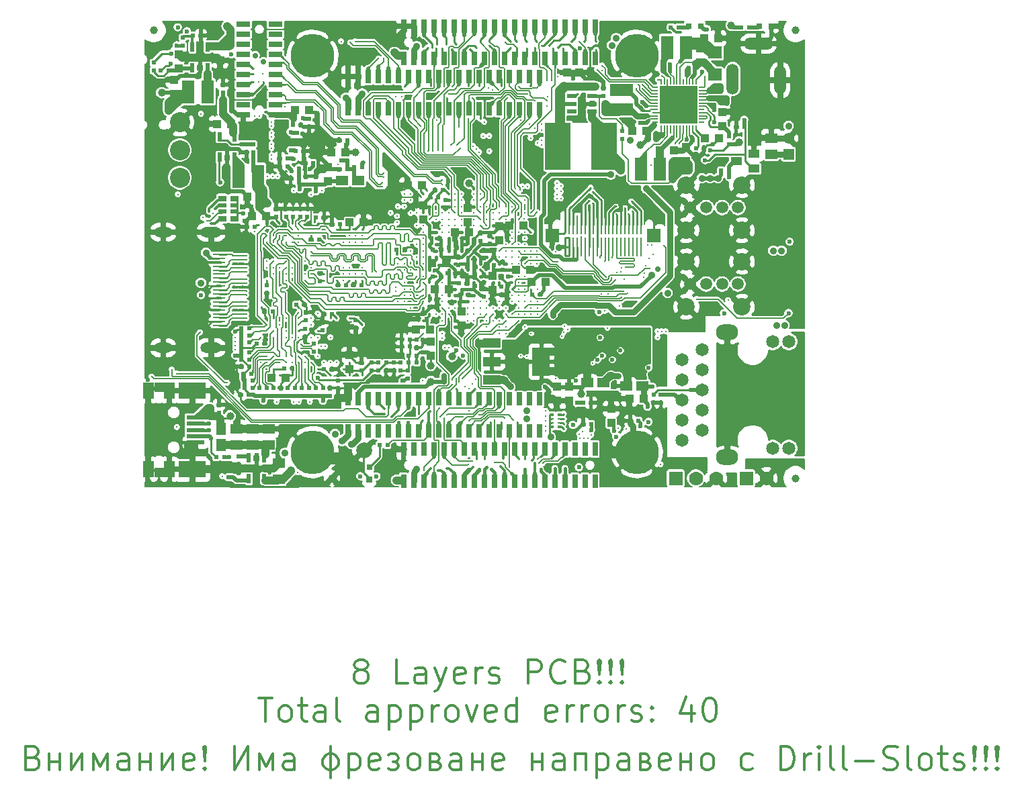
<source format=gbr>
%TF.GenerationSoftware,KiCad,Pcbnew,5.1.6-c6e7f7d~87~ubuntu18.04.1*%
%TF.CreationDate,2021-01-22T16:26:38+02:00*%
%TF.ProjectId,STMP1-OLinuXino_Rev_B,53544d50-312d-44f4-9c69-6e7558696e6f,B*%
%TF.SameCoordinates,Original*%
%TF.FileFunction,Copper,L1,Top*%
%TF.FilePolarity,Positive*%
%FSLAX46Y46*%
G04 Gerber Fmt 4.6, Leading zero omitted, Abs format (unit mm)*
G04 Created by KiCad (PCBNEW 5.1.6-c6e7f7d~87~ubuntu18.04.1) date 2021-01-22 16:26:38*
%MOMM*%
%LPD*%
G01*
G04 APERTURE LIST*
%TA.AperFunction,NonConductor*%
%ADD10C,0.300000*%
%TD*%
%TA.AperFunction,Conductor*%
%ADD11R,0.250000X2.400000*%
%TD*%
%TA.AperFunction,SMDPad,CuDef*%
%ADD12R,1.800000X1.800000*%
%TD*%
%TA.AperFunction,ComponentPad*%
%ADD13O,2.800000X2.000000*%
%TD*%
%TA.AperFunction,ComponentPad*%
%ADD14C,1.650000*%
%TD*%
%TA.AperFunction,SMDPad,CuDef*%
%ADD15C,1.000000*%
%TD*%
%TA.AperFunction,ComponentPad*%
%ADD16O,3.700000X1.500000*%
%TD*%
%TA.AperFunction,ComponentPad*%
%ADD17O,1.500000X3.600000*%
%TD*%
%TA.AperFunction,ComponentPad*%
%ADD18O,1.500000X3.900000*%
%TD*%
%TA.AperFunction,SMDPad,CuDef*%
%ADD19R,1.800000X0.700000*%
%TD*%
%TA.AperFunction,SMDPad,CuDef*%
%ADD20R,0.700000X1.800000*%
%TD*%
%TA.AperFunction,ComponentPad*%
%ADD21O,1.800000X1.800000*%
%TD*%
%TA.AperFunction,ViaPad*%
%ADD22O,1.800000X1.800000*%
%TD*%
%TA.AperFunction,SMDPad,CuDef*%
%ADD23R,2.330000X2.330000*%
%TD*%
%TA.AperFunction,SMDPad,CuDef*%
%ADD24R,0.200000X0.800000*%
%TD*%
%TA.AperFunction,SMDPad,CuDef*%
%ADD25R,0.800000X0.200000*%
%TD*%
%TA.AperFunction,ComponentPad*%
%ADD26C,2.000000*%
%TD*%
%TA.AperFunction,SMDPad,CuDef*%
%ADD27R,0.500000X0.550000*%
%TD*%
%TA.AperFunction,SMDPad,CuDef*%
%ADD28R,1.524000X1.270000*%
%TD*%
%TA.AperFunction,ComponentPad*%
%ADD29R,1.600000X1.600000*%
%TD*%
%TA.AperFunction,ViaPad*%
%ADD30C,0.700000*%
%TD*%
%TA.AperFunction,SMDPad,CuDef*%
%ADD31R,0.550000X0.500000*%
%TD*%
%TA.AperFunction,SMDPad,CuDef*%
%ADD32R,1.016000X1.016000*%
%TD*%
%TA.AperFunction,SMDPad,CuDef*%
%ADD33R,0.550000X1.200000*%
%TD*%
%TA.AperFunction,Conductor*%
%ADD34R,1.300000X1.300000*%
%TD*%
%TA.AperFunction,Conductor*%
%ADD35R,1.340000X2.100000*%
%TD*%
%TA.AperFunction,Conductor*%
%ADD36R,1.400000X2.100000*%
%TD*%
%TA.AperFunction,SMDPad,CuDef*%
%ADD37R,2.250000X0.500000*%
%TD*%
%TA.AperFunction,Conductor*%
%ADD38R,3.500000X2.100000*%
%TD*%
%TA.AperFunction,ComponentPad*%
%ADD39O,2.300000X1.300000*%
%TD*%
%TA.AperFunction,SMDPad,CuDef*%
%ADD40R,1.600000X0.250000*%
%TD*%
%TA.AperFunction,ComponentPad*%
%ADD41O,2.700000X1.300000*%
%TD*%
%TA.AperFunction,ComponentPad*%
%ADD42C,2.540000*%
%TD*%
%TA.AperFunction,SMDPad,CuDef*%
%ADD43R,0.800000X0.800000*%
%TD*%
%TA.AperFunction,SMDPad,CuDef*%
%ADD44R,3.200000X6.000000*%
%TD*%
%TA.AperFunction,SMDPad,CuDef*%
%ADD45R,1.600000X3.000000*%
%TD*%
%TA.AperFunction,SMDPad,CuDef*%
%ADD46R,1.270000X1.524000*%
%TD*%
%TA.AperFunction,ComponentPad*%
%ADD47R,1.400000X1.400000*%
%TD*%
%TA.AperFunction,ComponentPad*%
%ADD48C,1.400000*%
%TD*%
%TA.AperFunction,SMDPad,CuDef*%
%ADD49R,1.016000X0.762000*%
%TD*%
%TA.AperFunction,SMDPad,CuDef*%
%ADD50R,1.016000X0.508000*%
%TD*%
%TA.AperFunction,SMDPad,CuDef*%
%ADD51R,0.625000X0.325000*%
%TD*%
%TA.AperFunction,SMDPad,CuDef*%
%ADD52R,0.625000X0.250000*%
%TD*%
%TA.AperFunction,ComponentPad*%
%ADD53R,1.422400X1.422400*%
%TD*%
%TA.AperFunction,SMDPad,CuDef*%
%ADD54R,0.675000X0.200000*%
%TD*%
%TA.AperFunction,SMDPad,CuDef*%
%ADD55R,0.775000X0.300000*%
%TD*%
%TA.AperFunction,SMDPad,CuDef*%
%ADD56R,1.200000X0.550000*%
%TD*%
%TA.AperFunction,ComponentPad*%
%ADD57C,2.200000*%
%TD*%
%TA.AperFunction,ComponentPad*%
%ADD58C,1.500000*%
%TD*%
%TA.AperFunction,SMDPad,CuDef*%
%ADD59R,2.235200X1.219200*%
%TD*%
%TA.AperFunction,SMDPad,CuDef*%
%ADD60R,2.200000X3.600000*%
%TD*%
%TA.AperFunction,SMDPad,CuDef*%
%ADD61R,3.000000X1.600000*%
%TD*%
%TA.AperFunction,ComponentPad*%
%ADD62R,1.778000X1.778000*%
%TD*%
%TA.AperFunction,ComponentPad*%
%ADD63C,1.778000*%
%TD*%
%TA.AperFunction,SMDPad,CuDef*%
%ADD64R,1.400000X1.000000*%
%TD*%
%TA.AperFunction,ConnectorPad*%
%ADD65C,1.000000*%
%TD*%
%TA.AperFunction,SMDPad,CuDef*%
%ADD66R,1.778000X1.524000*%
%TD*%
%TA.AperFunction,ComponentPad*%
%ADD67C,0.900000*%
%TD*%
%TA.AperFunction,ComponentPad*%
%ADD68C,5.500000*%
%TD*%
%TA.AperFunction,ViaPad*%
%ADD69C,0.327000*%
%TD*%
%TA.AperFunction,ViaPad*%
%ADD70C,0.600000*%
%TD*%
%TA.AperFunction,ViaPad*%
%ADD71C,0.900000*%
%TD*%
%TA.AperFunction,ViaPad*%
%ADD72C,0.800000*%
%TD*%
%TA.AperFunction,Conductor*%
%ADD73C,0.762000*%
%TD*%
%TA.AperFunction,Conductor*%
%ADD74C,0.558800*%
%TD*%
%TA.AperFunction,Conductor*%
%ADD75C,0.508000*%
%TD*%
%TA.AperFunction,Conductor*%
%ADD76C,0.203200*%
%TD*%
%TA.AperFunction,Conductor*%
%ADD77C,1.016000*%
%TD*%
%TA.AperFunction,Conductor*%
%ADD78C,0.127000*%
%TD*%
%TA.AperFunction,Conductor*%
%ADD79C,0.254000*%
%TD*%
%TA.AperFunction,Conductor*%
%ADD80C,0.406400*%
%TD*%
%TA.AperFunction,Conductor*%
%ADD81C,0.304800*%
%TD*%
%TA.AperFunction,Conductor*%
%ADD82C,1.524000*%
%TD*%
%TA.AperFunction,Conductor*%
%ADD83C,0.152400*%
%TD*%
%TA.AperFunction,Conductor*%
%ADD84C,1.270000*%
%TD*%
%TA.AperFunction,Conductor*%
%ADD85C,0.635000*%
%TD*%
%TA.AperFunction,Conductor*%
%ADD86C,0.106680*%
%TD*%
G04 APERTURE END LIST*
D10*
X87994734Y-135294714D02*
X88423305Y-135437571D01*
X88566162Y-135580428D01*
X88709019Y-135866142D01*
X88709019Y-136294714D01*
X88566162Y-136580428D01*
X88423305Y-136723285D01*
X88137591Y-136866142D01*
X86994734Y-136866142D01*
X86994734Y-133866143D01*
X87994734Y-133866143D01*
X88280448Y-134009000D01*
X88423305Y-134151857D01*
X88566162Y-134437571D01*
X88566162Y-134723285D01*
X88423305Y-135009000D01*
X88280448Y-135151857D01*
X87994734Y-135294714D01*
X86994734Y-135294714D01*
X89994733Y-135866142D02*
X91280447Y-135866142D01*
X89994733Y-134866143D02*
X89994733Y-136866142D01*
X91280447Y-134866143D02*
X91280447Y-136866142D01*
X92709018Y-134866143D02*
X92709018Y-136866142D01*
X94137589Y-134866143D01*
X94137589Y-136866142D01*
X95566160Y-136866142D02*
X95566160Y-134866143D01*
X96423302Y-136437571D01*
X97280445Y-134866143D01*
X97280445Y-136866142D01*
X99994730Y-136866142D02*
X99994730Y-135294714D01*
X99851873Y-135009000D01*
X99566159Y-134866143D01*
X98994730Y-134866143D01*
X98709016Y-135009000D01*
X99994730Y-136723285D02*
X99709016Y-136866142D01*
X98994730Y-136866142D01*
X98709016Y-136723285D01*
X98566159Y-136437571D01*
X98566159Y-136151856D01*
X98709016Y-135866142D01*
X98994730Y-135723285D01*
X99709016Y-135723285D01*
X99994730Y-135580428D01*
X101423301Y-135866142D02*
X102709015Y-135866142D01*
X101423301Y-134866143D02*
X101423301Y-136866142D01*
X102709015Y-134866143D02*
X102709015Y-136866142D01*
X104137586Y-134866143D02*
X104137586Y-136866142D01*
X105566157Y-134866143D01*
X105566157Y-136866142D01*
X108137584Y-136723285D02*
X107851870Y-136866142D01*
X107280442Y-136866142D01*
X106994728Y-136723285D01*
X106851870Y-136437571D01*
X106851870Y-135294714D01*
X106994728Y-135009000D01*
X107280442Y-134866143D01*
X107851870Y-134866143D01*
X108137584Y-135009000D01*
X108280441Y-135294714D01*
X108280441Y-135580428D01*
X106851870Y-135866142D01*
X109566155Y-136580428D02*
X109709012Y-136723285D01*
X109566155Y-136866142D01*
X109423298Y-136723285D01*
X109566155Y-136580428D01*
X109566155Y-136866142D01*
X109566155Y-135723285D02*
X109423298Y-134009000D01*
X109566155Y-133866143D01*
X109709012Y-134009000D01*
X109566155Y-135723285D01*
X109566155Y-133866143D01*
X113280440Y-133866143D02*
X113280440Y-136866142D01*
X114994725Y-133866143D01*
X114994725Y-136866142D01*
X116423296Y-136866142D02*
X116423296Y-134866143D01*
X117280438Y-136437571D01*
X118137581Y-134866143D01*
X118137581Y-136866142D01*
X120851866Y-136866142D02*
X120851866Y-135294714D01*
X120709009Y-135009000D01*
X120423294Y-134866143D01*
X119851866Y-134866143D01*
X119566152Y-135009000D01*
X120851866Y-136723285D02*
X120566152Y-136866142D01*
X119851866Y-136866142D01*
X119566152Y-136723285D01*
X119423295Y-136437571D01*
X119423295Y-136151856D01*
X119566152Y-135866142D01*
X119851866Y-135723285D01*
X120566152Y-135723285D01*
X120851866Y-135580428D01*
X125423293Y-133866143D02*
X125423293Y-137866142D01*
X125137579Y-134866143D02*
X125709007Y-134866143D01*
X125994721Y-135009000D01*
X126280435Y-135294714D01*
X126423292Y-135580428D01*
X126423292Y-136151856D01*
X126280435Y-136437571D01*
X125994721Y-136723285D01*
X125709007Y-136866142D01*
X125137579Y-136866142D01*
X124851864Y-136723285D01*
X124566150Y-136437571D01*
X124423293Y-136151856D01*
X124423293Y-135580428D01*
X124566150Y-135294714D01*
X124851864Y-135009000D01*
X125137579Y-134866143D01*
X127709006Y-134866143D02*
X127709006Y-137866142D01*
X127709006Y-135009000D02*
X127994721Y-134866143D01*
X128566149Y-134866143D01*
X128851863Y-135009000D01*
X128994720Y-135151857D01*
X129137577Y-135437571D01*
X129137577Y-136294714D01*
X128994720Y-136580428D01*
X128851863Y-136723285D01*
X128566149Y-136866142D01*
X127994721Y-136866142D01*
X127709006Y-136723285D01*
X131566148Y-136723285D02*
X131280434Y-136866142D01*
X130709005Y-136866142D01*
X130423291Y-136723285D01*
X130280434Y-136437571D01*
X130280434Y-135294714D01*
X130423291Y-135009000D01*
X130709005Y-134866143D01*
X131280434Y-134866143D01*
X131566148Y-135009000D01*
X131709005Y-135294714D01*
X131709005Y-135580428D01*
X130280434Y-135866142D01*
X133280433Y-135866142D02*
X133566147Y-135866142D01*
X132709005Y-135009000D02*
X132994719Y-134866143D01*
X133566147Y-134866143D01*
X133851861Y-135009000D01*
X133994719Y-135294714D01*
X133994719Y-135437571D01*
X133851861Y-135723285D01*
X133566147Y-135866142D01*
X133851861Y-136008999D01*
X133994719Y-136294714D01*
X133994719Y-136437571D01*
X133851861Y-136723285D01*
X133566147Y-136866142D01*
X132994719Y-136866142D01*
X132709005Y-136723285D01*
X135709004Y-136866142D02*
X135423289Y-136723285D01*
X135280432Y-136580428D01*
X135137575Y-136294714D01*
X135137575Y-135437571D01*
X135280432Y-135151857D01*
X135423289Y-135009000D01*
X135709004Y-134866143D01*
X136137575Y-134866143D01*
X136423289Y-135009000D01*
X136566146Y-135151857D01*
X136709003Y-135437571D01*
X136709003Y-136294714D01*
X136566146Y-136580428D01*
X136423289Y-136723285D01*
X136137575Y-136866142D01*
X135709004Y-136866142D01*
X138709003Y-135866142D02*
X139137574Y-136008999D01*
X139280431Y-136294714D01*
X139280431Y-136437571D01*
X139137574Y-136723285D01*
X138851860Y-136866142D01*
X137994717Y-136866142D01*
X137994717Y-134866143D01*
X138709003Y-134866143D01*
X138994717Y-135009000D01*
X139137574Y-135294714D01*
X139137574Y-135437571D01*
X138994717Y-135723285D01*
X138709003Y-135866142D01*
X137994717Y-135866142D01*
X141851859Y-136866142D02*
X141851859Y-135294714D01*
X141709002Y-135009000D01*
X141423287Y-134866143D01*
X140851859Y-134866143D01*
X140566145Y-135009000D01*
X141851859Y-136723285D02*
X141566145Y-136866142D01*
X140851859Y-136866142D01*
X140566145Y-136723285D01*
X140423288Y-136437571D01*
X140423288Y-136151856D01*
X140566145Y-135866142D01*
X140851859Y-135723285D01*
X141566145Y-135723285D01*
X141851859Y-135580428D01*
X143280430Y-135866142D02*
X144566144Y-135866142D01*
X143280430Y-134866143D02*
X143280430Y-136866142D01*
X144566144Y-134866143D02*
X144566144Y-136866142D01*
X147137571Y-136723285D02*
X146851857Y-136866142D01*
X146280429Y-136866142D01*
X145994715Y-136723285D01*
X145851857Y-136437571D01*
X145851857Y-135294714D01*
X145994715Y-135009000D01*
X146280429Y-134866143D01*
X146851857Y-134866143D01*
X147137571Y-135009000D01*
X147280428Y-135294714D01*
X147280428Y-135580428D01*
X145851857Y-135866142D01*
X150851856Y-135866142D02*
X152137570Y-135866142D01*
X150851856Y-134866143D02*
X150851856Y-136866142D01*
X152137570Y-134866143D02*
X152137570Y-136866142D01*
X154851854Y-136866142D02*
X154851854Y-135294714D01*
X154708997Y-135009000D01*
X154423283Y-134866143D01*
X153851855Y-134866143D01*
X153566141Y-135009000D01*
X154851854Y-136723285D02*
X154566140Y-136866142D01*
X153851855Y-136866142D01*
X153566141Y-136723285D01*
X153423283Y-136437571D01*
X153423283Y-136151856D01*
X153566141Y-135866142D01*
X153851855Y-135723285D01*
X154566140Y-135723285D01*
X154851854Y-135580428D01*
X156280425Y-136866142D02*
X156280425Y-134866143D01*
X157566139Y-134866143D01*
X157566139Y-136866142D01*
X158994710Y-134866143D02*
X158994710Y-137866142D01*
X158994710Y-135009000D02*
X159280424Y-134866143D01*
X159851853Y-134866143D01*
X160137567Y-135009000D01*
X160280424Y-135151857D01*
X160423281Y-135437571D01*
X160423281Y-136294714D01*
X160280424Y-136580428D01*
X160137567Y-136723285D01*
X159851853Y-136866142D01*
X159280424Y-136866142D01*
X158994710Y-136723285D01*
X162994709Y-136866142D02*
X162994709Y-135294714D01*
X162851852Y-135009000D01*
X162566138Y-134866143D01*
X161994709Y-134866143D01*
X161708995Y-135009000D01*
X162994709Y-136723285D02*
X162708995Y-136866142D01*
X161994709Y-136866142D01*
X161708995Y-136723285D01*
X161566138Y-136437571D01*
X161566138Y-136151856D01*
X161708995Y-135866142D01*
X161994709Y-135723285D01*
X162708995Y-135723285D01*
X162994709Y-135580428D01*
X165137565Y-135866142D02*
X165566137Y-136008999D01*
X165708994Y-136294714D01*
X165708994Y-136437571D01*
X165566137Y-136723285D01*
X165280422Y-136866142D01*
X164423280Y-136866142D01*
X164423280Y-134866143D01*
X165137565Y-134866143D01*
X165423279Y-135009000D01*
X165566137Y-135294714D01*
X165566137Y-135437571D01*
X165423279Y-135723285D01*
X165137565Y-135866142D01*
X164423280Y-135866142D01*
X168137564Y-136723285D02*
X167851850Y-136866142D01*
X167280422Y-136866142D01*
X166994708Y-136723285D01*
X166851850Y-136437571D01*
X166851850Y-135294714D01*
X166994708Y-135009000D01*
X167280422Y-134866143D01*
X167851850Y-134866143D01*
X168137564Y-135009000D01*
X168280421Y-135294714D01*
X168280421Y-135580428D01*
X166851850Y-135866142D01*
X169566135Y-135866142D02*
X170851849Y-135866142D01*
X169566135Y-134866143D02*
X169566135Y-136866142D01*
X170851849Y-134866143D02*
X170851849Y-136866142D01*
X172708991Y-136866142D02*
X172423277Y-136723285D01*
X172280420Y-136580428D01*
X172137563Y-136294714D01*
X172137563Y-135437571D01*
X172280420Y-135151857D01*
X172423277Y-135009000D01*
X172708991Y-134866143D01*
X173137563Y-134866143D01*
X173423277Y-135009000D01*
X173566134Y-135151857D01*
X173708991Y-135437571D01*
X173708991Y-136294714D01*
X173566134Y-136580428D01*
X173423277Y-136723285D01*
X173137563Y-136866142D01*
X172708991Y-136866142D01*
X178566132Y-136723285D02*
X178280418Y-136866142D01*
X177708990Y-136866142D01*
X177423275Y-136723285D01*
X177280418Y-136580428D01*
X177137561Y-136294714D01*
X177137561Y-135437571D01*
X177280418Y-135151857D01*
X177423275Y-135009000D01*
X177708990Y-134866143D01*
X178280418Y-134866143D01*
X178566132Y-135009000D01*
X182137560Y-136866142D02*
X182137560Y-133866143D01*
X182851845Y-133866143D01*
X183280416Y-134009000D01*
X183566131Y-134294714D01*
X183708988Y-134580428D01*
X183851845Y-135151857D01*
X183851845Y-135580428D01*
X183708988Y-136151856D01*
X183566131Y-136437571D01*
X183280416Y-136723285D01*
X182851845Y-136866142D01*
X182137560Y-136866142D01*
X185137559Y-136866142D02*
X185137559Y-134866143D01*
X185137559Y-135437571D02*
X185280416Y-135151857D01*
X185423273Y-135009000D01*
X185708987Y-134866143D01*
X185994701Y-134866143D01*
X186994701Y-136866142D02*
X186994701Y-134866143D01*
X186994701Y-133866143D02*
X186851844Y-134009000D01*
X186994701Y-134151857D01*
X187137558Y-134009000D01*
X186994701Y-133866143D01*
X186994701Y-134151857D01*
X188851843Y-136866142D02*
X188566129Y-136723285D01*
X188423272Y-136437571D01*
X188423272Y-133866143D01*
X190423271Y-136866142D02*
X190137557Y-136723285D01*
X189994700Y-136437571D01*
X189994700Y-133866143D01*
X191566128Y-135723285D02*
X193851841Y-135723285D01*
X195137555Y-136723285D02*
X195566127Y-136866142D01*
X196280412Y-136866142D01*
X196566126Y-136723285D01*
X196708983Y-136580428D01*
X196851840Y-136294714D01*
X196851840Y-136008999D01*
X196708983Y-135723285D01*
X196566126Y-135580428D01*
X196280412Y-135437571D01*
X195708984Y-135294714D01*
X195423269Y-135151857D01*
X195280412Y-135009000D01*
X195137555Y-134723285D01*
X195137555Y-134437571D01*
X195280412Y-134151857D01*
X195423269Y-134009000D01*
X195708984Y-133866143D01*
X196423269Y-133866143D01*
X196851840Y-134009000D01*
X198566126Y-136866142D02*
X198280411Y-136723285D01*
X198137554Y-136437571D01*
X198137554Y-133866143D01*
X200137554Y-136866142D02*
X199851839Y-136723285D01*
X199708982Y-136580428D01*
X199566125Y-136294714D01*
X199566125Y-135437571D01*
X199708982Y-135151857D01*
X199851839Y-135009000D01*
X200137554Y-134866143D01*
X200566125Y-134866143D01*
X200851839Y-135009000D01*
X200994696Y-135151857D01*
X201137553Y-135437571D01*
X201137553Y-136294714D01*
X200994696Y-136580428D01*
X200851839Y-136723285D01*
X200566125Y-136866142D01*
X200137554Y-136866142D01*
X201994696Y-134866143D02*
X203137553Y-134866143D01*
X202423267Y-133866143D02*
X202423267Y-136437571D01*
X202566124Y-136723285D01*
X202851838Y-136866142D01*
X203137553Y-136866142D01*
X203994695Y-136723285D02*
X204280409Y-136866142D01*
X204851838Y-136866142D01*
X205137552Y-136723285D01*
X205280409Y-136437571D01*
X205280409Y-136294714D01*
X205137552Y-136008999D01*
X204851838Y-135866142D01*
X204423266Y-135866142D01*
X204137552Y-135723285D01*
X203994695Y-135437571D01*
X203994695Y-135294714D01*
X204137552Y-135009000D01*
X204423266Y-134866143D01*
X204851838Y-134866143D01*
X205137552Y-135009000D01*
X206566123Y-136580428D02*
X206708980Y-136723285D01*
X206566123Y-136866142D01*
X206423266Y-136723285D01*
X206566123Y-136580428D01*
X206566123Y-136866142D01*
X206566123Y-135723285D02*
X206423266Y-134009000D01*
X206566123Y-133866143D01*
X206708980Y-134009000D01*
X206566123Y-135723285D01*
X206566123Y-133866143D01*
X207994694Y-136580428D02*
X208137551Y-136723285D01*
X207994694Y-136866142D01*
X207851837Y-136723285D01*
X207994694Y-136580428D01*
X207994694Y-136866142D01*
X207994694Y-135723285D02*
X207851837Y-134009000D01*
X207994694Y-133866143D01*
X208137551Y-134009000D01*
X207994694Y-135723285D01*
X207994694Y-133866143D01*
X209423265Y-136580428D02*
X209566122Y-136723285D01*
X209423265Y-136866142D01*
X209280408Y-136723285D01*
X209423265Y-136580428D01*
X209423265Y-136866142D01*
X209423265Y-135723285D02*
X209280408Y-134009000D01*
X209423265Y-133866143D01*
X209566122Y-134009000D01*
X209423265Y-135723285D01*
X209423265Y-133866143D01*
X128994362Y-124242858D02*
X128708648Y-124100001D01*
X128565791Y-123957144D01*
X128422934Y-123671429D01*
X128422934Y-123528572D01*
X128565791Y-123242858D01*
X128708648Y-123100001D01*
X128994362Y-122957144D01*
X129565790Y-122957144D01*
X129851505Y-123100001D01*
X129994362Y-123242858D01*
X130137219Y-123528572D01*
X130137219Y-123671429D01*
X129994362Y-123957144D01*
X129851505Y-124100001D01*
X129565790Y-124242858D01*
X128994362Y-124242858D01*
X128708648Y-124385715D01*
X128565791Y-124528572D01*
X128422934Y-124814286D01*
X128422934Y-125385715D01*
X128565791Y-125671429D01*
X128708648Y-125814286D01*
X128994362Y-125957143D01*
X129565790Y-125957143D01*
X129851505Y-125814286D01*
X129994362Y-125671429D01*
X130137219Y-125385715D01*
X130137219Y-124814286D01*
X129994362Y-124528572D01*
X129851505Y-124385715D01*
X129565790Y-124242858D01*
X135137217Y-125957143D02*
X133708646Y-125957143D01*
X133708646Y-122957144D01*
X137422931Y-125957143D02*
X137422931Y-124385715D01*
X137280074Y-124100001D01*
X136994359Y-123957144D01*
X136422931Y-123957144D01*
X136137217Y-124100001D01*
X137422931Y-125814286D02*
X137137217Y-125957143D01*
X136422931Y-125957143D01*
X136137217Y-125814286D01*
X135994360Y-125528572D01*
X135994360Y-125242857D01*
X136137217Y-124957143D01*
X136422931Y-124814286D01*
X137137217Y-124814286D01*
X137422931Y-124671429D01*
X138565787Y-123957144D02*
X139280073Y-125957143D01*
X139994358Y-123957144D02*
X139280073Y-125957143D01*
X138994359Y-126671428D01*
X138851502Y-126814285D01*
X138565787Y-126957143D01*
X142280072Y-125814286D02*
X141994358Y-125957143D01*
X141422929Y-125957143D01*
X141137215Y-125814286D01*
X140994358Y-125528572D01*
X140994358Y-124385715D01*
X141137215Y-124100001D01*
X141422929Y-123957144D01*
X141994358Y-123957144D01*
X142280072Y-124100001D01*
X142422929Y-124385715D01*
X142422929Y-124671429D01*
X140994358Y-124957143D01*
X143708643Y-125957143D02*
X143708643Y-123957144D01*
X143708643Y-124528572D02*
X143851500Y-124242858D01*
X143994357Y-124100001D01*
X144280071Y-123957144D01*
X144565785Y-123957144D01*
X145422928Y-125814286D02*
X145708642Y-125957143D01*
X146280071Y-125957143D01*
X146565785Y-125814286D01*
X146708642Y-125528572D01*
X146708642Y-125385715D01*
X146565785Y-125100000D01*
X146280071Y-124957143D01*
X145851499Y-124957143D01*
X145565785Y-124814286D01*
X145422928Y-124528572D01*
X145422928Y-124385715D01*
X145565785Y-124100001D01*
X145851499Y-123957144D01*
X146280071Y-123957144D01*
X146565785Y-124100001D01*
X150280069Y-125957143D02*
X150280069Y-122957144D01*
X151422926Y-122957144D01*
X151708640Y-123100001D01*
X151851497Y-123242858D01*
X151994354Y-123528572D01*
X151994354Y-123957144D01*
X151851497Y-124242858D01*
X151708640Y-124385715D01*
X151422926Y-124528572D01*
X150280069Y-124528572D01*
X154994353Y-125671429D02*
X154851496Y-125814286D01*
X154422925Y-125957143D01*
X154137211Y-125957143D01*
X153708640Y-125814286D01*
X153422925Y-125528572D01*
X153280068Y-125242857D01*
X153137211Y-124671429D01*
X153137211Y-124242858D01*
X153280068Y-123671429D01*
X153422925Y-123385715D01*
X153708640Y-123100001D01*
X154137211Y-122957144D01*
X154422925Y-122957144D01*
X154851496Y-123100001D01*
X154994353Y-123242858D01*
X157280067Y-124385715D02*
X157708638Y-124528572D01*
X157851495Y-124671429D01*
X157994352Y-124957143D01*
X157994352Y-125385715D01*
X157851495Y-125671429D01*
X157708638Y-125814286D01*
X157422924Y-125957143D01*
X156280067Y-125957143D01*
X156280067Y-122957144D01*
X157280067Y-122957144D01*
X157565781Y-123100001D01*
X157708638Y-123242858D01*
X157851495Y-123528572D01*
X157851495Y-123814286D01*
X157708638Y-124100001D01*
X157565781Y-124242858D01*
X157280067Y-124385715D01*
X156280067Y-124385715D01*
X159280066Y-125671429D02*
X159422923Y-125814286D01*
X159280066Y-125957143D01*
X159137209Y-125814286D01*
X159280066Y-125671429D01*
X159280066Y-125957143D01*
X159280066Y-124814286D02*
X159137209Y-123100001D01*
X159280066Y-122957144D01*
X159422923Y-123100001D01*
X159280066Y-124814286D01*
X159280066Y-122957144D01*
X160708637Y-125671429D02*
X160851494Y-125814286D01*
X160708637Y-125957143D01*
X160565780Y-125814286D01*
X160708637Y-125671429D01*
X160708637Y-125957143D01*
X160708637Y-124814286D02*
X160565780Y-123100001D01*
X160708637Y-122957144D01*
X160851494Y-123100001D01*
X160708637Y-124814286D01*
X160708637Y-122957144D01*
X162137208Y-125671429D02*
X162280065Y-125814286D01*
X162137208Y-125957143D01*
X161994351Y-125814286D01*
X162137208Y-125671429D01*
X162137208Y-125957143D01*
X162137208Y-124814286D02*
X161994351Y-123100001D01*
X162137208Y-122957144D01*
X162280065Y-123100001D01*
X162137208Y-124814286D01*
X162137208Y-122957144D01*
X116351509Y-127757143D02*
X118065794Y-127757143D01*
X117208652Y-130757142D02*
X117208652Y-127757143D01*
X119494365Y-130757142D02*
X119208651Y-130614285D01*
X119065794Y-130471428D01*
X118922937Y-130185714D01*
X118922937Y-129328571D01*
X119065794Y-129042857D01*
X119208651Y-128900000D01*
X119494365Y-128757143D01*
X119922937Y-128757143D01*
X120208651Y-128900000D01*
X120351508Y-129042857D01*
X120494365Y-129328571D01*
X120494365Y-130185714D01*
X120351508Y-130471428D01*
X120208651Y-130614285D01*
X119922937Y-130757142D01*
X119494365Y-130757142D01*
X121351508Y-128757143D02*
X122494364Y-128757143D01*
X121780079Y-127757143D02*
X121780079Y-130328571D01*
X121922936Y-130614285D01*
X122208650Y-130757142D01*
X122494364Y-130757142D01*
X124780078Y-130757142D02*
X124780078Y-129185714D01*
X124637221Y-128900000D01*
X124351507Y-128757143D01*
X123780078Y-128757143D01*
X123494364Y-128900000D01*
X124780078Y-130614285D02*
X124494364Y-130757142D01*
X123780078Y-130757142D01*
X123494364Y-130614285D01*
X123351507Y-130328571D01*
X123351507Y-130042856D01*
X123494364Y-129757142D01*
X123780078Y-129614285D01*
X124494364Y-129614285D01*
X124780078Y-129471428D01*
X126637220Y-130757142D02*
X126351506Y-130614285D01*
X126208649Y-130328571D01*
X126208649Y-127757143D01*
X131351504Y-130757142D02*
X131351504Y-129185714D01*
X131208647Y-128900000D01*
X130922933Y-128757143D01*
X130351505Y-128757143D01*
X130065790Y-128900000D01*
X131351504Y-130614285D02*
X131065790Y-130757142D01*
X130351505Y-130757142D01*
X130065790Y-130614285D01*
X129922933Y-130328571D01*
X129922933Y-130042856D01*
X130065790Y-129757142D01*
X130351505Y-129614285D01*
X131065790Y-129614285D01*
X131351504Y-129471428D01*
X132780075Y-128757143D02*
X132780075Y-131757142D01*
X132780075Y-128900000D02*
X133065789Y-128757143D01*
X133637218Y-128757143D01*
X133922932Y-128900000D01*
X134065789Y-129042857D01*
X134208646Y-129328571D01*
X134208646Y-130185714D01*
X134065789Y-130471428D01*
X133922932Y-130614285D01*
X133637218Y-130757142D01*
X133065789Y-130757142D01*
X132780075Y-130614285D01*
X135494360Y-128757143D02*
X135494360Y-131757142D01*
X135494360Y-128900000D02*
X135780074Y-128757143D01*
X136351503Y-128757143D01*
X136637217Y-128900000D01*
X136780074Y-129042857D01*
X136922931Y-129328571D01*
X136922931Y-130185714D01*
X136780074Y-130471428D01*
X136637217Y-130614285D01*
X136351503Y-130757142D01*
X135780074Y-130757142D01*
X135494360Y-130614285D01*
X138208645Y-130757142D02*
X138208645Y-128757143D01*
X138208645Y-129328571D02*
X138351502Y-129042857D01*
X138494359Y-128900000D01*
X138780073Y-128757143D01*
X139065787Y-128757143D01*
X140494358Y-130757142D02*
X140208644Y-130614285D01*
X140065787Y-130471428D01*
X139922930Y-130185714D01*
X139922930Y-129328571D01*
X140065787Y-129042857D01*
X140208644Y-128900000D01*
X140494358Y-128757143D01*
X140922930Y-128757143D01*
X141208644Y-128900000D01*
X141351501Y-129042857D01*
X141494358Y-129328571D01*
X141494358Y-130185714D01*
X141351501Y-130471428D01*
X141208644Y-130614285D01*
X140922930Y-130757142D01*
X140494358Y-130757142D01*
X142494358Y-128757143D02*
X143208643Y-130757142D01*
X143922929Y-128757143D01*
X146208642Y-130614285D02*
X145922928Y-130757142D01*
X145351500Y-130757142D01*
X145065785Y-130614285D01*
X144922928Y-130328571D01*
X144922928Y-129185714D01*
X145065785Y-128900000D01*
X145351500Y-128757143D01*
X145922928Y-128757143D01*
X146208642Y-128900000D01*
X146351499Y-129185714D01*
X146351499Y-129471428D01*
X144922928Y-129757142D01*
X148922927Y-130757142D02*
X148922927Y-127757143D01*
X148922927Y-130614285D02*
X148637213Y-130757142D01*
X148065784Y-130757142D01*
X147780070Y-130614285D01*
X147637213Y-130471428D01*
X147494356Y-130185714D01*
X147494356Y-129328571D01*
X147637213Y-129042857D01*
X147780070Y-128900000D01*
X148065784Y-128757143D01*
X148637213Y-128757143D01*
X148922927Y-128900000D01*
X153780068Y-130614285D02*
X153494354Y-130757142D01*
X152922926Y-130757142D01*
X152637211Y-130614285D01*
X152494354Y-130328571D01*
X152494354Y-129185714D01*
X152637211Y-128900000D01*
X152922926Y-128757143D01*
X153494354Y-128757143D01*
X153780068Y-128900000D01*
X153922925Y-129185714D01*
X153922925Y-129471428D01*
X152494354Y-129757142D01*
X155208639Y-130757142D02*
X155208639Y-128757143D01*
X155208639Y-129328571D02*
X155351496Y-129042857D01*
X155494353Y-128900000D01*
X155780067Y-128757143D01*
X156065782Y-128757143D01*
X157065781Y-130757142D02*
X157065781Y-128757143D01*
X157065781Y-129328571D02*
X157208638Y-129042857D01*
X157351496Y-128900000D01*
X157637210Y-128757143D01*
X157922924Y-128757143D01*
X159351495Y-130757142D02*
X159065781Y-130614285D01*
X158922924Y-130471428D01*
X158780066Y-130185714D01*
X158780066Y-129328571D01*
X158922924Y-129042857D01*
X159065781Y-128900000D01*
X159351495Y-128757143D01*
X159780066Y-128757143D01*
X160065780Y-128900000D01*
X160208637Y-129042857D01*
X160351495Y-129328571D01*
X160351495Y-130185714D01*
X160208637Y-130471428D01*
X160065780Y-130614285D01*
X159780066Y-130757142D01*
X159351495Y-130757142D01*
X161637208Y-130757142D02*
X161637208Y-128757143D01*
X161637208Y-129328571D02*
X161780065Y-129042857D01*
X161922923Y-128900000D01*
X162208637Y-128757143D01*
X162494351Y-128757143D01*
X163351494Y-130614285D02*
X163637208Y-130757142D01*
X164208636Y-130757142D01*
X164494350Y-130614285D01*
X164637207Y-130328571D01*
X164637207Y-130185714D01*
X164494350Y-129899999D01*
X164208636Y-129757142D01*
X163780065Y-129757142D01*
X163494351Y-129614285D01*
X163351494Y-129328571D01*
X163351494Y-129185714D01*
X163494351Y-128900000D01*
X163780065Y-128757143D01*
X164208636Y-128757143D01*
X164494350Y-128900000D01*
X165922921Y-130471428D02*
X166065778Y-130614285D01*
X165922921Y-130757142D01*
X165780064Y-130614285D01*
X165922921Y-130471428D01*
X165922921Y-130757142D01*
X165922921Y-128900000D02*
X166065778Y-129042857D01*
X165922921Y-129185714D01*
X165780064Y-129042857D01*
X165922921Y-128900000D01*
X165922921Y-129185714D01*
X170922920Y-128757143D02*
X170922920Y-130757142D01*
X170208634Y-127614286D02*
X169494349Y-129757142D01*
X171351491Y-129757142D01*
X173065776Y-127757143D02*
X173351490Y-127757143D01*
X173637204Y-127900000D01*
X173780061Y-128042857D01*
X173922919Y-128328571D01*
X174065776Y-128900000D01*
X174065776Y-129614285D01*
X173922919Y-130185714D01*
X173780061Y-130471428D01*
X173637204Y-130614285D01*
X173351490Y-130757142D01*
X173065776Y-130757142D01*
X172780062Y-130614285D01*
X172637205Y-130471428D01*
X172494348Y-130185714D01*
X172351491Y-129614285D01*
X172351491Y-128900000D01*
X172494348Y-128328571D01*
X172637205Y-128042857D01*
X172780062Y-127900000D01*
X173065776Y-127757143D01*
D11*
%TO.N,/eMMC\u002C SPI-Flash\u002C T-Card and Boot/EMMC_D0*%
%TO.C,Flash_Con1*%
X164516000Y-68069000D03*
%TO.N,GND*%
X164016000Y-68069000D03*
%TO.N,/eMMC\u002C SPI-Flash\u002C T-Card and Boot/EMMC_D1*%
X163516000Y-68069000D03*
%TO.N,GND*%
X163016000Y-68069000D03*
%TO.N,/eMMC\u002C SPI-Flash\u002C T-Card and Boot/EMMC_D2*%
X162516000Y-68069000D03*
%TO.N,GND*%
X162016000Y-68069000D03*
%TO.N,/eMMC\u002C SPI-Flash\u002C T-Card and Boot/EMMC_D3*%
X161516000Y-68069000D03*
%TO.N,GND*%
X161016000Y-68069000D03*
%TO.N,/eMMC\u002C SPI-Flash\u002C T-Card and Boot/EMMC_D4*%
X160516000Y-68069000D03*
%TO.N,GND*%
X160016000Y-68069000D03*
%TO.N,/eMMC\u002C SPI-Flash\u002C T-Card and Boot/EMMC_D5*%
X159516000Y-68069000D03*
%TO.N,GND*%
X159016000Y-68069000D03*
%TO.N,/eMMC\u002C SPI-Flash\u002C T-Card and Boot/EMMC_D6*%
X158516000Y-68069000D03*
%TO.N,GND*%
X158016000Y-68069000D03*
%TO.N,/eMMC\u002C SPI-Flash\u002C T-Card and Boot/EMMC_D7*%
X157516000Y-68069000D03*
%TO.N,GND*%
X157016000Y-68069000D03*
%TO.N,Net-(Flash_Con1-Pad8)*%
X156516000Y-68069000D03*
%TO.N,GND*%
X156016000Y-68069000D03*
%TO.N,/eMMC\u002C SPI-Flash\u002C T-Card and Boot/EMMC_CLK*%
X155516000Y-68069000D03*
%TO.N,Net-(Flash_Con1-Pad39)*%
X164516000Y-70869000D03*
%TO.N,Net-(Flash_Con1-Pad37)*%
X164016000Y-70869000D03*
%TO.N,Net-(Flash_Con1-Pad35)*%
X163516000Y-70869000D03*
%TO.N,Net-(Flash_Con1-Pad33)*%
X163016000Y-70869000D03*
%TO.N,Net-(Flash_Con1-Pad31)*%
X162516000Y-70869000D03*
%TO.N,Net-(Flash_Con1-Pad29)*%
X162016000Y-70869000D03*
%TO.N,/eMMC\u002C SPI-Flash\u002C T-Card and Boot/SPI_CS*%
X161516000Y-70869000D03*
%TO.N,/eMMC\u002C SPI-Flash\u002C T-Card and Boot/SPI_IO1*%
X161016000Y-70869000D03*
%TO.N,/eMMC\u002C SPI-Flash\u002C T-Card and Boot/SPI_IO2*%
X160516000Y-70869000D03*
%TO.N,/eMMC\u002C SPI-Flash\u002C T-Card and Boot/SPI_IO3*%
X160016000Y-70869000D03*
%TO.N,/eMMC\u002C SPI-Flash\u002C T-Card and Boot/SPI_IO0*%
X159516000Y-70869000D03*
%TO.N,GND*%
X159016000Y-70869000D03*
%TO.N,/eMMC\u002C SPI-Flash\u002C T-Card and Boot/SPI_CLK*%
X158516000Y-70869000D03*
%TO.N,GND*%
X158016000Y-70869000D03*
%TO.N,Net-(Flash_Con1-Pad11)*%
X157516000Y-70869000D03*
%TO.N,/eMMC\u002C SPI-Flash\u002C T-Card and Boot/EMMC_CMD*%
X157016000Y-70869000D03*
%TO.N,VDD-FLASH*%
X156516000Y-70869000D03*
X156016000Y-70869000D03*
%TO.N,+3V3*%
X155516000Y-70869000D03*
%TO.N,GND*%
X155016000Y-68069000D03*
%TO.N,+3V3*%
X155016000Y-70869000D03*
D12*
%TD*%
%TO.P,Flash_Con1,0*%
%TO.N,GND*%
X166166000Y-69469000D03*
%TO.P,Flash_Con1,0*%
%TO.N,GND*%
X153366000Y-69469000D03*
%TD*%
D13*
%TO.P,LAN1,SH2*%
%TO.N,Net-(C71-Pad2)*%
X175362000Y-97435000D03*
%TO.P,LAN1,SH1*%
X175362000Y-81635000D03*
D14*
%TO.P,LAN1,14*%
%TO.N,/HDMI\u002C LCD  and Ethernet/PHYAD0*%
X183134000Y-96266000D03*
%TO.P,LAN1,13*%
%TO.N,/HDMI\u002C LCD  and Ethernet/VDD33*%
X181102000Y-96266000D03*
%TO.P,LAN1,12*%
%TO.N,/HDMI\u002C LCD  and Ethernet/PHYAD1*%
X183134000Y-82804000D03*
%TO.P,LAN1,11*%
%TO.N,/HDMI\u002C LCD  and Ethernet/VDD33*%
X181102000Y-82804000D03*
%TO.P,LAN1,10*%
%TO.N,/HDMI\u002C LCD  and Ethernet/MDI[3]-*%
X169672000Y-95250000D03*
%TO.P,LAN1,9*%
%TO.N,/HDMI\u002C LCD  and Ethernet/MDI[3]+*%
X172212000Y-93980000D03*
%TO.P,LAN1,8*%
%TO.N,/HDMI\u002C LCD  and Ethernet/MDI[2]-*%
X169672000Y-92710000D03*
%TO.P,LAN1,7*%
%TO.N,/HDMI\u002C LCD  and Ethernet/MDI[2]+*%
X172212000Y-91440000D03*
%TO.P,LAN1,6*%
%TO.N,Net-(C70-Pad2)*%
X169672000Y-90170000D03*
%TO.P,LAN1,5*%
%TO.N,Net-(C69-Pad2)*%
X172212000Y-88900000D03*
%TO.P,LAN1,4*%
%TO.N,/HDMI\u002C LCD  and Ethernet/MDI[1]-*%
X169672000Y-87630000D03*
%TO.P,LAN1,3*%
%TO.N,/HDMI\u002C LCD  and Ethernet/MDI[1]+*%
X172212000Y-86360000D03*
%TO.P,LAN1,2*%
%TO.N,/HDMI\u002C LCD  and Ethernet/MDI[0]-*%
X169672000Y-85090000D03*
%TO.P,LAN1,1*%
%TO.N,/HDMI\u002C LCD  and Ethernet/MDI[0]+*%
X172212000Y-83820000D03*
%TD*%
D15*
%TO.P,+5V_EXT1,1*%
%TO.N,+5V_EXT*%
X175895000Y-42926000D03*
%TD*%
%TO.P,+1.2V_HDMI1,1*%
%TO.N,1.2V_HDMI*%
X128524000Y-58928000D03*
%TD*%
%TO.P,VBUS1,1*%
%TO.N,VBUS*%
X112776000Y-92202000D03*
%TD*%
%TO.P,1.25_EXT1,1*%
%TO.N,/HDMI\u002C LCD  and Ethernet/1.25_EXT*%
X156972000Y-89408000D03*
%TD*%
%TO.P,1.2V_VDDCORE1,1*%
%TO.N,1.2V_VDDCORE*%
X142875000Y-62865000D03*
%TD*%
%TO.P,1.35V_DDR1,1*%
%TO.N,1.35V_DDR*%
X138049000Y-85852000D03*
%TD*%
%TO.P,3.3V1,1*%
%TO.N,+3V3*%
X104140000Y-51435000D03*
%TD*%
%TO.P,GND1,1*%
%TO.N,GND*%
X125603000Y-100076000D03*
%TD*%
%TO.P,IPS1,1*%
%TO.N,IPS*%
X112395000Y-43053000D03*
%TD*%
%TO.P,VDD_USB1,1*%
%TO.N,VDD_USB*%
X140716000Y-84709000D03*
%TD*%
%TO.P,+2.8V1,1*%
%TO.N,+2V8*%
X138049000Y-87884000D03*
%TD*%
%TO.P,VBAT-RTC1,1*%
%TO.N,/Power Supply/VBAT-RTC*%
X176911000Y-57658000D03*
%TD*%
%TO.P,VDD-FLASH1,1*%
%TO.N,VDD-FLASH*%
X164465000Y-58039000D03*
%TD*%
D16*
%TO.P,PWR1,-*%
%TO.N,GND*%
X179345000Y-45258000D03*
D17*
X182091000Y-49858000D03*
D18*
%TO.P,PWR1,+*%
%TO.N,+5V_EXT*%
X176091000Y-49708000D03*
%TD*%
D19*
%TO.P,GPIO4,1*%
%TO.N,+3V3*%
X118491000Y-54229000D03*
%TO.P,GPIO4,2*%
%TO.N,GND*%
X114427000Y-54229000D03*
%TO.P,GPIO4,3*%
%TO.N,DSI_D1P*%
X118491000Y-52959000D03*
%TO.P,GPIO4,4*%
%TO.N,Net-(GPIO4-Pad4)*%
X114427000Y-52959000D03*
%TO.P,GPIO4,5*%
%TO.N,DSI_D1N*%
X118491000Y-51689000D03*
%TO.P,GPIO4,6*%
%TO.N,AXP_GPIO1*%
X114427000Y-51689000D03*
%TO.P,GPIO4,7*%
%TO.N,DSI_CKP*%
X118491000Y-50419000D03*
%TO.P,GPIO4,8*%
%TO.N,AXP_GPIO0*%
X114427000Y-50419000D03*
%TO.P,GPIO4,9*%
%TO.N,DSI_CKN*%
X118491000Y-49149000D03*
%TO.P,GPIO4,10*%
%TO.N,AXP_GPIO2\u005CLCD_LR*%
X114427000Y-49149000D03*
%TO.P,GPIO4,11*%
%TO.N,DSI_D0P*%
X118491000Y-47879000D03*
%TO.P,GPIO4,12*%
%TO.N,AXP_GPIO3\u005CLCD_UD*%
X114427000Y-47879000D03*
%TO.P,GPIO4,13*%
%TO.N,DSI_D0N*%
X118491000Y-46609000D03*
%TO.P,GPIO4,14*%
%TO.N,Net-(GPIO4-Pad14)*%
X114427000Y-46609000D03*
%TO.P,GPIO4,15*%
%TO.N,Net-(GPIO4-Pad15)*%
X118491000Y-45339000D03*
%TO.P,GPIO4,16*%
%TO.N,Net-(GPIO4-Pad16)*%
X114427000Y-45339000D03*
%TO.P,GPIO4,17*%
%TO.N,Net-(GPIO4-Pad17)*%
X118491000Y-44069000D03*
%TO.P,GPIO4,18*%
%TO.N,Net-(GPIO4-Pad18)*%
X114427000Y-44069000D03*
%TO.P,GPIO4,19*%
%TO.N,Net-(GPIO4-Pad19)*%
X118491000Y-42799000D03*
%TO.P,GPIO4,20*%
%TO.N,Net-(GPIO4-Pad20)*%
X114427000Y-42799000D03*
%TD*%
D20*
%TO.P,GPIO-1,20*%
%TO.N,/USB\u002C CAN and Extensions/PE1*%
X139065000Y-49403000D03*
%TO.P,GPIO-1,19*%
%TO.N,/USB\u002C CAN and Extensions/PD9*%
X139065000Y-53467000D03*
%TO.P,GPIO-1,18*%
%TO.N,/USB\u002C CAN and Extensions/PC13*%
X137795000Y-49403000D03*
%TO.P,GPIO-1,17*%
%TO.N,/USB\u002C CAN and Extensions/PD8*%
X137795000Y-53467000D03*
%TO.P,GPIO-1,16*%
%TO.N,PC7*%
X136525000Y-49403000D03*
%TO.P,GPIO-1,15*%
%TO.N,/USB\u002C CAN and Extensions/SDMMC3_D3*%
X136525000Y-53467000D03*
%TO.P,GPIO-1,14*%
%TO.N,/USB\u002C CAN and Extensions/PA3*%
X135255000Y-49403000D03*
%TO.P,GPIO-1,13*%
%TO.N,/USB\u002C CAN and Extensions/SDMMC3_D2*%
X135255000Y-53467000D03*
%TO.P,GPIO-1,12*%
%TO.N,PA5\u005CADC2_INN18*%
X133985000Y-49403000D03*
%TO.P,GPIO-1,11*%
%TO.N,/USB\u002C CAN and Extensions/SDMMC3_D1*%
X133985000Y-53467000D03*
%TO.P,GPIO-1,10*%
%TO.N,PA4\u005CADC2_INP18*%
X132715000Y-49403000D03*
%TO.P,GPIO-1,9*%
%TO.N,/USB\u002C CAN and Extensions/SDMMC3_D0*%
X132715000Y-53467000D03*
%TO.P,GPIO-1,8*%
%TO.N,ADC1_INP1*%
X131445000Y-49403000D03*
%TO.P,GPIO-1,7*%
%TO.N,/USB\u002C CAN and Extensions/SDMMC3_CK*%
X131445000Y-53467000D03*
%TO.P,GPIO-1,6*%
%TO.N,ADC1_INN1*%
X130175000Y-49403000D03*
%TO.P,GPIO-1,5*%
%TO.N,/USB\u002C CAN and Extensions/SDMMC3_CMD*%
X130175000Y-53467000D03*
%TO.P,GPIO-1,4*%
%TO.N,GND*%
X128905000Y-49403000D03*
%TO.P,GPIO-1,3*%
%TO.N,+3V3*%
X128905000Y-53467000D03*
%TO.P,GPIO-1,2*%
%TO.N,GND*%
X127635000Y-49403000D03*
%TO.P,GPIO-1,1*%
%TO.N,+5V*%
X127635000Y-53467000D03*
%TO.P,GPIO-1,21*%
%TO.N,/USB\u002C CAN and Extensions/PG8*%
X140335000Y-53467000D03*
%TO.P,GPIO-1,22*%
%TO.N,PE4*%
X140335000Y-49403000D03*
%TO.P,GPIO-1,23*%
%TO.N,/USB\u002C CAN and Extensions/PE15*%
X141605000Y-53467000D03*
%TO.P,GPIO-1,24*%
%TO.N,PF2*%
X141605000Y-49403000D03*
%TO.P,GPIO-1,25*%
%TO.N,/USB\u002C CAN and Extensions/USART3_TX*%
X142875000Y-53467000D03*
%TO.P,GPIO-1,26*%
%TO.N,/USB\u002C CAN and Extensions/USART1_RX*%
X142875000Y-49403000D03*
%TO.P,GPIO-1,27*%
%TO.N,/USB\u002C CAN and Extensions/USART3_RX*%
X144145000Y-53467000D03*
%TO.P,GPIO-1,28*%
%TO.N,/USB\u002C CAN and Extensions/USART1_TX*%
X144145000Y-49403000D03*
%TO.P,GPIO-1,29*%
%TO.N,/USB\u002C CAN and Extensions/PH15*%
X145415000Y-53467000D03*
%TO.P,GPIO-1,30*%
%TO.N,/USB\u002C CAN and Extensions/I2C2_SDA*%
X145415000Y-49403000D03*
%TO.P,GPIO-1,31*%
%TO.N,/USB\u002C CAN and Extensions/PZ1*%
X146685000Y-53467000D03*
%TO.P,GPIO-1,32*%
%TO.N,/USB\u002C CAN and Extensions/I2C2_SCL*%
X146685000Y-49403000D03*
%TO.P,GPIO-1,33*%
%TO.N,PE11\u005CSPI4_NSS*%
X147955000Y-53467000D03*
%TO.P,GPIO-1,34*%
%TO.N,PB9\u005CI2C1_SDA*%
X147955000Y-49403000D03*
%TO.P,GPIO-1,35*%
%TO.N,/USB\u002C CAN and Extensions/SPI4_SCK*%
X149225000Y-53467000D03*
%TO.P,GPIO-1,36*%
%TO.N,PF14\u005CI2C1_SCL*%
X149225000Y-49403000D03*
%TO.P,GPIO-1,37*%
%TO.N,/USB\u002C CAN and Extensions/SPI4_MOSI*%
X150495000Y-53467000D03*
%TO.P,GPIO-1,38*%
%TO.N,/USB\u002C CAN and Extensions/PH6*%
X150495000Y-49403000D03*
%TO.P,GPIO-1,39*%
%TO.N,/USB\u002C CAN and Extensions/SPI4_MISO*%
X151765000Y-53467000D03*
%TO.P,GPIO-1,40*%
%TO.N,/USB\u002C CAN and Extensions/PI10*%
X151765000Y-49403000D03*
%TD*%
%TO.P,GPIO-2,40*%
%TO.N,Net-(GPIO-2-Pad40)*%
X151765000Y-90043000D03*
%TO.P,GPIO-2,39*%
%TO.N,Net-(GPIO-2-Pad39)*%
X151765000Y-94107000D03*
%TO.P,GPIO-2,38*%
%TO.N,Net-(GPIO-2-Pad38)*%
X150495000Y-90043000D03*
%TO.P,GPIO-2,37*%
%TO.N,Net-(GPIO-2-Pad37)*%
X150495000Y-94107000D03*
%TO.P,GPIO-2,36*%
%TO.N,Net-(GPIO-2-Pad36)*%
X149225000Y-90043000D03*
%TO.P,GPIO-2,35*%
%TO.N,/USB\u002C CAN and Extensions/SPI2_MISO*%
X149225000Y-94107000D03*
%TO.P,GPIO-2,34*%
%TO.N,Net-(GPIO-2-Pad34)*%
X147955000Y-90043000D03*
%TO.P,GPIO-2,33*%
%TO.N,/USB\u002C CAN and Extensions/SPI2_MOSI*%
X147955000Y-94107000D03*
%TO.P,GPIO-2,32*%
%TO.N,/USB\u002C CAN and Extensions/UART4_TX*%
X146685000Y-90043000D03*
%TO.P,GPIO-2,31*%
%TO.N,/USB\u002C CAN and Extensions/SPI2_SCK*%
X146685000Y-94107000D03*
%TO.P,GPIO-2,30*%
%TO.N,/USB\u002C CAN and Extensions/UART4_RX*%
X145415000Y-90043000D03*
%TO.P,GPIO-2,29*%
%TO.N,/USB\u002C CAN and Extensions/SPI2_NSS*%
X145415000Y-94107000D03*
%TO.P,GPIO-2,28*%
%TO.N,/USB\u002C CAN and Extensions/DCMI_D7*%
X144145000Y-90043000D03*
%TO.P,GPIO-2,27*%
%TO.N,PG7*%
X144145000Y-94107000D03*
%TO.P,GPIO-2,26*%
%TO.N,/USB\u002C CAN and Extensions/DCMI_D6*%
X142875000Y-90043000D03*
%TO.P,GPIO-2,25*%
%TO.N,PG10*%
X142875000Y-94107000D03*
%TO.P,GPIO-2,24*%
%TO.N,/USB\u002C CAN and Extensions/DCMI_D5*%
X141605000Y-90043000D03*
%TO.P,GPIO-2,23*%
%TO.N,PH3*%
X141605000Y-94107000D03*
%TO.P,GPIO-2,22*%
%TO.N,/USB\u002C CAN and Extensions/DCMI_D4*%
X140335000Y-90043000D03*
%TO.P,GPIO-2,21*%
%TO.N,PH2*%
X140335000Y-94107000D03*
%TO.P,GPIO-2,1*%
%TO.N,+5V*%
X127635000Y-94107000D03*
%TO.P,GPIO-2,2*%
%TO.N,GND*%
X127635000Y-90043000D03*
%TO.P,GPIO-2,3*%
%TO.N,+3V3*%
X128905000Y-94107000D03*
%TO.P,GPIO-2,4*%
%TO.N,+2V8*%
X128905000Y-90043000D03*
%TO.P,GPIO-2,5*%
%TO.N,Net-(GPIO-2-Pad5)*%
X130175000Y-94107000D03*
%TO.P,GPIO-2,6*%
%TO.N,/USB\u002C CAN and Extensions/DCMI_PIXCLK*%
X130175000Y-90043000D03*
%TO.P,GPIO-2,7*%
%TO.N,Net-(GPIO-2-Pad7)*%
X131445000Y-94107000D03*
%TO.P,GPIO-2,8*%
%TO.N,/USB\u002C CAN and Extensions/MCO1*%
X131445000Y-90043000D03*
%TO.P,GPIO-2,9*%
%TO.N,Net-(GPIO-2-Pad9)*%
X132715000Y-94107000D03*
%TO.P,GPIO-2,10*%
%TO.N,/USB\u002C CAN and Extensions/DCMI_HSYNC*%
X132715000Y-90043000D03*
%TO.P,GPIO-2,11*%
%TO.N,/USB\u002C CAN and Extensions/PF12*%
X133985000Y-94107000D03*
%TO.P,GPIO-2,12*%
%TO.N,/USB\u002C CAN and Extensions/DCMI_VSYNC*%
X133985000Y-90043000D03*
%TO.P,GPIO-2,13*%
%TO.N,/USB\u002C CAN and Extensions/PH7*%
X135255000Y-94107000D03*
%TO.P,GPIO-2,14*%
%TO.N,/USB\u002C CAN and Extensions/DCMI_D0*%
X135255000Y-90043000D03*
%TO.P,GPIO-2,15*%
%TO.N,PA0\u005CWKUP1*%
X136525000Y-94107000D03*
%TO.P,GPIO-2,16*%
%TO.N,/USB\u002C CAN and Extensions/DCMI_D1*%
X136525000Y-90043000D03*
%TO.P,GPIO-2,17*%
%TO.N,PC0*%
X137795000Y-94107000D03*
%TO.P,GPIO-2,18*%
%TO.N,/USB\u002C CAN and Extensions/DCMI_D2*%
X137795000Y-90043000D03*
%TO.P,GPIO-2,19*%
%TO.N,/USB\u002C CAN and Extensions/PG2*%
X139065000Y-94107000D03*
%TO.P,GPIO-2,20*%
%TO.N,/USB\u002C CAN and Extensions/DCMI_D3*%
X139065000Y-90043000D03*
%TD*%
D21*
%TO.P,U18,49*%
%TO.N,GND*%
X169269000Y-52959000D03*
D22*
%TD*%
%TO.N,GND*%
%TO.C,U18*%
X167869000Y-54359000D03*
%TO.N,GND*%
%TO.C,U18*%
X167869000Y-51559000D03*
X170669000Y-54359000D03*
X170669000Y-51559000D03*
D23*
%TD*%
%TO.P,U18,49*%
%TO.N,GND*%
X168104000Y-54124000D03*
%TO.P,U18,49*%
%TO.N,GND*%
X168104000Y-51794000D03*
X170434000Y-51794000D03*
X170434000Y-54124000D03*
D24*
%TO.P,U18,48*%
%TO.N,Net-(R135-Pad1)*%
X167069000Y-50039000D03*
%TO.P,U18,47*%
%TO.N,Net-(C97-Pad1)*%
X167469000Y-50039000D03*
%TO.P,U18,46*%
%TO.N,GND*%
X167869000Y-50039000D03*
%TO.P,U18,45*%
%TO.N,Net-(L11-Pad1)*%
X168269000Y-50039000D03*
%TO.P,U18,44*%
%TO.N,IPS*%
X168669000Y-50039000D03*
%TO.P,U18,43*%
%TO.N,/Power Supply/CHSENSE*%
X169069000Y-50039000D03*
%TO.P,U18,42*%
%TO.N,VBAT*%
X169469000Y-50039000D03*
%TO.P,U18,41*%
%TO.N,Net-(U18-Pad41)*%
X169869000Y-50039000D03*
%TO.P,U18,40*%
%TO.N,IPS*%
X170269000Y-50039000D03*
%TO.P,U18,39*%
%TO.N,VBAT*%
X170669000Y-50039000D03*
%TO.P,U18,38*%
X171069000Y-50039000D03*
%TO.P,U18,37*%
%TO.N,Net-(R108-Pad1)*%
X171469000Y-50039000D03*
D25*
%TO.P,U18,36*%
%TO.N,Net-(CHGLED1-Pad1)*%
X172189000Y-50759000D03*
%TO.P,U18,35*%
%TO.N,IPS*%
X172189000Y-51159000D03*
%TO.P,U18,34*%
X172189000Y-51559000D03*
%TO.P,U18,33*%
%TO.N,+5V_EXT*%
X172189000Y-51959000D03*
%TO.P,U18,32*%
X172189000Y-52359000D03*
%TO.P,U18,31*%
%TO.N,VBUS*%
X172189000Y-52759000D03*
%TO.P,U18,30*%
%TO.N,/Power Supply/AXP_BACKUP*%
X172189000Y-53159000D03*
%TO.P,U18,29*%
%TO.N,Net-(U18-Pad29)*%
X172189000Y-53559000D03*
%TO.P,U18,28*%
%TO.N,Net-(C108-Pad2)*%
X172189000Y-53959000D03*
%TO.P,U18,27*%
%TO.N,/Power Supply/VINT*%
X172189000Y-54359000D03*
%TO.P,U18,26*%
X172189000Y-54759000D03*
%TO.P,U18,25*%
%TO.N,Net-(U18-Pad25)*%
X172189000Y-55159000D03*
D24*
%TO.P,U18,24*%
%TO.N,Net-(C95-Pad1)*%
X171469000Y-55879000D03*
%TO.P,U18,23*%
%TO.N,Net-(R99-Pad1)*%
X171069000Y-55879000D03*
%TO.P,U18,22*%
%TO.N,GND*%
X170669000Y-55879000D03*
%TO.P,U18,21*%
%TO.N,IPS*%
X170269000Y-55879000D03*
%TO.P,U18,20*%
%TO.N,/Power Supply/EXTEN*%
X169869000Y-55879000D03*
%TO.P,U18,19*%
%TO.N,AXP_GPIO0*%
X169469000Y-55879000D03*
%TO.P,U18,18*%
%TO.N,AXP_GPIO1*%
X169069000Y-55879000D03*
%TO.P,U18,17*%
%TO.N,1.2V_HDMI*%
X168669000Y-55879000D03*
%TO.P,U18,16*%
%TO.N,GND*%
X168269000Y-55879000D03*
%TO.P,U18,15*%
%TO.N,Net-(L17-Pad1)*%
X167869000Y-55879000D03*
%TO.P,U18,14*%
%TO.N,IPS*%
X167469000Y-55879000D03*
%TO.P,U18,13*%
X167069000Y-55879000D03*
D25*
%TO.P,U18,12*%
%TO.N,VDD-FLASH*%
X166349000Y-55159000D03*
%TO.P,U18,11*%
%TO.N,+2V8*%
X166349000Y-54759000D03*
%TO.P,U18,10*%
%TO.N,1.2V_VDDCORE*%
X166349000Y-54359000D03*
%TO.P,U18,9*%
%TO.N,GND*%
X166349000Y-53959000D03*
%TO.P,U18,8*%
%TO.N,Net-(L12-Pad1)*%
X166349000Y-53559000D03*
%TO.P,U18,7*%
%TO.N,IPS*%
X166349000Y-53159000D03*
%TO.P,U18,6*%
%TO.N,USB-OTG-DRV*%
X166349000Y-52759000D03*
%TO.P,U18,5*%
%TO.N,AXP_GPIO2\u005CLCD_LR*%
X166349000Y-52359000D03*
%TO.P,U18,4*%
%TO.N,/Power Supply/N_OE*%
X166349000Y-51959000D03*
%TO.P,U18,3*%
%TO.N,AXP_GPIO3\u005CLCD_UD*%
X166349000Y-51559000D03*
%TO.P,U18,2*%
%TO.N,PZ4\u005CI2C4_SCL*%
X166349000Y-51159000D03*
%TO.P,U18,1*%
%TO.N,PZ5\u005CI2C4_SDA*%
X166349000Y-50759000D03*
%TD*%
D26*
%TO.P,U19,11*%
%TO.N,GND*%
X129667000Y-96520000D03*
%TD*%
D27*
%TO.P,R130,2*%
%TO.N,+3V3*%
X112014000Y-97409000D03*
%TO.P,R130,1*%
%TO.N,/USB\u002C CAN and Extensions/USB_OTG_FS_ID*%
X110998000Y-97409000D03*
%TD*%
D28*
%TO.P,L7,1*%
%TO.N,Net-(C72-Pad2)*%
X126873000Y-62484000D03*
%TO.P,L7,2*%
%TO.N,+3V3*%
X128905000Y-62484000D03*
%TD*%
D29*
%TO.P,U8,65*%
%TO.N,GND*%
X123952000Y-57912000D03*
D30*
%TD*%
%TO.N,GND*%
%TO.C,U8*%
X123952000Y-56762000D03*
%TO.N,GND*%
%TO.C,U8*%
X123952000Y-56012000D03*
X123952000Y-59812000D03*
X123952000Y-59062000D03*
X122052000Y-57912000D03*
X125102000Y-57912000D03*
X122802000Y-57912000D03*
X125852000Y-57912000D03*
%TD*%
D31*
%TO.P,C13,1*%
%TO.N,/VREF0_DDR3*%
X133350000Y-85471000D03*
%TO.P,C13,2*%
%TO.N,GND*%
X133350000Y-86487000D03*
%TD*%
D32*
%TO.P,C90,2*%
%TO.N,IPS*%
X156718000Y-50673000D03*
%TO.P,C90,1*%
%TO.N,GND*%
X156718000Y-48895000D03*
%TD*%
D33*
%TO.P,U12,4*%
%TO.N,USB-OTG-DRV*%
X115128000Y-100106000D03*
%TO.P,U12,5*%
%TO.N,+5V*%
X117028000Y-100106000D03*
%TO.P,U12,3*%
%TO.N,Net-(R124-Pad2)*%
X115128000Y-97506000D03*
%TO.P,U12,2*%
%TO.N,GND*%
X116078000Y-97506000D03*
%TO.P,U12,1*%
%TO.N,Net-(C172-Pad2)*%
X117028000Y-97506000D03*
%TD*%
D34*
%TO.N,GND*%
%TO.C,USB-OTG1*%
X103798000Y-99330000D03*
D35*
X105118000Y-98930000D03*
D34*
X103798000Y-88630000D03*
D35*
X105118000Y-89030000D03*
D36*
X102464000Y-98930000D03*
D37*
%TD*%
%TO.P,USB-OTG1,1*%
%TO.N,VBUS*%
X108370000Y-92380000D03*
%TO.P,USB-OTG1,2*%
%TO.N,/USB\u002C CAN and Extensions/USB_OTG_FS_D-*%
X108370000Y-93180000D03*
%TO.P,USB-OTG1,3*%
%TO.N,/USB\u002C CAN and Extensions/USB_OTG_FS_D+*%
X108370000Y-93980000D03*
%TO.P,USB-OTG1,4*%
%TO.N,/USB\u002C CAN and Extensions/USB_OTG_FS_ID*%
X108370000Y-94780000D03*
%TO.P,USB-OTG1,5*%
%TO.N,GND*%
X108370000Y-95580000D03*
D36*
%TD*%
%TO.N,GND*%
%TO.C,USB-OTG1*%
X102464000Y-89030000D03*
D38*
%TO.N,GND*%
%TO.C,USB-OTG1*%
X108014000Y-98930000D03*
X108014000Y-89030000D03*
%TD*%
D31*
%TO.P,R18,1*%
%TO.N,VTT_DDR*%
X117348000Y-89662000D03*
%TO.P,R18,2*%
%TO.N,/S0SA3*%
X117348000Y-88646000D03*
%TD*%
%TO.P,C75,1*%
%TO.N,GND*%
X122301000Y-61976000D03*
%TO.P,C75,2*%
%TO.N,Net-(C72-Pad2)*%
X122301000Y-62992000D03*
%TD*%
D27*
%TO.P,C78,2*%
%TO.N,+3V3*%
X120650000Y-55499000D03*
%TO.P,C78,1*%
%TO.N,GND*%
X121666000Y-55499000D03*
%TD*%
D32*
%TO.P,C79,1*%
%TO.N,GND*%
X125476000Y-58928000D03*
%TO.P,C79,2*%
%TO.N,1.2V_HDMI*%
X127254000Y-58928000D03*
%TD*%
D31*
%TO.P,C80,1*%
%TO.N,GND*%
X122682000Y-55753000D03*
%TO.P,C80,2*%
%TO.N,1.2V_HDMI*%
X122682000Y-54737000D03*
%TD*%
D27*
%TO.P,C82,1*%
%TO.N,GND*%
X122174000Y-60325000D03*
%TO.P,C82,2*%
%TO.N,1.2V_HDMI*%
X123190000Y-60325000D03*
%TD*%
D31*
%TO.P,C83,2*%
%TO.N,1.2V_HDMI*%
X121158000Y-56515000D03*
%TO.P,C83,1*%
%TO.N,GND*%
X121158000Y-57531000D03*
%TD*%
D27*
%TO.P,C84,2*%
%TO.N,1.2V_HDMI*%
X121031000Y-58801000D03*
%TO.P,C84,1*%
%TO.N,GND*%
X122047000Y-58801000D03*
%TD*%
%TO.P,C85,1*%
%TO.N,GND*%
X118999000Y-60706000D03*
%TO.P,C85,2*%
%TO.N,1.2V_HDMI*%
X120015000Y-60706000D03*
%TD*%
%TO.P,R87,2*%
%TO.N,Net-(R87-Pad2)*%
X120015000Y-59690000D03*
%TO.P,R87,1*%
%TO.N,GND*%
X118999000Y-59690000D03*
%TD*%
D28*
%TO.P,C87,2*%
%TO.N,VBAT*%
X180975000Y-59182000D03*
%TO.P,C87,1*%
%TO.N,GND*%
X180975000Y-57150000D03*
%TD*%
D39*
%TO.P,HDMI1,0*%
%TO.N,GND*%
X104341000Y-69027000D03*
D40*
%TO.P,HDMI1,19*%
%TO.N,/HDMI\u002C LCD  and Ethernet/HHPD*%
X111341000Y-71827000D03*
%TO.P,HDMI1,18*%
%TO.N,Net-(FUSE1-Pad2)*%
X111341000Y-72327000D03*
%TO.P,HDMI1,17*%
%TO.N,GND*%
X111341000Y-72827000D03*
%TO.P,HDMI1,16*%
%TO.N,/HDMI\u002C LCD  and Ethernet/HSDA*%
X111341000Y-73327000D03*
%TO.P,HDMI1,15*%
%TO.N,/HDMI\u002C LCD  and Ethernet/HSCL*%
X111341000Y-73827000D03*
%TO.P,HDMI1,14*%
%TO.N,Net-(HDMI1-Pad14)*%
X111341000Y-74327000D03*
%TO.P,HDMI1,13*%
%TO.N,/HDMI\u002C LCD  and Ethernet/HCEC*%
X111341000Y-74827000D03*
%TO.P,HDMI1,12*%
%TO.N,/HDMI\u002C LCD  and Ethernet/HTXCN*%
X111341000Y-75327000D03*
%TO.P,HDMI1,11*%
%TO.N,GND*%
X111341000Y-75827000D03*
%TO.P,HDMI1,10*%
%TO.N,/HDMI\u002C LCD  and Ethernet/HTXCP*%
X111341000Y-76327000D03*
%TO.P,HDMI1,9*%
%TO.N,/HDMI\u002C LCD  and Ethernet/HTX0N*%
X111341000Y-76827000D03*
%TO.P,HDMI1,8*%
%TO.N,GND*%
X111341000Y-77327000D03*
%TO.P,HDMI1,7*%
%TO.N,/HDMI\u002C LCD  and Ethernet/HTX0P*%
X111341000Y-77827000D03*
%TO.P,HDMI1,6*%
%TO.N,/HDMI\u002C LCD  and Ethernet/HTX1N*%
X111341000Y-78327000D03*
%TO.P,HDMI1,5*%
%TO.N,GND*%
X111341000Y-78827000D03*
%TO.P,HDMI1,4*%
%TO.N,/HDMI\u002C LCD  and Ethernet/HTX1P*%
X111341000Y-79327000D03*
%TO.P,HDMI1,3*%
%TO.N,/HDMI\u002C LCD  and Ethernet/HTX2N*%
X111341000Y-79827000D03*
%TO.P,HDMI1,2*%
%TO.N,GND*%
X111341000Y-80327000D03*
%TO.P,HDMI1,1*%
%TO.N,/HDMI\u002C LCD  and Ethernet/HTX2P*%
X111341000Y-80827000D03*
D39*
%TO.P,HDMI1,0*%
%TO.N,GND*%
X104341000Y-83627000D03*
D41*
X110391000Y-83627000D03*
X110391000Y-69027000D03*
%TD*%
D32*
%TO.P,C1,1*%
%TO.N,1.35V_DDR*%
X138049000Y-84582000D03*
%TO.P,C1,2*%
%TO.N,GND*%
X138049000Y-82804000D03*
%TD*%
%TO.P,C2,1*%
%TO.N,1.35V_DDR*%
X137989000Y-81300000D03*
%TO.P,C2,2*%
%TO.N,GND*%
X136211000Y-81300000D03*
%TD*%
D27*
%TO.P,C3,1*%
%TO.N,1.35V_DDR*%
X138292000Y-71200000D03*
%TO.P,C3,2*%
%TO.N,GND*%
X139308000Y-71200000D03*
%TD*%
D32*
%TO.P,C4,1*%
%TO.N,1.35V_DDR*%
X138211000Y-72900000D03*
%TO.P,C4,2*%
%TO.N,GND*%
X139989000Y-72900000D03*
%TD*%
D31*
%TO.P,C5,2*%
%TO.N,GND*%
X138000000Y-78408000D03*
%TO.P,C5,1*%
%TO.N,1.35V_DDR*%
X138000000Y-77392000D03*
%TD*%
D32*
%TO.P,C6,1*%
%TO.N,1.35V_DDR*%
X137100000Y-67399000D03*
%TO.P,C6,2*%
%TO.N,GND*%
X137100000Y-65621000D03*
%TD*%
D27*
%TO.P,C7,2*%
%TO.N,GND*%
X139108000Y-69800000D03*
%TO.P,C7,1*%
%TO.N,1.35V_DDR*%
X138092000Y-69800000D03*
%TD*%
%TO.P,C8,1*%
%TO.N,1.35V_DDR*%
X137558000Y-80000000D03*
%TO.P,C8,2*%
%TO.N,GND*%
X136542000Y-80000000D03*
%TD*%
%TO.P,C9,1*%
%TO.N,/S0SVREF*%
X135255000Y-84582000D03*
%TO.P,C9,2*%
%TO.N,1.35V_DDR*%
X136271000Y-84582000D03*
%TD*%
D31*
%TO.P,C10,2*%
%TO.N,/S0SVREF*%
X136271000Y-82550000D03*
%TO.P,C10,1*%
%TO.N,GND*%
X136271000Y-83566000D03*
%TD*%
D27*
%TO.P,C11,1*%
%TO.N,GND*%
X134366000Y-82550000D03*
%TO.P,C11,2*%
%TO.N,/S0SVREF*%
X135382000Y-82550000D03*
%TD*%
D31*
%TO.P,C12,2*%
%TO.N,/VREF0_DDR3*%
X130556000Y-86487000D03*
%TO.P,C12,1*%
%TO.N,1.35V_DDR*%
X130556000Y-85471000D03*
%TD*%
%TO.P,C14,1*%
%TO.N,/VREF0_DDR3*%
X119800000Y-67108000D03*
%TO.P,C14,2*%
%TO.N,GND*%
X119800000Y-66092000D03*
%TD*%
%TO.P,C15,1*%
%TO.N,1.35V_DDR*%
X118600000Y-67108000D03*
%TO.P,C15,2*%
%TO.N,GND*%
X118600000Y-66092000D03*
%TD*%
D27*
%TO.P,C16,2*%
%TO.N,GND*%
X124608000Y-67200000D03*
%TO.P,C16,1*%
%TO.N,1.35V_DDR*%
X123592000Y-67200000D03*
%TD*%
%TO.P,C17,1*%
%TO.N,1.35V_DDR*%
X124008000Y-69977000D03*
%TO.P,C17,2*%
%TO.N,GND*%
X122992000Y-69977000D03*
%TD*%
%TO.P,C18,1*%
%TO.N,1.35V_DDR*%
X127408000Y-75700000D03*
%TO.P,C18,2*%
%TO.N,GND*%
X126392000Y-75700000D03*
%TD*%
D31*
%TO.P,C19,1*%
%TO.N,1.35V_DDR*%
X117400000Y-75692000D03*
%TO.P,C19,2*%
%TO.N,GND*%
X117400000Y-76708000D03*
%TD*%
D27*
%TO.P,C20,2*%
%TO.N,GND*%
X128292000Y-75700000D03*
%TO.P,C20,1*%
%TO.N,1.35V_DDR*%
X129308000Y-75700000D03*
%TD*%
D31*
%TO.P,C21,1*%
%TO.N,1.35V_DDR*%
X124100000Y-75208000D03*
%TO.P,C21,2*%
%TO.N,GND*%
X124100000Y-74192000D03*
%TD*%
D27*
%TO.P,C22,1*%
%TO.N,1.35V_DDR*%
X126608000Y-68000000D03*
%TO.P,C22,2*%
%TO.N,GND*%
X125592000Y-68000000D03*
%TD*%
D32*
%TO.P,C23,1*%
%TO.N,1.35V_DDR*%
X117289000Y-67000000D03*
%TO.P,C23,2*%
%TO.N,GND*%
X115511000Y-67000000D03*
%TD*%
%TO.P,C24,2*%
%TO.N,GND*%
X129589000Y-67800000D03*
%TO.P,C24,1*%
%TO.N,1.35V_DDR*%
X127811000Y-67800000D03*
%TD*%
D31*
%TO.P,C25,2*%
%TO.N,GND*%
X126365000Y-88773000D03*
%TO.P,C25,1*%
%TO.N,/VREF0_DDR3*%
X126365000Y-87757000D03*
%TD*%
D27*
%TO.P,C26,2*%
%TO.N,GND*%
X117092000Y-79000000D03*
%TO.P,C26,1*%
%TO.N,1.35V_DDR*%
X118108000Y-79000000D03*
%TD*%
%TO.P,C27,1*%
%TO.N,1.35V_DDR*%
X124592000Y-86300000D03*
%TO.P,C27,2*%
%TO.N,GND*%
X125608000Y-86300000D03*
%TD*%
D31*
%TO.P,C28,1*%
%TO.N,1.35V_DDR*%
X129300000Y-86508000D03*
%TO.P,C28,2*%
%TO.N,GND*%
X129300000Y-85492000D03*
%TD*%
%TO.P,C29,2*%
%TO.N,GND*%
X122200000Y-82208000D03*
%TO.P,C29,1*%
%TO.N,1.35V_DDR*%
X122200000Y-81192000D03*
%TD*%
D27*
%TO.P,C30,1*%
%TO.N,1.35V_DDR*%
X119592000Y-86200000D03*
%TO.P,C30,2*%
%TO.N,GND*%
X120608000Y-86200000D03*
%TD*%
%TO.P,C31,1*%
%TO.N,1.35V_DDR*%
X125608000Y-79375000D03*
%TO.P,C31,2*%
%TO.N,GND*%
X124592000Y-79375000D03*
%TD*%
D31*
%TO.P,C32,2*%
%TO.N,GND*%
X124400000Y-80392000D03*
%TO.P,C32,1*%
%TO.N,1.35V_DDR*%
X124400000Y-81408000D03*
%TD*%
%TO.P,C33,2*%
%TO.N,GND*%
X128600000Y-81108000D03*
%TO.P,C33,1*%
%TO.N,1.35V_DDR*%
X128600000Y-80092000D03*
%TD*%
D32*
%TO.P,C34,2*%
%TO.N,GND*%
X119789000Y-87376000D03*
%TO.P,C34,1*%
%TO.N,1.35V_DDR*%
X118011000Y-87376000D03*
%TD*%
%TO.P,C35,1*%
%TO.N,1.35V_DDR*%
X127800000Y-86289000D03*
%TO.P,C35,2*%
%TO.N,GND*%
X127800000Y-84511000D03*
%TD*%
D27*
%TO.P,C36,2*%
%TO.N,VTT_DDR*%
X115189000Y-85979000D03*
%TO.P,C36,1*%
%TO.N,GND*%
X114173000Y-85979000D03*
%TD*%
%TO.P,C37,2*%
%TO.N,VTT_DDR*%
X115062000Y-89535000D03*
%TO.P,C37,1*%
%TO.N,GND*%
X114046000Y-89535000D03*
%TD*%
D31*
%TO.P,C38,2*%
%TO.N,VTT_DDR*%
X119126000Y-89662000D03*
%TO.P,C38,1*%
%TO.N,GND*%
X119126000Y-88646000D03*
%TD*%
%TO.P,C39,2*%
%TO.N,VTT_DDR*%
X125349000Y-89662000D03*
%TO.P,C39,1*%
%TO.N,GND*%
X125349000Y-88646000D03*
%TD*%
D27*
%TO.P,C41,1*%
%TO.N,GND*%
X151808000Y-76900000D03*
%TO.P,C41,2*%
%TO.N,NRST*%
X150792000Y-76900000D03*
%TD*%
D32*
%TO.P,C47,2*%
%TO.N,GND*%
X155448000Y-90297000D03*
%TO.P,C47,1*%
%TO.N,/HDMI\u002C LCD  and Ethernet/1.25_EXT*%
X155448000Y-88519000D03*
%TD*%
%TO.P,C52,2*%
%TO.N,Net-(C52-Pad2)*%
X164846000Y-90043000D03*
%TO.P,C52,1*%
%TO.N,GND*%
X163068000Y-90043000D03*
%TD*%
D27*
%TO.P,C55,2*%
%TO.N,Net-(C55-Pad2)*%
X164211000Y-92837000D03*
%TO.P,C55,1*%
%TO.N,GND*%
X163195000Y-92837000D03*
%TD*%
%TO.P,C56,2*%
%TO.N,Net-(C55-Pad2)*%
X158242000Y-93218000D03*
%TO.P,C56,1*%
%TO.N,GND*%
X157226000Y-93218000D03*
%TD*%
%TO.P,C57,1*%
%TO.N,GND*%
X158242000Y-90551000D03*
%TO.P,C57,2*%
%TO.N,Net-(C55-Pad2)*%
X157226000Y-90551000D03*
%TD*%
D32*
%TO.P,C64,1*%
%TO.N,GND*%
X160782000Y-91313000D03*
%TO.P,C64,2*%
%TO.N,Net-(C55-Pad2)*%
X160782000Y-93091000D03*
%TD*%
D31*
%TO.P,C69,1*%
%TO.N,GND*%
X166116000Y-90551000D03*
%TO.P,C69,2*%
%TO.N,Net-(C69-Pad2)*%
X166116000Y-89535000D03*
%TD*%
%TO.P,C70,2*%
%TO.N,Net-(C70-Pad2)*%
X167005000Y-89535000D03*
%TO.P,C70,1*%
%TO.N,GND*%
X167005000Y-90551000D03*
%TD*%
D32*
%TO.P,C72,2*%
%TO.N,Net-(C72-Pad2)*%
X125095000Y-62611000D03*
%TO.P,C72,1*%
%TO.N,GND*%
X125095000Y-60833000D03*
%TD*%
D27*
%TO.P,C73,2*%
%TO.N,Net-(C72-Pad2)*%
X121412000Y-62230000D03*
%TO.P,C73,1*%
%TO.N,GND*%
X120396000Y-62230000D03*
%TD*%
D31*
%TO.P,C74,1*%
%TO.N,GND*%
X123571000Y-61976000D03*
%TO.P,C74,2*%
%TO.N,Net-(C72-Pad2)*%
X123571000Y-62992000D03*
%TD*%
D32*
%TO.P,C76,1*%
%TO.N,GND*%
X122682000Y-53594000D03*
%TO.P,C76,2*%
%TO.N,+3V3*%
X120904000Y-53594000D03*
%TD*%
D27*
%TO.P,C77,1*%
%TO.N,GND*%
X126492000Y-61087000D03*
%TO.P,C77,2*%
%TO.N,+3V3*%
X127508000Y-61087000D03*
%TD*%
%TO.P,C81,2*%
%TO.N,1.2V_HDMI*%
X127508000Y-57404000D03*
%TO.P,C81,1*%
%TO.N,GND*%
X126492000Y-57404000D03*
%TD*%
D32*
%TO.P,C86,2*%
%TO.N,Net-(C86-Pad2)*%
X170180000Y-60071000D03*
%TO.P,C86,1*%
%TO.N,GND*%
X170180000Y-58293000D03*
%TD*%
%TO.P,C91,1*%
%TO.N,GND*%
X155194000Y-48895000D03*
%TO.P,C91,2*%
%TO.N,IPS*%
X155194000Y-50673000D03*
%TD*%
%TO.P,C95,1*%
%TO.N,Net-(C95-Pad1)*%
X172593000Y-57150000D03*
%TO.P,C95,2*%
%TO.N,GND*%
X174371000Y-57150000D03*
%TD*%
%TO.P,C101,1*%
%TO.N,Net-(C101-Pad1)*%
X106299000Y-48387000D03*
%TO.P,C101,2*%
%TO.N,GND*%
X106299000Y-46609000D03*
%TD*%
%TO.P,C102,1*%
%TO.N,1.35V_DDR*%
X116713000Y-64516000D03*
%TO.P,C102,2*%
%TO.N,GND*%
X114935000Y-64516000D03*
%TD*%
%TO.P,C103,1*%
%TO.N,+3V3*%
X105664000Y-51562000D03*
%TO.P,C103,2*%
%TO.N,GND*%
X105664000Y-49784000D03*
%TD*%
%TO.P,C106,2*%
%TO.N,/Power Supply/CHSENSE*%
X172466000Y-44577000D03*
%TO.P,C106,1*%
%TO.N,GND*%
X174244000Y-44577000D03*
%TD*%
%TO.P,C108,2*%
%TO.N,Net-(C108-Pad2)*%
X174752000Y-55626000D03*
%TO.P,C108,1*%
%TO.N,GND*%
X174752000Y-53848000D03*
%TD*%
%TO.P,C109,2*%
%TO.N,VDD-FLASH*%
X165227000Y-56261000D03*
%TO.P,C109,1*%
%TO.N,GND*%
X163449000Y-56261000D03*
%TD*%
%TO.P,C112,2*%
%TO.N,/Power Supply/CHSENSE*%
X171958000Y-45847000D03*
%TO.P,C112,1*%
%TO.N,VBAT*%
X171958000Y-47625000D03*
%TD*%
%TO.P,C135,1*%
%TO.N,1.2V_VDDCORE*%
X142700000Y-67739000D03*
%TO.P,C135,2*%
%TO.N,GND*%
X142700000Y-65961000D03*
%TD*%
%TO.P,C137,2*%
%TO.N,GND*%
X138511000Y-76200000D03*
%TO.P,C137,1*%
%TO.N,1.2V_VDDCORE*%
X140289000Y-76200000D03*
%TD*%
%TO.P,C138,2*%
%TO.N,GND*%
X141111000Y-69000000D03*
%TO.P,C138,1*%
%TO.N,1.2V_VDDCORE*%
X142889000Y-69000000D03*
%TD*%
%TO.P,C139,1*%
%TO.N,1.2V_VDDCORE*%
X146700000Y-70089000D03*
%TO.P,C139,2*%
%TO.N,GND*%
X146700000Y-68311000D03*
%TD*%
D31*
%TO.P,C140,2*%
%TO.N,GND*%
X145500000Y-69492000D03*
%TO.P,C140,1*%
%TO.N,1.2V_VDDCORE*%
X145500000Y-70508000D03*
%TD*%
%TO.P,C141,1*%
%TO.N,1.2V_VDDCORE*%
X141500000Y-73208000D03*
%TO.P,C141,2*%
%TO.N,GND*%
X141500000Y-72192000D03*
%TD*%
D27*
%TO.P,C142,1*%
%TO.N,1.2V_VDDCORE*%
X142592000Y-73400000D03*
%TO.P,C142,2*%
%TO.N,GND*%
X143608000Y-73400000D03*
%TD*%
%TO.P,C143,2*%
%TO.N,GND*%
X141208000Y-74200000D03*
%TO.P,C143,1*%
%TO.N,1.2V_VDDCORE*%
X140192000Y-74200000D03*
%TD*%
%TO.P,C144,2*%
%TO.N,GND*%
X142608000Y-75500000D03*
%TO.P,C144,1*%
%TO.N,1.2V_VDDCORE*%
X141592000Y-75500000D03*
%TD*%
%TO.P,C145,1*%
%TO.N,1.2V_VDDCORE*%
X140292000Y-71000000D03*
%TO.P,C145,2*%
%TO.N,GND*%
X141308000Y-71000000D03*
%TD*%
D31*
%TO.P,C146,1*%
%TO.N,1.2V_VDDCORE*%
X144700000Y-72308000D03*
%TO.P,C146,2*%
%TO.N,GND*%
X144700000Y-71292000D03*
%TD*%
D32*
%TO.P,C147,1*%
%TO.N,+3V3*%
X149689000Y-68200000D03*
%TO.P,C147,2*%
%TO.N,GND*%
X147911000Y-68200000D03*
%TD*%
%TO.P,C148,1*%
%TO.N,+3V3*%
X141900000Y-79011000D03*
%TO.P,C148,2*%
%TO.N,GND*%
X141900000Y-80789000D03*
%TD*%
%TO.P,C149,2*%
%TO.N,GND*%
X150589000Y-73800000D03*
%TO.P,C149,1*%
%TO.N,+3V3*%
X148811000Y-73800000D03*
%TD*%
%TO.P,C150,1*%
%TO.N,+3V3*%
X145850000Y-74511000D03*
%TO.P,C150,2*%
%TO.N,GND*%
X145850000Y-76289000D03*
%TD*%
D31*
%TO.P,C151,1*%
%TO.N,+3V3*%
X143600000Y-75808000D03*
%TO.P,C151,2*%
%TO.N,GND*%
X143600000Y-74792000D03*
%TD*%
D27*
%TO.P,C152,2*%
%TO.N,GND*%
X142808000Y-76900000D03*
%TO.P,C152,1*%
%TO.N,+3V3*%
X141792000Y-76900000D03*
%TD*%
D31*
%TO.P,C153,1*%
%TO.N,+3V3*%
X144700000Y-77208000D03*
%TO.P,C153,2*%
%TO.N,GND*%
X144700000Y-76192000D03*
%TD*%
D27*
%TO.P,C154,2*%
%TO.N,GND*%
X140692000Y-77900000D03*
%TO.P,C154,1*%
%TO.N,+3V3*%
X141708000Y-77900000D03*
%TD*%
D31*
%TO.P,C155,2*%
%TO.N,GND*%
X144700000Y-75408000D03*
%TO.P,C155,1*%
%TO.N,+3V3*%
X144700000Y-74392000D03*
%TD*%
%TO.P,C156,2*%
%TO.N,GND*%
X147800000Y-75608000D03*
%TO.P,C156,1*%
%TO.N,/Power Supply/VBAT-RTC*%
X147800000Y-74592000D03*
%TD*%
D32*
%TO.P,C157,1*%
%TO.N,Net-(C157-Pad1)*%
X150749000Y-75311000D03*
%TO.P,C157,2*%
%TO.N,GND*%
X152527000Y-75311000D03*
%TD*%
D31*
%TO.P,C158,2*%
%TO.N,GND*%
X146900000Y-76908000D03*
%TO.P,C158,1*%
%TO.N,Net-(C157-Pad1)*%
X146900000Y-75892000D03*
%TD*%
%TO.P,C159,2*%
%TO.N,GND*%
X147100000Y-72792000D03*
%TO.P,C159,1*%
%TO.N,+3V3*%
X147100000Y-73808000D03*
%TD*%
D27*
%TO.P,C160,1*%
%TO.N,+3V3*%
X139016000Y-64600000D03*
%TO.P,C160,2*%
%TO.N,GND*%
X138000000Y-64600000D03*
%TD*%
D31*
%TO.P,C161,1*%
%TO.N,+3V3*%
X146000000Y-73208000D03*
%TO.P,C161,2*%
%TO.N,GND*%
X146000000Y-72192000D03*
%TD*%
D27*
%TO.P,C162,1*%
%TO.N,+3V3*%
X139608000Y-63700000D03*
%TO.P,C162,2*%
%TO.N,GND*%
X138592000Y-63700000D03*
%TD*%
D31*
%TO.P,C165,1*%
%TO.N,/Power Supply/VDDA_1V8*%
X139900000Y-64992000D03*
%TO.P,C165,2*%
%TO.N,GND*%
X139900000Y-66008000D03*
%TD*%
D32*
%TO.P,C166,1*%
%TO.N,Net-(C166-Pad1)*%
X136906000Y-63119000D03*
%TO.P,C166,2*%
%TO.N,GND*%
X135128000Y-63119000D03*
%TD*%
D28*
%TO.P,C168,1*%
%TO.N,+5V*%
X118872000Y-100203000D03*
%TO.P,C168,2*%
%TO.N,GND*%
X118872000Y-98171000D03*
%TD*%
%TO.P,C172,1*%
%TO.N,GND*%
X117602000Y-93853000D03*
%TO.P,C172,2*%
%TO.N,Net-(C172-Pad2)*%
X117602000Y-95885000D03*
%TD*%
%TO.P,C174,1*%
%TO.N,GND*%
X115570000Y-93853000D03*
%TO.P,C174,2*%
%TO.N,Net-(C172-Pad2)*%
X115570000Y-95885000D03*
%TD*%
%TO.P,C178,2*%
%TO.N,Net-(C172-Pad2)*%
X113538000Y-95885000D03*
%TO.P,C178,1*%
%TO.N,GND*%
X113538000Y-93853000D03*
%TD*%
D31*
%TO.P,C181,2*%
%TO.N,GND*%
X111379000Y-90805000D03*
%TO.P,C181,1*%
%TO.N,VBUS*%
X111379000Y-91821000D03*
%TD*%
D42*
%TO.P,CAN1,2*%
%TO.N,Net-(CAN1-Pad2)*%
X106426000Y-58674000D03*
%TO.P,CAN1,1*%
%TO.N,Net-(CAN1-Pad1)*%
X106426000Y-62174000D03*
%TO.P,CAN1,3*%
%TO.N,GND*%
X106426000Y-55174000D03*
%TD*%
D43*
%TO.P,CHGLED1,1*%
%TO.N,Net-(CHGLED1-Pad1)*%
X172085000Y-43053000D03*
%TO.P,CHGLED1,2*%
%TO.N,Net-(CHGLED1-Pad2)*%
X170561000Y-43053000D03*
%TD*%
D20*
%TO.P,GPIO-3,20*%
%TO.N,/USB\u002C CAN and Extensions/DFSDM1_DATIN1*%
X146050000Y-96393000D03*
%TO.P,GPIO-3,19*%
%TO.N,NAND-DQ0*%
X146050000Y-100457000D03*
%TO.P,GPIO-3,18*%
%TO.N,/USB\u002C CAN and Extensions/DFSDM1_CKOUT*%
X144780000Y-96393000D03*
%TO.P,GPIO-3,17*%
%TO.N,NAND-ALE*%
X144780000Y-100457000D03*
%TO.P,GPIO-3,16*%
%TO.N,/USB\u002C CAN and Extensions/SAI2_SD_B*%
X143510000Y-96393000D03*
%TO.P,GPIO-3,15*%
%TO.N,NAND-CLE*%
X143510000Y-100457000D03*
%TO.P,GPIO-3,14*%
%TO.N,/USB\u002C CAN and Extensions/SAI2_SD_A*%
X142240000Y-96393000D03*
%TO.P,GPIO-3,13*%
%TO.N,NAND-RB*%
X142240000Y-100457000D03*
%TO.P,GPIO-3,12*%
%TO.N,/USB\u002C CAN and Extensions/SAI2_FS_A*%
X140970000Y-96393000D03*
%TO.P,GPIO-3,11*%
%TO.N,NAND-WE*%
X140970000Y-100457000D03*
%TO.P,GPIO-3,10*%
%TO.N,/USB\u002C CAN and Extensions/SAI2_SCK_A*%
X139700000Y-96393000D03*
%TO.P,GPIO-3,9*%
%TO.N,NAND-RE*%
X139700000Y-100457000D03*
%TO.P,GPIO-3,8*%
%TO.N,/USB\u002C CAN and Extensions/SAI2_MCLK_A*%
X138430000Y-96393000D03*
%TO.P,GPIO-3,7*%
%TO.N,NAND-CE*%
X138430000Y-100457000D03*
%TO.P,GPIO-3,6*%
%TO.N,Net-(GPIO-3-Pad6)*%
X137160000Y-96393000D03*
%TO.P,GPIO-3,5*%
%TO.N,NRST*%
X137160000Y-100457000D03*
%TO.P,GPIO-3,4*%
%TO.N,Net-(GPIO-3-Pad4)*%
X135890000Y-96393000D03*
%TO.P,GPIO-3,3*%
%TO.N,+3V3*%
X135890000Y-100457000D03*
%TO.P,GPIO-3,2*%
%TO.N,GND*%
X134620000Y-96393000D03*
%TO.P,GPIO-3,1*%
%TO.N,+5V*%
X134620000Y-100457000D03*
%TO.P,GPIO-3,21*%
%TO.N,NAND-DQ1*%
X147320000Y-100457000D03*
%TO.P,GPIO-3,22*%
%TO.N,/USB\u002C CAN and Extensions/SPDIFRX_IN1*%
X147320000Y-96393000D03*
%TO.P,GPIO-3,23*%
%TO.N,NAND-DQ2*%
X148590000Y-100457000D03*
%TO.P,GPIO-3,24*%
%TO.N,PB5\u005CSPDIF_TX*%
X148590000Y-96393000D03*
%TO.P,GPIO-3,25*%
%TO.N,NAND-DQ3*%
X149860000Y-100457000D03*
%TO.P,GPIO-3,26*%
%TO.N,JTMS-SWDIO*%
X149860000Y-96393000D03*
%TO.P,GPIO-3,27*%
%TO.N,NAND-DQ4*%
X151130000Y-100457000D03*
%TO.P,GPIO-3,28*%
%TO.N,JTCK-SWCLK*%
X151130000Y-96393000D03*
%TO.P,GPIO-3,29*%
%TO.N,NAND-DQ5*%
X152400000Y-100457000D03*
%TO.P,GPIO-3,30*%
%TO.N,JTDO-TRACESWO*%
X152400000Y-96393000D03*
%TO.P,GPIO-3,31*%
%TO.N,NAND-DQ6*%
X153670000Y-100457000D03*
%TO.P,GPIO-3,32*%
%TO.N,JTDI*%
X153670000Y-96393000D03*
%TO.P,GPIO-3,33*%
%TO.N,NAND-DQ7*%
X154940000Y-100457000D03*
%TO.P,GPIO-3,34*%
%TO.N,NJTRST*%
X154940000Y-96393000D03*
%TO.P,GPIO-3,35*%
%TO.N,Net-(GPIO-3-Pad35)*%
X156210000Y-100457000D03*
%TO.P,GPIO-3,36*%
%TO.N,Net-(GPIO-3-Pad36)*%
X156210000Y-96393000D03*
%TO.P,GPIO-3,37*%
%TO.N,Net-(GPIO-3-Pad37)*%
X157480000Y-100457000D03*
%TO.P,GPIO-3,38*%
%TO.N,Net-(GPIO-3-Pad38)*%
X157480000Y-96393000D03*
%TO.P,GPIO-3,39*%
%TO.N,Net-(GPIO-3-Pad39)*%
X158750000Y-100457000D03*
%TO.P,GPIO-3,40*%
%TO.N,Net-(GPIO-3-Pad40)*%
X158750000Y-96393000D03*
%TD*%
D28*
%TO.P,L2,1*%
%TO.N,Net-(C52-Pad2)*%
X164719000Y-88392000D03*
%TO.P,L2,2*%
%TO.N,/HDMI\u002C LCD  and Ethernet/1.25_EXT*%
X162687000Y-88392000D03*
%TD*%
%TO.P,L3,1*%
%TO.N,Net-(C55-Pad2)*%
X159766000Y-88011000D03*
%TO.P,L3,2*%
%TO.N,/HDMI\u002C LCD  and Ethernet/1.25_EXT*%
X157734000Y-88011000D03*
%TD*%
D44*
%TO.P,L8,1*%
%TO.N,IPS*%
X154072000Y-58166000D03*
%TO.P,L8,2*%
%TO.N,Net-(D2-Pad2)*%
X159872000Y-58166000D03*
%TD*%
D45*
%TO.P,L10,1*%
%TO.N,Net-(L10-Pad1)*%
X109912000Y-51308000D03*
%TO.P,L10,2*%
%TO.N,+3V3*%
X107512000Y-51308000D03*
%TD*%
D46*
%TO.P,L14,2*%
%TO.N,VBUS*%
X111633000Y-93853000D03*
%TO.P,L14,1*%
%TO.N,Net-(C172-Pad2)*%
X111633000Y-95885000D03*
%TD*%
D20*
%TO.P,LCD_CON1,40*%
%TO.N,PB9\u005CI2C1_SDA*%
X158750000Y-43053000D03*
%TO.P,LCD_CON1,39*%
%TO.N,PF14\u005CI2C1_SCL*%
X158750000Y-47117000D03*
%TO.P,LCD_CON1,38*%
%TO.N,/HDMI\u002C LCD  and Ethernet/LCD_RST*%
X157480000Y-43053000D03*
%TO.P,LCD_CON1,37*%
%TO.N,/HDMI\u002C LCD  and Ethernet/LCD_INT*%
X157480000Y-47117000D03*
%TO.P,LCD_CON1,36*%
%TO.N,/HDMI\u002C LCD  and Ethernet/LCD_PWM*%
X156210000Y-43053000D03*
%TO.P,LCD_CON1,35*%
%TO.N,/HDMI\u002C LCD  and Ethernet/LCD_PWRE*%
X156210000Y-47117000D03*
%TO.P,LCD_CON1,34*%
%TO.N,AXP_GPIO3\u005CLCD_UD*%
X154940000Y-43053000D03*
%TO.P,LCD_CON1,33*%
%TO.N,AXP_GPIO2\u005CLCD_LR*%
X154940000Y-47117000D03*
%TO.P,LCD_CON1,32*%
%TO.N,/HDMI\u002C LCD  and Ethernet/LCD_DE*%
X153670000Y-43053000D03*
%TO.P,LCD_CON1,31*%
%TO.N,/HDMI\u002C LCD  and Ethernet/LCD_CLK*%
X153670000Y-47117000D03*
%TO.P,LCD_CON1,30*%
%TO.N,/HDMI\u002C LCD  and Ethernet/LCD_VSYNC*%
X152400000Y-43053000D03*
%TO.P,LCD_CON1,29*%
%TO.N,/HDMI\u002C LCD  and Ethernet/LCD_HSYNC*%
X152400000Y-47117000D03*
%TO.P,LCD_CON1,28*%
%TO.N,/HDMI\u002C LCD  and Ethernet/LCD_B7*%
X151130000Y-43053000D03*
%TO.P,LCD_CON1,27*%
%TO.N,/HDMI\u002C LCD  and Ethernet/LCD_B6*%
X151130000Y-47117000D03*
%TO.P,LCD_CON1,26*%
%TO.N,/HDMI\u002C LCD  and Ethernet/LCD_B5*%
X149860000Y-43053000D03*
%TO.P,LCD_CON1,25*%
%TO.N,/HDMI\u002C LCD  and Ethernet/LCD_B4*%
X149860000Y-47117000D03*
%TO.P,LCD_CON1,24*%
%TO.N,/HDMI\u002C LCD  and Ethernet/LCD_B3*%
X148590000Y-43053000D03*
%TO.P,LCD_CON1,23*%
%TO.N,/HDMI\u002C LCD  and Ethernet/LCD_B2*%
X148590000Y-47117000D03*
%TO.P,LCD_CON1,22*%
%TO.N,/HDMI\u002C LCD  and Ethernet/LCD_B1*%
X147320000Y-43053000D03*
%TO.P,LCD_CON1,21*%
%TO.N,/HDMI\u002C LCD  and Ethernet/LCD_B0*%
X147320000Y-47117000D03*
%TO.P,LCD_CON1,1*%
%TO.N,+5V*%
X134620000Y-47117000D03*
%TO.P,LCD_CON1,2*%
%TO.N,GND*%
X134620000Y-43053000D03*
%TO.P,LCD_CON1,3*%
%TO.N,+3V3*%
X135890000Y-47117000D03*
%TO.P,LCD_CON1,4*%
%TO.N,GND*%
X135890000Y-43053000D03*
%TO.P,LCD_CON1,5*%
%TO.N,/HDMI\u002C LCD  and Ethernet/LCD_R0*%
X137160000Y-47117000D03*
%TO.P,LCD_CON1,6*%
%TO.N,/HDMI\u002C LCD  and Ethernet/LCD_R1*%
X137160000Y-43053000D03*
%TO.P,LCD_CON1,7*%
%TO.N,/HDMI\u002C LCD  and Ethernet/LCD_R2*%
X138430000Y-47117000D03*
%TO.P,LCD_CON1,8*%
%TO.N,/HDMI\u002C LCD  and Ethernet/LCD_R3*%
X138430000Y-43053000D03*
%TO.P,LCD_CON1,9*%
%TO.N,/HDMI\u002C LCD  and Ethernet/LCD_R4*%
X139700000Y-47117000D03*
%TO.P,LCD_CON1,10*%
%TO.N,/HDMI\u002C LCD  and Ethernet/LCD_R5*%
X139700000Y-43053000D03*
%TO.P,LCD_CON1,11*%
%TO.N,/HDMI\u002C LCD  and Ethernet/LCD_R6*%
X140970000Y-47117000D03*
%TO.P,LCD_CON1,12*%
%TO.N,/HDMI\u002C LCD  and Ethernet/LCD_R7*%
X140970000Y-43053000D03*
%TO.P,LCD_CON1,13*%
%TO.N,/HDMI\u002C LCD  and Ethernet/LCD_G0*%
X142240000Y-47117000D03*
%TO.P,LCD_CON1,14*%
%TO.N,/HDMI\u002C LCD  and Ethernet/LCD_G1*%
X142240000Y-43053000D03*
%TO.P,LCD_CON1,15*%
%TO.N,/HDMI\u002C LCD  and Ethernet/LCD_G2*%
X143510000Y-47117000D03*
%TO.P,LCD_CON1,16*%
%TO.N,/HDMI\u002C LCD  and Ethernet/LCD_G3*%
X143510000Y-43053000D03*
%TO.P,LCD_CON1,17*%
%TO.N,/HDMI\u002C LCD  and Ethernet/LCD_G4*%
X144780000Y-47117000D03*
%TO.P,LCD_CON1,18*%
%TO.N,/HDMI\u002C LCD  and Ethernet/LCD_G5*%
X144780000Y-43053000D03*
%TO.P,LCD_CON1,19*%
%TO.N,/HDMI\u002C LCD  and Ethernet/LCD_G6*%
X146050000Y-47117000D03*
%TO.P,LCD_CON1,20*%
%TO.N,/HDMI\u002C LCD  and Ethernet/LCD_G7*%
X146050000Y-43053000D03*
%TD*%
D47*
%TO.P,LIPO_BAT1,1*%
%TO.N,VBAT*%
X183131460Y-59199780D03*
D48*
%TO.P,LIPO_BAT1,2*%
%TO.N,GND*%
X183128920Y-57188100D03*
%TD*%
D43*
%TO.P,PWRLED1,2*%
%TO.N,Net-(PWRLED1-Pad2)*%
X179451000Y-43053000D03*
%TO.P,PWRLED1,1*%
%TO.N,GND*%
X180975000Y-43053000D03*
%TD*%
D27*
%TO.P,R1,1*%
%TO.N,/S0SVREF*%
X135255000Y-85471000D03*
%TO.P,R1,2*%
%TO.N,1.35V_DDR*%
X136271000Y-85471000D03*
%TD*%
%TO.P,R4,1*%
%TO.N,GND*%
X134747000Y-71247000D03*
%TO.P,R4,2*%
%TO.N,Net-(R4-Pad2)*%
X133731000Y-71247000D03*
%TD*%
%TO.P,R5,2*%
%TO.N,/S0SVREF*%
X135382000Y-83439000D03*
%TO.P,R5,1*%
%TO.N,GND*%
X134366000Y-83439000D03*
%TD*%
D31*
%TO.P,R6,1*%
%TO.N,/VREF0_DDR3*%
X131445000Y-86487000D03*
%TO.P,R6,2*%
%TO.N,1.35V_DDR*%
X131445000Y-85471000D03*
%TD*%
%TO.P,R7,2*%
%TO.N,/VREF0_DDR3*%
X132461000Y-85471000D03*
%TO.P,R7,1*%
%TO.N,GND*%
X132461000Y-86487000D03*
%TD*%
%TO.P,R8,1*%
%TO.N,Net-(R8-Pad1)*%
X121600000Y-67100000D03*
%TO.P,R8,2*%
%TO.N,GND*%
X121600000Y-66084000D03*
%TD*%
%TO.P,R9,2*%
%TO.N,GND*%
X120700000Y-66092000D03*
%TO.P,R9,1*%
%TO.N,Net-(R9-Pad1)*%
X120700000Y-67108000D03*
%TD*%
D27*
%TO.P,R10,1*%
%TO.N,GND*%
X114808000Y-68326000D03*
%TO.P,R10,2*%
%TO.N,/S0SRST*%
X115824000Y-68326000D03*
%TD*%
D31*
%TO.P,R11,2*%
%TO.N,/S0SCK_P*%
X123317000Y-84074000D03*
%TO.P,R11,1*%
%TO.N,/S0SCK_N*%
X123317000Y-83058000D03*
%TD*%
%TO.P,R12,1*%
%TO.N,/VREF0_DDR3*%
X134239000Y-85471000D03*
%TO.P,R12,2*%
%TO.N,/S0SVREF*%
X134239000Y-86487000D03*
%TD*%
%TO.P,R13,2*%
%TO.N,GND*%
X122300000Y-79092000D03*
%TO.P,R13,1*%
%TO.N,Net-(R13-Pad1)*%
X122300000Y-80108000D03*
%TD*%
D27*
%TO.P,R14,2*%
%TO.N,GND*%
X122108000Y-78200000D03*
%TO.P,R14,1*%
%TO.N,Net-(R14-Pad1)*%
X121092000Y-78200000D03*
%TD*%
%TO.P,R16,2*%
%TO.N,/S0SA1*%
X115189000Y-85090000D03*
%TO.P,R16,1*%
%TO.N,VTT_DDR*%
X114173000Y-85090000D03*
%TD*%
%TO.P,R17,2*%
%TO.N,/S0SA2*%
X115443000Y-86868000D03*
%TO.P,R17,1*%
%TO.N,VTT_DDR*%
X114427000Y-86868000D03*
%TD*%
D31*
%TO.P,R20,2*%
%TO.N,/S0SA5*%
X118237000Y-88646000D03*
%TO.P,R20,1*%
%TO.N,VTT_DDR*%
X118237000Y-89662000D03*
%TD*%
D27*
%TO.P,R21,2*%
%TO.N,/S0SA6*%
X115189000Y-81153000D03*
%TO.P,R21,1*%
%TO.N,VTT_DDR*%
X114173000Y-81153000D03*
%TD*%
D31*
%TO.P,R22,1*%
%TO.N,VTT_DDR*%
X116459000Y-89662000D03*
%TO.P,R22,2*%
%TO.N,/S0SA7*%
X116459000Y-88646000D03*
%TD*%
D27*
%TO.P,R23,2*%
%TO.N,/S0SA8*%
X115189000Y-82042000D03*
%TO.P,R23,1*%
%TO.N,VTT_DDR*%
X114173000Y-82042000D03*
%TD*%
%TO.P,R24,1*%
%TO.N,VTT_DDR*%
X114554000Y-88646000D03*
%TO.P,R24,2*%
%TO.N,/S0SA9*%
X115570000Y-88646000D03*
%TD*%
%TO.P,R26,1*%
%TO.N,VTT_DDR*%
X114173000Y-84201000D03*
%TO.P,R26,2*%
%TO.N,/S0SA11*%
X115189000Y-84201000D03*
%TD*%
%TO.P,R28,1*%
%TO.N,VTT_DDR*%
X114554000Y-87757000D03*
%TO.P,R28,2*%
%TO.N,/S0SA13*%
X115570000Y-87757000D03*
%TD*%
%TO.P,R29,2*%
%TO.N,/S0SA14*%
X115189000Y-82931000D03*
%TO.P,R29,1*%
%TO.N,VTT_DDR*%
X114173000Y-82931000D03*
%TD*%
D31*
%TO.P,R34,1*%
%TO.N,VTT_DDR*%
X120015000Y-89662000D03*
%TO.P,R34,2*%
%TO.N,/S0SCKE0*%
X120015000Y-88646000D03*
%TD*%
%TO.P,R35,2*%
%TO.N,/S0SCS0*%
X120904000Y-88646000D03*
%TO.P,R35,1*%
%TO.N,VTT_DDR*%
X120904000Y-89662000D03*
%TD*%
%TO.P,R36,1*%
%TO.N,VTT_DDR*%
X121793000Y-89662000D03*
%TO.P,R36,2*%
%TO.N,/S0SWE*%
X121793000Y-88646000D03*
%TD*%
%TO.P,R37,1*%
%TO.N,VTT_DDR*%
X123571000Y-89662000D03*
%TO.P,R37,2*%
%TO.N,/S0SCAS*%
X123571000Y-88646000D03*
%TD*%
%TO.P,R38,2*%
%TO.N,/S0SRAS*%
X124460000Y-88646000D03*
%TO.P,R38,1*%
%TO.N,VTT_DDR*%
X124460000Y-89662000D03*
%TD*%
%TO.P,R39,1*%
%TO.N,VTT_DDR*%
X122682000Y-89662000D03*
%TO.P,R39,2*%
%TO.N,/S0SODT0*%
X122682000Y-88646000D03*
%TD*%
%TO.P,R44,2*%
%TO.N,Net-(C108-Pad2)*%
X175641000Y-56896000D03*
%TO.P,R44,1*%
%TO.N,/Power Supply/VBAT-RTC*%
X175641000Y-57912000D03*
%TD*%
%TO.P,R47,2*%
%TO.N,VTT_REF*%
X135128000Y-87503000D03*
%TO.P,R47,1*%
%TO.N,/S0SVREF*%
X135128000Y-86487000D03*
%TD*%
D27*
%TO.P,R52,1*%
%TO.N,Net-(CHGLED1-Pad2)*%
X169291000Y-43180000D03*
%TO.P,R52,2*%
%TO.N,IPS*%
X168275000Y-43180000D03*
%TD*%
D32*
%TO.P,R57,2*%
%TO.N,GND*%
X153924000Y-90297000D03*
%TO.P,R57,1*%
%TO.N,/HDMI\u002C LCD  and Ethernet/1.25_EXT*%
X153924000Y-88519000D03*
%TD*%
D27*
%TO.P,R89,1*%
%TO.N,/HDMI\u002C LCD  and Ethernet/HDMI_INT*%
X129413000Y-60833000D03*
%TO.P,R89,2*%
%TO.N,+3V3*%
X128397000Y-60833000D03*
%TD*%
D31*
%TO.P,R97,2*%
%TO.N,Net-(R97-Pad2)*%
X162179000Y-56261000D03*
%TO.P,R97,1*%
%TO.N,Net-(C86-Pad2)*%
X162179000Y-57277000D03*
%TD*%
%TO.P,R98,2*%
%TO.N,GND*%
X159766000Y-50800000D03*
%TO.P,R98,1*%
%TO.N,Net-(R97-Pad2)*%
X159766000Y-51816000D03*
%TD*%
D27*
%TO.P,R99,1*%
%TO.N,Net-(R99-Pad1)*%
X171450000Y-58420000D03*
%TO.P,R99,2*%
%TO.N,GND*%
X172466000Y-58420000D03*
%TD*%
%TO.P,R101,1*%
%TO.N,+5V_EXT*%
X177165000Y-43180000D03*
%TO.P,R101,2*%
%TO.N,Net-(PWRLED1-Pad2)*%
X178181000Y-43180000D03*
%TD*%
D31*
%TO.P,R112,2*%
%TO.N,1.35V_DDR*%
X115697000Y-58928000D03*
%TO.P,R112,1*%
%TO.N,Net-(R112-Pad1)*%
X115697000Y-57912000D03*
%TD*%
%TO.P,R113,2*%
%TO.N,GND*%
X114808000Y-58928000D03*
%TO.P,R113,1*%
%TO.N,Net-(R112-Pad1)*%
X114808000Y-57912000D03*
%TD*%
%TO.P,R115,2*%
%TO.N,+3V3*%
X106807000Y-45466000D03*
%TO.P,R115,1*%
%TO.N,Net-(R115-Pad1)*%
X106807000Y-44450000D03*
%TD*%
D27*
%TO.P,R116,1*%
%TO.N,Net-(R115-Pad1)*%
X108077000Y-44196000D03*
%TO.P,R116,2*%
%TO.N,GND*%
X109093000Y-44196000D03*
%TD*%
D31*
%TO.P,R117,1*%
%TO.N,GND*%
X113792000Y-99314000D03*
%TO.P,R117,2*%
%TO.N,USB-OTG-DRV*%
X113792000Y-100330000D03*
%TD*%
%TO.P,R124,1*%
%TO.N,GND*%
X113792000Y-98298000D03*
%TO.P,R124,2*%
%TO.N,Net-(R124-Pad2)*%
X113792000Y-97282000D03*
%TD*%
D49*
%TO.P,RM1,1.2*%
%TO.N,/eMMC\u002C SPI-Flash\u002C T-Card and Boot/SDMMC1_D2*%
X111760000Y-67310000D03*
%TO.P,RM1,1.1*%
%TO.N,+3V3*%
X113284000Y-67310000D03*
%TO.P,RM1,4.2*%
%TO.N,/eMMC\u002C SPI-Flash\u002C T-Card and Boot/SDMMC1_D0*%
X111760000Y-64770000D03*
%TO.P,RM1,4.1*%
%TO.N,+3V3*%
X113284000Y-64770000D03*
D50*
%TO.P,RM1,2.2*%
%TO.N,/eMMC\u002C SPI-Flash\u002C T-Card and Boot/SDMMC1_D3*%
X111760000Y-66421000D03*
%TO.P,RM1,3.2*%
%TO.N,/eMMC\u002C SPI-Flash\u002C T-Card and Boot/SDMMC1_D1*%
X111760000Y-65659000D03*
%TO.P,RM1,2.1*%
%TO.N,+3V3*%
X113284000Y-66421000D03*
%TO.P,RM1,3.1*%
X113284000Y-65659000D03*
%TD*%
D51*
%TO.P,RM2,4.2*%
%TO.N,Net-(RM2-Pad4.2)*%
X154309500Y-93627000D03*
%TO.P,RM2,4.1*%
%TO.N,/HDMI\u002C LCD  and Ethernet/VDD33*%
X153284500Y-93627000D03*
D52*
%TO.P,RM2,3.2*%
%TO.N,Net-(RM2-Pad3.2)*%
X154309500Y-93087000D03*
%TO.P,RM2,3.1*%
%TO.N,/HDMI\u002C LCD  and Ethernet/VDD33*%
X153284500Y-93087000D03*
%TO.P,RM2,2.2*%
%TO.N,Net-(RM2-Pad2.2)*%
X154309500Y-92587000D03*
%TO.P,RM2,2.1*%
%TO.N,/HDMI\u002C LCD  and Ethernet/VDD33*%
X153284500Y-92587000D03*
D51*
%TO.P,RM2,1.2*%
%TO.N,Net-(RM2-Pad1.2)*%
X154309500Y-92047000D03*
%TO.P,RM2,1.1*%
%TO.N,/HDMI\u002C LCD  and Ethernet/VDD33*%
X153284500Y-92047000D03*
%TD*%
D53*
%TO.P,U4,49*%
%TO.N,GND*%
X160909000Y-89662000D03*
%TD*%
D54*
%TO.P,U5,1*%
%TO.N,/HDMI\u002C LCD  and Ethernet/HTX2P*%
X114229500Y-79867000D03*
%TO.P,U5,2*%
%TO.N,/HDMI\u002C LCD  and Ethernet/HTX2N*%
X114229500Y-79367000D03*
D55*
%TO.P,U5,3*%
%TO.N,GND*%
X114179500Y-78867000D03*
D54*
%TO.P,U5,4*%
%TO.N,/HDMI\u002C LCD  and Ethernet/HTX1P*%
X114229500Y-78367000D03*
%TO.P,U5,5*%
%TO.N,/HDMI\u002C LCD  and Ethernet/HTX1N*%
X114229500Y-77867000D03*
%TO.P,U5,6*%
X113354500Y-77867000D03*
%TO.P,U5,7*%
%TO.N,/HDMI\u002C LCD  and Ethernet/HTX1P*%
X113354500Y-78367000D03*
D55*
%TO.P,U5,8*%
%TO.N,GND*%
X113404500Y-78867000D03*
D54*
%TO.P,U5,9*%
%TO.N,/HDMI\u002C LCD  and Ethernet/HTX2N*%
X113354500Y-79367000D03*
%TO.P,U5,10*%
%TO.N,/HDMI\u002C LCD  and Ethernet/HTX2P*%
X113354500Y-79867000D03*
%TD*%
%TO.P,U6,10*%
%TO.N,/HDMI\u002C LCD  and Ethernet/HTX0P*%
X113354500Y-76946000D03*
%TO.P,U6,9*%
%TO.N,/HDMI\u002C LCD  and Ethernet/HTX0N*%
X113354500Y-76446000D03*
D55*
%TO.P,U6,8*%
%TO.N,GND*%
X113404500Y-75946000D03*
D54*
%TO.P,U6,7*%
%TO.N,/HDMI\u002C LCD  and Ethernet/HTXCP*%
X113354500Y-75446000D03*
%TO.P,U6,6*%
%TO.N,/HDMI\u002C LCD  and Ethernet/HTXCN*%
X113354500Y-74946000D03*
%TO.P,U6,5*%
X114229500Y-74946000D03*
%TO.P,U6,4*%
%TO.N,/HDMI\u002C LCD  and Ethernet/HTXCP*%
X114229500Y-75446000D03*
D55*
%TO.P,U6,3*%
%TO.N,GND*%
X114179500Y-75946000D03*
D54*
%TO.P,U6,2*%
%TO.N,/HDMI\u002C LCD  and Ethernet/HTX0N*%
X114229500Y-76446000D03*
%TO.P,U6,1*%
%TO.N,/HDMI\u002C LCD  and Ethernet/HTX0P*%
X114229500Y-76946000D03*
%TD*%
%TO.P,U7,10*%
%TO.N,/HDMI\u002C LCD  and Ethernet/HCEC*%
X113354500Y-74025000D03*
%TO.P,U7,9*%
%TO.N,/HDMI\u002C LCD  and Ethernet/HSCL*%
X113354500Y-73525000D03*
D55*
%TO.P,U7,8*%
%TO.N,GND*%
X113404500Y-73025000D03*
D54*
%TO.P,U7,7*%
%TO.N,/HDMI\u002C LCD  and Ethernet/HSDA*%
X113354500Y-72525000D03*
%TO.P,U7,6*%
%TO.N,/HDMI\u002C LCD  and Ethernet/HHPD*%
X113354500Y-72025000D03*
%TO.P,U7,5*%
X114229500Y-72025000D03*
%TO.P,U7,4*%
%TO.N,/HDMI\u002C LCD  and Ethernet/HSDA*%
X114229500Y-72525000D03*
D55*
%TO.P,U7,3*%
%TO.N,GND*%
X114179500Y-73025000D03*
D54*
%TO.P,U7,2*%
%TO.N,/HDMI\u002C LCD  and Ethernet/HSCL*%
X114229500Y-73525000D03*
%TO.P,U7,1*%
%TO.N,/HDMI\u002C LCD  and Ethernet/HCEC*%
X114229500Y-74025000D03*
%TD*%
D56*
%TO.P,U10,6*%
%TO.N,Net-(U10-Pad6)*%
X155798900Y-53782000D03*
%TO.P,U10,5*%
%TO.N,IPS*%
X155798900Y-52832000D03*
%TO.P,U10,4*%
%TO.N,/Power Supply/EXTEN*%
X155798900Y-51882000D03*
%TO.P,U10,3*%
%TO.N,Net-(R97-Pad2)*%
X158399100Y-51882000D03*
%TO.P,U10,2*%
%TO.N,GND*%
X158399100Y-52832000D03*
%TO.P,U10,1*%
%TO.N,Net-(D2-Pad2)*%
X158399100Y-53782000D03*
%TD*%
D57*
%TO.P,USB1,0*%
%TO.N,GND*%
X170258600Y-68788400D03*
X170258600Y-63088400D03*
X177258600Y-68788400D03*
X177258600Y-63088400D03*
D58*
%TO.P,USB1,1*%
%TO.N,Net-(C184-Pad1)*%
X176758600Y-65938400D03*
%TO.P,USB1,2*%
%TO.N,/USB\u002C CAN and Extensions/USB1_D-*%
X174758600Y-65938400D03*
%TO.P,USB1,3*%
%TO.N,/USB\u002C CAN and Extensions/USB1_D+*%
X172758600Y-65938400D03*
%TO.P,USB1,4*%
%TO.N,GND*%
X170758600Y-65938400D03*
%TD*%
%TO.P,USB2,4*%
%TO.N,GND*%
X170758600Y-75590400D03*
%TO.P,USB2,3*%
%TO.N,/USB\u002C CAN and Extensions/USB2_D+*%
X172758600Y-75590400D03*
%TO.P,USB2,2*%
%TO.N,/USB\u002C CAN and Extensions/USB2_D-*%
X174758600Y-75590400D03*
%TO.P,USB2,1*%
%TO.N,Net-(C185-Pad1)*%
X176758600Y-75590400D03*
D57*
%TO.P,USB2,0*%
%TO.N,GND*%
X177258600Y-72740400D03*
X177258600Y-78440400D03*
X170258600Y-72740400D03*
X170258600Y-78440400D03*
%TD*%
D59*
%TO.P,VR1,1*%
%TO.N,GND*%
X145745200Y-83032600D03*
%TO.P,VR1,2*%
%TO.N,/HDMI\u002C LCD  and Ethernet/1.25_EXT*%
X145745200Y-85344000D03*
%TO.P,VR1,3*%
%TO.N,Net-(C48-Pad1)*%
X145745200Y-87655400D03*
D60*
%TO.P,VR1,2*%
%TO.N,/HDMI\u002C LCD  and Ethernet/1.25_EXT*%
X151943000Y-85344000D03*
%TD*%
D45*
%TO.P,L11,1*%
%TO.N,Net-(L11-Pad1)*%
X167837000Y-45720000D03*
%TO.P,L11,2*%
%TO.N,/Power Supply/CHSENSE*%
X170237000Y-45720000D03*
%TD*%
D61*
%TO.P,L12,2*%
%TO.N,1.2V_VDDCORE*%
X162052000Y-53524000D03*
%TO.P,L12,1*%
%TO.N,Net-(L12-Pad1)*%
X162052000Y-51124000D03*
%TD*%
D27*
%TO.P,C186,1*%
%TO.N,1.35V_DDR*%
X138292000Y-74600000D03*
%TO.P,C186,2*%
%TO.N,GND*%
X139308000Y-74600000D03*
%TD*%
D31*
%TO.P,R132,1*%
%TO.N,GND*%
X122500000Y-66092000D03*
%TO.P,R132,2*%
%TO.N,/S0SCKE0*%
X122500000Y-67108000D03*
%TD*%
D27*
%TO.P,C190,1*%
%TO.N,GND*%
X117094000Y-83058000D03*
%TO.P,C190,2*%
%TO.N,VTT_DDR*%
X116078000Y-83058000D03*
%TD*%
D32*
%TO.P,C92,2*%
%TO.N,GND*%
X111125000Y-55372000D03*
%TO.P,C92,1*%
%TO.N,IPS*%
X112903000Y-55372000D03*
%TD*%
%TO.P,C93,1*%
%TO.N,IPS*%
X111506000Y-45593000D03*
%TO.P,C93,2*%
%TO.N,GND*%
X111506000Y-47371000D03*
%TD*%
D31*
%TO.P,C125,2*%
%TO.N,GND*%
X142700000Y-71408000D03*
%TO.P,C125,1*%
%TO.N,1.2V_VDDCORE*%
X142700000Y-70392000D03*
%TD*%
%TO.P,C126,1*%
%TO.N,1.2V_VDDCORE*%
X144300000Y-70108000D03*
%TO.P,C126,2*%
%TO.N,GND*%
X144300000Y-69092000D03*
%TD*%
D62*
%TO.P,DBG1,1*%
%TO.N,/USB\u002C CAN and Extensions/UART4_TX*%
X168910000Y-100076000D03*
D63*
%TO.P,DBG1,2*%
%TO.N,Net-(D3-Pad1)*%
X171450000Y-100076000D03*
%TO.P,DBG1,3*%
%TO.N,GND*%
X173990000Y-100076000D03*
%TD*%
D64*
%TO.P,FET3,1*%
%TO.N,Net-(FET2-Pad1)*%
X178780440Y-61020960D03*
%TO.P,FET3,2*%
%TO.N,GND*%
X178780440Y-59118500D03*
%TO.P,FET3,3*%
%TO.N,Net-(FET3-Pad3)*%
X176570640Y-60073540D03*
%TD*%
D65*
%TO.P,FID1,Fid1*%
%TO.N,Net-(FID1-PadFid1)*%
X184023000Y-100076000D03*
%TD*%
%TO.P,FID2,Fid1*%
%TO.N,Net-(FID2-PadFid1)*%
X184023000Y-43561000D03*
%TD*%
%TO.P,FID3,Fid1*%
%TO.N,Net-(FID3-PadFid1)*%
X103124000Y-43561000D03*
%TD*%
D45*
%TO.P,L9,1*%
%TO.N,Net-(L9-Pad1)*%
X113862000Y-61976000D03*
%TO.P,L9,2*%
%TO.N,1.35V_DDR*%
X116262000Y-61976000D03*
%TD*%
D66*
%TO.P,R128,1*%
%TO.N,VBAT*%
X173863000Y-49149000D03*
%TO.P,R128,2*%
%TO.N,/Power Supply/CHSENSE*%
X173863000Y-46355000D03*
%TD*%
D27*
%TO.P,R137,2*%
%TO.N,GND*%
X176530000Y-55753000D03*
%TO.P,R137,1*%
%TO.N,Net-(FET2-Pad1)*%
X177546000Y-55753000D03*
%TD*%
%TO.P,R138,1*%
%TO.N,Net-(FET3-Pad3)*%
X175641000Y-61214000D03*
%TO.P,R138,2*%
%TO.N,+5V*%
X174625000Y-61214000D03*
%TD*%
D33*
%TO.P,U11,4*%
%TO.N,IPS*%
X113345000Y-56993000D03*
%TO.P,U11,5*%
%TO.N,Net-(R112-Pad1)*%
X111445000Y-56993000D03*
%TO.P,U11,3*%
%TO.N,Net-(L9-Pad1)*%
X113345000Y-59593000D03*
%TO.P,U11,2*%
%TO.N,GND*%
X112395000Y-59593000D03*
%TO.P,U11,1*%
%TO.N,Net-(C94-Pad1)*%
X111445000Y-59593000D03*
%TD*%
%TO.P,U17,4*%
%TO.N,IPS*%
X109916000Y-45660000D03*
%TO.P,U17,5*%
%TO.N,Net-(R115-Pad1)*%
X108016000Y-45660000D03*
%TO.P,U17,3*%
%TO.N,Net-(L10-Pad1)*%
X109916000Y-48260000D03*
%TO.P,U17,2*%
%TO.N,GND*%
X108966000Y-48260000D03*
%TO.P,U17,1*%
%TO.N,Net-(C101-Pad1)*%
X108016000Y-48260000D03*
%TD*%
D27*
%TO.P,R102,1*%
%TO.N,Net-(C101-Pad1)*%
X105029000Y-48641000D03*
%TO.P,R102,2*%
%TO.N,IPS*%
X104013000Y-48641000D03*
%TD*%
D62*
%TO.P,BACKUP1,1*%
%TO.N,/Power Supply/AXP_BACKUP*%
X177800000Y-100076000D03*
D63*
%TO.P,BACKUP1,2*%
%TO.N,GND*%
X180340000Y-100076000D03*
%TD*%
D67*
%TO.P,LIME2_PLATFORM1,MH*%
%TO.N,GND*%
X123130000Y-44595000D03*
X121480000Y-48195000D03*
X123130000Y-48995000D03*
X124830000Y-45345000D03*
X120930000Y-46795000D03*
X121480000Y-45345000D03*
X124830000Y-48195000D03*
X125380000Y-46795000D03*
X163980000Y-94595000D03*
X162330000Y-98195000D03*
X163980000Y-98995000D03*
X165680000Y-95345000D03*
X161780000Y-96795000D03*
X162330000Y-95345000D03*
X165680000Y-98195000D03*
X166230000Y-96795000D03*
X161780000Y-46795000D03*
X162330000Y-45345000D03*
X165680000Y-48195000D03*
X166230000Y-46795000D03*
X163980000Y-44595000D03*
X162330000Y-48195000D03*
X163980000Y-48995000D03*
X165680000Y-45345000D03*
X124830000Y-98195000D03*
X121480000Y-98195000D03*
X121480000Y-95345000D03*
X124830000Y-95345000D03*
X125380000Y-96795000D03*
X120930000Y-96795000D03*
X123130000Y-94595000D03*
X123130000Y-98995000D03*
D68*
X164010000Y-46790000D03*
X123150000Y-46790000D03*
X164010000Y-96790000D03*
X123150000Y-96790000D03*
%TD*%
D43*
%TO.P,LED1,2*%
%TO.N,Net-(LED1-Pad2)*%
X130302000Y-98679000D03*
%TO.P,LED1,1*%
%TO.N,GND*%
X130302000Y-100203000D03*
%TD*%
D27*
%TO.P,R41,1*%
%TO.N,PC0*%
X132588000Y-95885000D03*
%TO.P,R41,2*%
%TO.N,Net-(LED1-Pad2)*%
X131572000Y-95885000D03*
%TD*%
D32*
%TO.P,C44,1*%
%TO.N,GND*%
X168656000Y-58674000D03*
%TO.P,C44,2*%
%TO.N,1.2V_HDMI*%
X166878000Y-58674000D03*
%TD*%
D45*
%TO.P,L17,1*%
%TO.N,Net-(L17-Pad1)*%
X164535000Y-61087000D03*
%TO.P,L17,2*%
%TO.N,1.2V_HDMI*%
X166935000Y-61087000D03*
%TD*%
D31*
%TO.P,R79,1*%
%TO.N,GND*%
X111887000Y-50419000D03*
%TO.P,R79,2*%
%TO.N,IPS*%
X111887000Y-51435000D03*
%TD*%
%TO.P,R83,1*%
%TO.N,Net-(C101-Pad1)*%
X103124000Y-48641000D03*
%TO.P,R83,2*%
%TO.N,PWR_ONRST*%
X103124000Y-47625000D03*
%TD*%
D69*
%TO.N,+5V_EXT*%
X176657000Y-43180000D03*
D70*
X174498000Y-52070000D03*
X175260000Y-52070000D03*
X174498000Y-52705000D03*
X175260000Y-52705000D03*
D71*
%TO.N,+5V*%
X120396000Y-99060000D03*
X133477000Y-46355000D03*
X133731000Y-100330000D03*
X127381000Y-52070000D03*
D30*
X115951000Y-46736000D03*
D71*
X109093000Y-75438000D03*
X126873000Y-95377000D03*
X183134000Y-55626000D03*
X173228000Y-62230000D03*
X172212000Y-62230000D03*
X174244000Y-62230000D03*
X182626000Y-80772000D03*
X181610000Y-80772000D03*
X181229000Y-71374000D03*
X182245000Y-71374000D03*
D69*
%TO.N,GND*%
X136300000Y-64200000D03*
X136300000Y-65000000D03*
X136300000Y-65800000D03*
D70*
X134300000Y-63600000D03*
D69*
X135500000Y-65800000D03*
X137900000Y-65800000D03*
X136300000Y-67400000D03*
X133900000Y-81000000D03*
X135500000Y-80200000D03*
X137100000Y-81000000D03*
X136300000Y-79400000D03*
X136300000Y-78600000D03*
X137100000Y-78600000D03*
X137100000Y-79400000D03*
X138700000Y-78600000D03*
X138700000Y-80200000D03*
X138700000Y-77800000D03*
X138700000Y-77000000D03*
X138700000Y-69800000D03*
X140300000Y-80200000D03*
X141100000Y-80200000D03*
X141100000Y-81000000D03*
X141100000Y-79400000D03*
X135500000Y-77800000D03*
X136300000Y-77000000D03*
X135500000Y-75400000D03*
X137900000Y-66600000D03*
X136300000Y-73000000D03*
X136300000Y-71400000D03*
X127000000Y-69500000D03*
X128600000Y-68700000D03*
X129400000Y-68700000D03*
X128600000Y-73500000D03*
X128600000Y-75100000D03*
X127000000Y-75100000D03*
X126200000Y-69500000D03*
X124600000Y-68700000D03*
X124600000Y-69500000D03*
X124600000Y-67900000D03*
X123000000Y-69500000D03*
X136300000Y-69000000D03*
X137100000Y-66600000D03*
X124600000Y-74300000D03*
X126200000Y-75100000D03*
X126200000Y-74300000D03*
X128600000Y-85500000D03*
X128600000Y-87100000D03*
X127000000Y-87100000D03*
X127800000Y-80700000D03*
X129400000Y-79900000D03*
X125400000Y-80700000D03*
X126200000Y-87100000D03*
X126200000Y-86300000D03*
X124600000Y-87100000D03*
X123800000Y-79900000D03*
X123800000Y-80700000D03*
X123000000Y-81500000D03*
X123000000Y-86300000D03*
X125400000Y-81500000D03*
X126200000Y-80700000D03*
X120600000Y-75100000D03*
X119000000Y-75100000D03*
X122200000Y-73500000D03*
X135500000Y-73000000D03*
X117400000Y-68700000D03*
X118200000Y-67900000D03*
X119800000Y-67900000D03*
X117400000Y-74300000D03*
X119800000Y-80700000D03*
X119000000Y-79900000D03*
X117400000Y-79900000D03*
X117400000Y-77400000D03*
X119000000Y-87100000D03*
X120600000Y-87100000D03*
D70*
X131826000Y-87757000D03*
D69*
X117400000Y-86300000D03*
X117400000Y-82400000D03*
X121550000Y-84200000D03*
D71*
X126619000Y-89916000D03*
X127635000Y-88519000D03*
D70*
X113538000Y-87503000D03*
D69*
X114808000Y-78867000D03*
X114808000Y-75946000D03*
X114808000Y-73025000D03*
X114681000Y-70866000D03*
X114427000Y-68961000D03*
D70*
X112522000Y-85344000D03*
D69*
X113538000Y-80518000D03*
X114681000Y-80518000D03*
D70*
X115951000Y-90424000D03*
X113665000Y-88773000D03*
D69*
X118491000Y-90932000D03*
X121158000Y-90932000D03*
X124079000Y-90932000D03*
X122682000Y-90932000D03*
X117348000Y-90932000D03*
D70*
X130429000Y-87757000D03*
X128905000Y-88265000D03*
X114554000Y-67564000D03*
X115316000Y-65786000D03*
D69*
X118237000Y-64897000D03*
X121158000Y-64897000D03*
X122682000Y-64897000D03*
X123952000Y-64770000D03*
X124968000Y-63754000D03*
X126365000Y-63754000D03*
X127889000Y-63754000D03*
X129286000Y-63754000D03*
X130810000Y-63754000D03*
X132461000Y-63754000D03*
X144300000Y-80200000D03*
X144300000Y-76200000D03*
X145100000Y-76200000D03*
X145900000Y-77800000D03*
X145900000Y-77000000D03*
X146700000Y-79400000D03*
X149100000Y-81000000D03*
X148300000Y-78600000D03*
X149900000Y-80200000D03*
X150700000Y-81800000D03*
X152273000Y-76200000D03*
X149900000Y-75400000D03*
X148300000Y-75400000D03*
X145900000Y-75400000D03*
X145100000Y-73800000D03*
X147500000Y-73000000D03*
X149900000Y-72200000D03*
X149100000Y-69800000D03*
X147500000Y-69800000D03*
X147500000Y-69000000D03*
X138700000Y-65800000D03*
X139500000Y-65800000D03*
X140300000Y-65800000D03*
X138700000Y-68200000D03*
X143500000Y-65800000D03*
X141900000Y-69000000D03*
X145900000Y-65800000D03*
X145900000Y-68200000D03*
X145100000Y-69000000D03*
X148300000Y-67400000D03*
X149100000Y-66600000D03*
X149900000Y-65800000D03*
X150700000Y-65000000D03*
X150700000Y-64200000D03*
X138700000Y-75400000D03*
X143500000Y-77000000D03*
X141100000Y-77800000D03*
X140300000Y-77800000D03*
X144300000Y-75400000D03*
X145100000Y-73000000D03*
X139100000Y-73200000D03*
X141100000Y-74600000D03*
X142700000Y-74600000D03*
X141900000Y-74600000D03*
X143500000Y-73800000D03*
X143500000Y-73000000D03*
X141100000Y-73800000D03*
X141900000Y-73800000D03*
X140300000Y-72200000D03*
X141100000Y-72200000D03*
X141900000Y-72200000D03*
X143500000Y-72200000D03*
X144300000Y-71400000D03*
X145100000Y-71400000D03*
X145900000Y-69000000D03*
X145900000Y-69800000D03*
X138700000Y-73800000D03*
X138700000Y-70600000D03*
X141100000Y-69800000D03*
X141100000Y-70600000D03*
X143500000Y-70600000D03*
D70*
X109601000Y-72644000D03*
X112014000Y-82169000D03*
D30*
X104648000Y-86233000D03*
X102489000Y-100457000D03*
X112522000Y-100838000D03*
D71*
X117094000Y-98806000D03*
X116078000Y-98806000D03*
X119888000Y-94488000D03*
D70*
X102489000Y-54737000D03*
D71*
X112776000Y-51308000D03*
X112776000Y-50292000D03*
X106426000Y-97155000D03*
X107442000Y-97155000D03*
X133858000Y-45212000D03*
X132842000Y-45212000D03*
D69*
X143500000Y-69800000D03*
D71*
X182880000Y-78232000D03*
X183896000Y-78232000D03*
D69*
X147500000Y-77800000D03*
X147500000Y-77000000D03*
X147500000Y-76200000D03*
X146700000Y-74600000D03*
D71*
X133604000Y-96266000D03*
X137922000Y-51943000D03*
X105537000Y-94869000D03*
X109220000Y-46990000D03*
X108077000Y-46990000D03*
D70*
X105029000Y-42799000D03*
X128651000Y-50673000D03*
D71*
X112141000Y-58293000D03*
X112268000Y-60833000D03*
X112268000Y-61849000D03*
D69*
X119253000Y-64897000D03*
D70*
X109982000Y-76327000D03*
X109982000Y-77597000D03*
X109728000Y-81026000D03*
X176911000Y-52451000D03*
X176784000Y-54610000D03*
X173609000Y-57912000D03*
D71*
X157099000Y-52324000D03*
D70*
X155956000Y-49657000D03*
X165608000Y-86995000D03*
D69*
X142700000Y-81000000D03*
D70*
X152908000Y-89789000D03*
X152908000Y-89027000D03*
D71*
X155448000Y-97917000D03*
D30*
X154305000Y-94869000D03*
D70*
X141732000Y-85344000D03*
X152400000Y-88519000D03*
D69*
X146700000Y-73000000D03*
X145900000Y-71400000D03*
D71*
X127127000Y-46101000D03*
D69*
X162560000Y-77978000D03*
D70*
X133604000Y-87757000D03*
X136144000Y-87757000D03*
D30*
X103378000Y-91059000D03*
D71*
X182880000Y-68707000D03*
X183896000Y-68707000D03*
D69*
X167767000Y-79248000D03*
D70*
X166751000Y-100203000D03*
X167513000Y-91567000D03*
X167005000Y-93853000D03*
X109982000Y-78486000D03*
X161925000Y-83947000D03*
D69*
X140300000Y-62800000D03*
X140300000Y-63500000D03*
X151511000Y-62611000D03*
D70*
X157480000Y-49657000D03*
D69*
X118491000Y-58801000D03*
X118491000Y-57404000D03*
X118491000Y-56134000D03*
X142875000Y-97536000D03*
X135001000Y-51943000D03*
X145923000Y-52070000D03*
D70*
X102362000Y-60071000D03*
X102362000Y-62484000D03*
X102362000Y-65278000D03*
X102362000Y-70739000D03*
X102362000Y-73660000D03*
X102362000Y-76454000D03*
X102362000Y-80772000D03*
X102362000Y-87630000D03*
X102362000Y-93218000D03*
X102362000Y-96774000D03*
X106299000Y-100965000D03*
X109474000Y-100965000D03*
D69*
X127000000Y-100965000D03*
X116332000Y-100965000D03*
X132334000Y-100965000D03*
X159893000Y-101092000D03*
X162814000Y-101092000D03*
X165862000Y-101092000D03*
D70*
X184912000Y-98171000D03*
X184785000Y-76962000D03*
X184785000Y-67056000D03*
X184785000Y-62103000D03*
X184785000Y-52959000D03*
X184785000Y-47117000D03*
X182118000Y-42799000D03*
X174371000Y-42799000D03*
X115951000Y-42799000D03*
D69*
X136017000Y-91694000D03*
D70*
X155575000Y-78994000D03*
X166116000Y-79248000D03*
X165227000Y-79248000D03*
X159367609Y-82296000D03*
X163093711Y-65842492D03*
D69*
X158021436Y-65795512D03*
D72*
X154192975Y-65768210D03*
D69*
X162053016Y-66354585D03*
D70*
X161956788Y-65485990D03*
X171002547Y-57130776D03*
X158277327Y-64547419D03*
D69*
X168263890Y-56476763D03*
D71*
X157201746Y-53237253D03*
D30*
X162463998Y-54991000D03*
D70*
X137050468Y-82600000D03*
X136796424Y-86539862D03*
D69*
X162943946Y-66724210D03*
D70*
X158224565Y-74744997D03*
D71*
X144139490Y-83063510D03*
D70*
X102997000Y-46735998D03*
D69*
%TO.N,/VREF0_DDR3*%
X120600000Y-68700000D03*
D70*
X123800000Y-87400000D03*
D69*
X115824000Y-68961000D03*
%TO.N,/S0SVREF*%
X137100000Y-81800000D03*
D70*
%TO.N,+3V3*%
X109093000Y-76962000D03*
D71*
X119634000Y-96901000D03*
X136271000Y-98933000D03*
X136271000Y-45593000D03*
D69*
X137900000Y-67400000D03*
X142700000Y-77800000D03*
X144300000Y-77000000D03*
X145900000Y-73800000D03*
X146700000Y-73800000D03*
X145100000Y-74600000D03*
X147500000Y-73800000D03*
X140300000Y-64200000D03*
X141100000Y-77000000D03*
X141900000Y-76200000D03*
X142700000Y-76200000D03*
X143500000Y-76200000D03*
X144300000Y-74600000D03*
X143500000Y-75400000D03*
X144300000Y-73800000D03*
X150700000Y-77800000D03*
X150700000Y-78600000D03*
D70*
X106045000Y-45466000D03*
D71*
X106045000Y-52705000D03*
X105029000Y-52705000D03*
X129413000Y-51562000D03*
X105029000Y-53721000D03*
D70*
X126746000Y-59944000D03*
X127508000Y-59944000D03*
X114427000Y-66675000D03*
X112649000Y-97409000D03*
D71*
X128016000Y-95758000D03*
D70*
X156845000Y-45847000D03*
D71*
X150114000Y-91567000D03*
X150114000Y-92583000D03*
D69*
X150700000Y-69000000D03*
D71*
X167894000Y-76708000D03*
D70*
X156718000Y-98679000D03*
D30*
X116967000Y-47498000D03*
D69*
X116332000Y-50038000D03*
X117221000Y-53848000D03*
D71*
X154255002Y-70946048D03*
D70*
X159257988Y-79092704D03*
D69*
X162026600Y-74015600D03*
D71*
X120768129Y-54719139D03*
D70*
%TO.N,IPS*%
X173736000Y-50546000D03*
D71*
X112776000Y-45466000D03*
X112776000Y-44450000D03*
D70*
X105283000Y-47752000D03*
X170561000Y-48895000D03*
X174498000Y-50546000D03*
X168148000Y-48514000D03*
X168148000Y-47879000D03*
D69*
X169545000Y-43815000D03*
D70*
X174498000Y-51181000D03*
X173736000Y-51181000D03*
X166370000Y-57277000D03*
X166370000Y-56578500D03*
X165227000Y-53086000D03*
X164719000Y-52578000D03*
D71*
X158750000Y-50673000D03*
X157734000Y-50673000D03*
X160909000Y-45466000D03*
X161417000Y-44577000D03*
X111887000Y-52324000D03*
X111887000Y-53340000D03*
D70*
X170311953Y-57357992D03*
X170581610Y-48260000D03*
%TO.N,VBAT*%
X171323000Y-49022000D03*
X171323000Y-48387000D03*
D69*
%TO.N,Net-(CHGLED1-Pad1)*%
X172593000Y-49403000D03*
D70*
X172847000Y-43434000D03*
D71*
%TO.N,Net-(D2-Pad2)*%
X161992803Y-61273197D03*
%TO.N,Net-(FUSE1-Pad2)*%
X109728000Y-71628000D03*
D69*
%TO.N,PC7*%
X141100000Y-66600000D03*
%TO.N,/S0SRST*%
X136300000Y-68200000D03*
X116332000Y-68072000D03*
X116600000Y-85500000D03*
%TO.N,Net-(R4-Pad2)*%
X133800000Y-71800000D03*
%TO.N,Net-(R9-Pad1)*%
X120600000Y-67900000D03*
%TO.N,Net-(R13-Pad1)*%
X121400000Y-80700000D03*
%TO.N,Net-(R14-Pad1)*%
X121400000Y-79900000D03*
%TO.N,/S0SDQ20*%
X135500000Y-64200000D03*
X123000000Y-80700000D03*
%TO.N,/S0SDQ19*%
X135500000Y-65000000D03*
X123800000Y-79300000D03*
%TO.N,/S0SDQ14*%
X133900000Y-77800000D03*
X129400000Y-73500000D03*
%TO.N,/S0SDQ10*%
X134700000Y-75400000D03*
X128600000Y-69500000D03*
%TO.N,/S0SDQ22*%
X136300000Y-66600000D03*
X126200000Y-85500000D03*
%TO.N,/S0SDQ21*%
X133800000Y-67800000D03*
X125400000Y-85500000D03*
%TO.N,/S0SDQM2*%
X133000000Y-66600000D03*
X125400000Y-82300000D03*
%TO.N,/S0SDQ18*%
X124600000Y-85500000D03*
X133800000Y-67000000D03*
%TO.N,/S0SDQ17*%
X123800000Y-84700000D03*
X135500000Y-66600000D03*
%TO.N,/S0SDQ15*%
X134700000Y-77800000D03*
X127800000Y-73500000D03*
%TO.N,/S0SDQ13*%
X135500000Y-76200000D03*
X129400000Y-70300000D03*
%TO.N,/S0SDQ11*%
X129400000Y-74300000D03*
X135500000Y-77000000D03*
%TO.N,/S0SDQ9*%
X127800000Y-69500000D03*
X134700000Y-76200000D03*
%TO.N,/S0SDQ23*%
X134700000Y-64200000D03*
X123000000Y-82300000D03*
%TO.N,/S0SA8*%
X137100000Y-77800000D03*
X117400000Y-69500000D03*
X116600000Y-81500000D03*
%TO.N,/S0SDQ16*%
X123800000Y-82300000D03*
X134700000Y-65000000D03*
%TO.N,/S0SA6*%
X136300000Y-77800000D03*
X118200000Y-68700000D03*
X117400000Y-80700000D03*
%TO.N,/S0SCKE0*%
X136300000Y-76200000D03*
X121400000Y-79200000D03*
X121400000Y-67900000D03*
%TO.N,/S0SDQ12*%
X127800000Y-74300000D03*
X135500000Y-78600000D03*
%TO.N,/S0SDQM1*%
X134700000Y-77000000D03*
X127000000Y-73500000D03*
%TO.N,/S0SBA1*%
X137100000Y-76200000D03*
X119800000Y-69500000D03*
X119800000Y-81500000D03*
X113411000Y-82804000D03*
%TO.N,/S0SDQ8*%
X127000000Y-70300000D03*
X134700000Y-73800000D03*
%TO.N,/S0SA9*%
X137100000Y-69800000D03*
X118200000Y-73500000D03*
X118200000Y-84700000D03*
%TO.N,/S0SA7*%
X137100000Y-68200000D03*
X117400000Y-73500000D03*
X117400000Y-85500000D03*
%TO.N,/S0SA5*%
X136300000Y-70600000D03*
X118200000Y-74300000D03*
X119000000Y-85500000D03*
%TO.N,/S0SA14*%
X137100000Y-75400000D03*
X117400000Y-70300000D03*
X116600000Y-82300000D03*
%TO.N,/S0SA10*%
X137100000Y-74600000D03*
X121400000Y-70300000D03*
X121400000Y-82300000D03*
X122809000Y-90424000D03*
%TO.N,/S0SA1*%
X137100000Y-73800000D03*
X118200000Y-69500000D03*
X118200000Y-82300000D03*
%TO.N,/S0SA15*%
X136300000Y-73800000D03*
X120600000Y-70300000D03*
X120600000Y-82300000D03*
X113411000Y-83820000D03*
%TO.N,/S0SA11*%
X136300000Y-75400000D03*
X118200000Y-70300000D03*
X118200000Y-81500000D03*
%TO.N,/S0SODT0*%
X133900000Y-73800000D03*
X122200000Y-75100000D03*
X122200000Y-86300000D03*
%TO.N,/S0SCS0*%
X137100000Y-73000000D03*
X120600000Y-74300000D03*
X121400000Y-85500000D03*
%TO.N,/S0SA12*%
X136300000Y-74600000D03*
X119800000Y-70300000D03*
X119800000Y-82300000D03*
X113411000Y-83312000D03*
%TO.N,/S0SA2*%
X137100000Y-70600000D03*
X118200000Y-72700000D03*
X119000000Y-84700000D03*
%TO.N,/S0SA0*%
X136300000Y-72200000D03*
X119800000Y-72700000D03*
X119800000Y-84700000D03*
X118618000Y-90424000D03*
%TO.N,/S0SBA2*%
X137100000Y-72200000D03*
X119800000Y-73500000D03*
X120600000Y-84700000D03*
X120777000Y-90424000D03*
%TO.N,/S0SA3*%
X137100000Y-71400000D03*
X119000000Y-73500000D03*
X119800000Y-85500000D03*
%TO.N,/S0SA4*%
X137100000Y-77000000D03*
X119000000Y-69500000D03*
X119000000Y-80700000D03*
X113411000Y-82296000D03*
%TO.N,/S0SRAS*%
X135500000Y-73800000D03*
X123000000Y-73500000D03*
X123000000Y-85500000D03*
%TO.N,/S0SWE*%
X120600000Y-73500000D03*
X134700000Y-73000000D03*
X121400000Y-84700000D03*
%TO.N,/S0SBA0*%
X135500000Y-71400000D03*
X119800000Y-74300000D03*
X120600000Y-85500000D03*
X121412000Y-90424000D03*
%TO.N,/S0SA13*%
X137100000Y-69000000D03*
X117400000Y-72700000D03*
X117400000Y-84700000D03*
%TO.N,/S0SCAS*%
X133900000Y-73000000D03*
X122200000Y-72700000D03*
X122200000Y-84700000D03*
%TO.N,/S0SCK_N*%
X122936000Y-71501000D03*
X131191000Y-74041000D03*
X121666000Y-83185000D03*
%TO.N,/S0SCK_P*%
X122936000Y-72009000D03*
X130683000Y-74041000D03*
X121666000Y-83693000D03*
%TO.N,/S0SDQS2_N*%
X133900000Y-65800000D03*
X124206000Y-83439000D03*
%TO.N,/S0SDQS1_P*%
X127800000Y-70300000D03*
X133604000Y-76454000D03*
%TO.N,/S0SDQS2_P*%
X134700000Y-65800000D03*
X124714000Y-83439000D03*
%TO.N,/S0SDQS1_N*%
X128600000Y-70300000D03*
X133604000Y-75946000D03*
D71*
%TO.N,Net-(C86-Pad2)*%
X169545000Y-61214000D03*
X170561000Y-61214000D03*
X168529000Y-61214000D03*
D70*
%TO.N,+2V8*%
X139700000Y-87884000D03*
X139700000Y-87122000D03*
X165227000Y-55245000D03*
X164465000Y-55245000D03*
X153416000Y-79502000D03*
X153670000Y-78867000D03*
D71*
X165205544Y-63505510D03*
D69*
%TO.N,1.35V_DDR*%
X137900000Y-79400000D03*
X137100000Y-80200000D03*
X137900000Y-77000000D03*
X139500000Y-77000000D03*
X137900000Y-75400000D03*
X137900000Y-73800000D03*
X138700000Y-71400000D03*
X137900000Y-72200000D03*
X137900000Y-70600000D03*
X138700000Y-69000000D03*
X137900000Y-69000000D03*
X137900000Y-68200000D03*
X127000000Y-68700000D03*
X127800000Y-68700000D03*
X129400000Y-69500000D03*
X127000000Y-74300000D03*
X128600000Y-74300000D03*
X129400000Y-75100000D03*
X127800000Y-75100000D03*
X126200000Y-68700000D03*
X124600000Y-70300000D03*
X124600000Y-75100000D03*
X127800000Y-85500000D03*
X129400000Y-87100000D03*
X127800000Y-87100000D03*
X127000000Y-86300000D03*
X127800000Y-79900000D03*
X129400000Y-80700000D03*
X126200000Y-79900000D03*
X125400000Y-79900000D03*
X125400000Y-87100000D03*
X122200000Y-85500000D03*
X123000000Y-79900000D03*
X123800000Y-81500000D03*
X121400000Y-81500000D03*
X123800000Y-86300000D03*
X121400000Y-69500000D03*
X119800000Y-75100000D03*
X122200000Y-74300000D03*
X117400000Y-67900000D03*
X119000000Y-67900000D03*
X123000000Y-74300000D03*
X117400000Y-75100000D03*
X119800000Y-79900000D03*
X118200000Y-79900000D03*
X119000000Y-86300000D03*
X118200000Y-86300000D03*
X123400000Y-67800000D03*
X139500000Y-75400000D03*
X138700000Y-72200000D03*
X138700000Y-74600000D03*
X137900000Y-77800000D03*
D71*
X116459000Y-65913000D03*
X117475000Y-65405000D03*
X125984000Y-94488000D03*
D70*
X137033000Y-84201000D03*
%TO.N,VTT_DDR*%
X115697000Y-89535000D03*
X116967000Y-90297000D03*
X124460000Y-90297000D03*
X113411000Y-84582000D03*
X113411000Y-81534000D03*
D69*
%TO.N,Net-(C40-Pad2)*%
X151500000Y-76200000D03*
X159534414Y-76851160D03*
%TO.N,NRST*%
X150700000Y-76200000D03*
X138049000Y-98806000D03*
X159639000Y-48641000D03*
X167132000Y-81534000D03*
X162306000Y-76453990D03*
D71*
%TO.N,Net-(C48-Pad1)*%
X147320000Y-87757000D03*
X148082000Y-88519000D03*
D70*
%TO.N,Net-(C52-Pad2)*%
X165354000Y-91059000D03*
X160909000Y-85090000D03*
X165989000Y-88519000D03*
%TO.N,Net-(C55-Pad2)*%
X161163000Y-94107000D03*
X156464000Y-90551000D03*
D30*
X160782000Y-87122000D03*
X161671000Y-87122000D03*
D70*
X164465000Y-93472000D03*
X158246459Y-93980000D03*
X155953171Y-93342171D03*
X159033343Y-85119343D03*
D69*
%TO.N,Net-(C58-Pad2)*%
X161798000Y-78359000D03*
X145415000Y-58801000D03*
X165925500Y-70659554D03*
D70*
%TO.N,Net-(C71-Pad2)*%
X175387000Y-89662000D03*
X178435000Y-89662000D03*
X180975000Y-89662000D03*
X183388000Y-89662000D03*
X175387000Y-92710000D03*
X178435000Y-92710000D03*
X180975000Y-92710000D03*
X183388000Y-92710000D03*
X178435000Y-86487000D03*
X180975000Y-86487000D03*
X183388000Y-86487000D03*
X175387000Y-86487000D03*
X177038000Y-88138000D03*
X179705000Y-88138000D03*
X182245000Y-88138000D03*
X182245000Y-84582000D03*
X182245000Y-94615000D03*
X175387000Y-83947000D03*
X175387000Y-95123000D03*
X177038000Y-91313000D03*
X179705000Y-91313000D03*
X182245000Y-91440000D03*
%TO.N,Net-(C72-Pad2)*%
X123571000Y-63881000D03*
X121539000Y-63627000D03*
X121412000Y-60960000D03*
%TO.N,VDD_USB*%
X141224000Y-83947000D03*
D71*
X163183119Y-57415881D03*
D69*
%TO.N,Net-(C166-Pad1)*%
X137100000Y-64200000D03*
X137500000Y-63800000D03*
%TO.N,Net-(L6-Pad2)*%
X150114000Y-84709000D03*
X157147936Y-94155935D03*
%TO.N,Net-(R8-Pad1)*%
X121400000Y-68700000D03*
%TO.N,Net-(R65-Pad2)*%
X161671000Y-93726000D03*
X167005000Y-98298000D03*
%TO.N,Net-(R67-Pad2)*%
X162687000Y-93853000D03*
D70*
X175006000Y-79248000D03*
D69*
%TO.N,Net-(R75-Pad2)*%
X149352000Y-84618510D03*
X156743400Y-94488000D03*
D70*
%TO.N,Net-(R87-Pad2)*%
X120777000Y-59817000D03*
%TO.N,Net-(R108-Pad1)*%
X172212000Y-48768000D03*
%TO.N,USB-OTG-DRV*%
X112522000Y-99949000D03*
D69*
X163957000Y-50927000D03*
X109093000Y-54102000D03*
X143500000Y-67400000D03*
X119681526Y-53213000D03*
%TO.N,Net-(RM2-Pad1.2)*%
X154813000Y-91948000D03*
%TO.N,Net-(RM2-Pad2.2)*%
X154813000Y-92583000D03*
%TO.N,Net-(RM2-Pad3.2)*%
X154813000Y-93218000D03*
%TO.N,Net-(RM2-Pad4.2)*%
X154813000Y-93853000D03*
%TO.N,Net-(RM4-Pad4.1)*%
X157353000Y-94996000D03*
X154559000Y-82169000D03*
%TO.N,Net-(RM4-Pad3.1)*%
X154813000Y-81661000D03*
X156845000Y-94996000D03*
%TO.N,Net-(RM4-Pad2.1)*%
X158242000Y-94615000D03*
X155321000Y-81280000D03*
%TO.N,Net-(RM4-Pad1.1)*%
X154913010Y-80933844D03*
X157861000Y-94996000D03*
%TO.N,NAND-WE*%
X144300000Y-64200000D03*
X140081000Y-98806000D03*
%TO.N,DSI_D0N*%
X139500000Y-62400000D03*
%TO.N,DSI_CKN*%
X132080000Y-61595000D03*
%TO.N,DSI_D1N*%
X131953000Y-62738000D03*
%TO.N,DSI_D1P*%
X131953000Y-63246000D03*
%TO.N,NAND-DQ3*%
X143500000Y-65000000D03*
X149860000Y-98933000D03*
%TO.N,DSI_D0P*%
X139500000Y-63000000D03*
%TO.N,DSI_CKP*%
X132080000Y-62103000D03*
%TO.N,NAND-RE*%
X145100000Y-65800000D03*
X138938000Y-99060000D03*
%TO.N,JTCK-SWCLK*%
X138700000Y-66600000D03*
X150749000Y-97790000D03*
%TO.N,NAND-DQ2*%
X144300000Y-65800000D03*
X146050000Y-98044000D03*
%TO.N,JTDI*%
X139500000Y-66600000D03*
X151638000Y-98171000D03*
%TO.N,PF2*%
X141100000Y-68200000D03*
X139573000Y-58801000D03*
%TO.N,JTMS-SWDIO*%
X138700000Y-67400000D03*
X149860000Y-97663000D03*
%TO.N,PE4*%
X139500000Y-69000000D03*
X138303000Y-58801000D03*
%TO.N,NJTRST*%
X139500000Y-68200000D03*
X152146000Y-98171000D03*
%TO.N,JTDO-TRACESWO*%
X139500000Y-67400000D03*
X151511000Y-97663000D03*
%TO.N,ADC1_INN1*%
X149100000Y-76200000D03*
X131445000Y-47117000D03*
%TO.N,NAND-DQ1*%
X146812000Y-98552000D03*
X151410948Y-73000000D03*
X162108781Y-73488180D03*
%TO.N,NAND-DQ0*%
X149900000Y-73000000D03*
X145669000Y-98933000D03*
X161325872Y-75058476D03*
%TO.N,NAND-RB*%
X149100000Y-73000000D03*
X143383000Y-98679000D03*
X161479205Y-74117757D03*
%TO.N,ADC1_INP1*%
X148300000Y-77000000D03*
X132080000Y-47117000D03*
%TO.N,PC0*%
X144300000Y-77800000D03*
X137968376Y-91667010D03*
%TO.N,PH3*%
X147500000Y-80200000D03*
%TO.N,NAND-ALE*%
X142700000Y-79400000D03*
X145034000Y-98679000D03*
%TO.N,NAND-CE*%
X139500000Y-78600000D03*
%TO.N,PG7*%
X143500000Y-80200000D03*
X147320000Y-92456000D03*
%TO.N,NAND-DQ7*%
X140300000Y-79400000D03*
X140716000Y-87630000D03*
X154940000Y-98806000D03*
%TO.N,NAND-DQ4*%
X144300000Y-79400000D03*
X151130000Y-98171000D03*
%TO.N,PG10*%
X145100000Y-81000000D03*
X148463000Y-92710000D03*
%TO.N,NAND-DQ6*%
X143500000Y-79400000D03*
X153670000Y-98806000D03*
%TO.N,NAND-DQ5*%
X142700000Y-80200000D03*
X151892000Y-98933000D03*
%TO.N,NAND-CLE*%
X144145000Y-98933000D03*
%TO.N,PH2*%
X142113000Y-92329000D03*
%TO.N,1.2V_VDDCORE*%
X142700000Y-69800000D03*
X141100000Y-76200000D03*
X140300000Y-77000000D03*
X145100000Y-72200000D03*
X140300000Y-73800000D03*
X140300000Y-75400000D03*
X141100000Y-75400000D03*
X140300000Y-74600000D03*
X142700000Y-73800000D03*
X142700000Y-73000000D03*
X141900000Y-73000000D03*
X141100000Y-73000000D03*
X142700000Y-72200000D03*
X144300000Y-73000000D03*
X144300000Y-72200000D03*
X145900000Y-70600000D03*
X145100000Y-70600000D03*
X141900000Y-71400000D03*
X141900000Y-70600000D03*
X141900000Y-69800000D03*
X140300000Y-71400000D03*
X143500000Y-71400000D03*
X144300000Y-70600000D03*
X140300000Y-70600000D03*
X140300000Y-69800000D03*
D71*
X160020000Y-53848000D03*
X160020000Y-52832000D03*
D69*
X143500000Y-64200000D03*
X143500000Y-63600000D03*
D70*
%TO.N,1.2V_HDMI*%
X121920000Y-54610000D03*
X127381000Y-58039000D03*
X120523000Y-61341000D03*
X120396000Y-58674000D03*
X120396000Y-56388000D03*
X122809000Y-61087000D03*
D69*
X168529000Y-57023000D03*
X168074681Y-57367470D03*
D70*
%TO.N,Net-(C94-Pad1)*%
X111506000Y-62738000D03*
%TO.N,Net-(C97-Pad1)*%
X106172000Y-43180000D03*
D69*
X167208200Y-49326800D03*
%TO.N,VBUS*%
X139500000Y-77800000D03*
D71*
X110236000Y-92202000D03*
X110236000Y-91186000D03*
D70*
X173736000Y-52959000D03*
X173736000Y-53594000D03*
D71*
%TO.N,VDD-FLASH*%
X165354000Y-57277000D03*
X160702999Y-61743016D03*
D70*
%TO.N,VTT_REF*%
X134493000Y-87757000D03*
D69*
%TO.N,Net-(C157-Pad1)*%
X148300000Y-76200000D03*
X146700000Y-75400000D03*
D71*
X165862000Y-74422000D03*
D70*
%TO.N,PWR_ONRST*%
X129159000Y-99822000D03*
D69*
X111760000Y-99822000D03*
X106172000Y-64262000D03*
X160401000Y-76851160D03*
D70*
X105363998Y-46482000D03*
%TO.N,Net-(FET2-Pad1)*%
X177546000Y-54864000D03*
X172593000Y-59944000D03*
%TO.N,Net-(FET3-Pad3)*%
X175641000Y-62103000D03*
D69*
%TO.N,AXP_GPIO3\u005CLCD_UD*%
X164719000Y-50419000D03*
X115697000Y-48387000D03*
X152908000Y-45466000D03*
%TO.N,AXP_GPIO2\u005CLCD_LR*%
X164211000Y-50419000D03*
X115697000Y-49022000D03*
X154686000Y-45847000D03*
%TO.N,AXP_GPIO1*%
X116967000Y-50038000D03*
X169061110Y-57023843D03*
%TO.N,AXP_GPIO0*%
X115697000Y-50038000D03*
X168846502Y-57848498D03*
%TO.N,PZ4\u005CI2C4_SCL*%
X133604000Y-51943000D03*
X116459000Y-54356000D03*
X159004000Y-48514000D03*
%TO.N,PZ5\u005CI2C4_SDA*%
X149100000Y-70600000D03*
X134366000Y-51943000D03*
X115824000Y-54356000D03*
X159639000Y-48006000D03*
X166052500Y-71818500D03*
%TO.N,PB5\u005CSPDIF_TX*%
X142875000Y-91567000D03*
X149098000Y-97663000D03*
X108966000Y-81661000D03*
X126365000Y-60452000D03*
X112395000Y-88011000D03*
%TO.N,PF14\u005CI2C1_SCL*%
X146700000Y-77800000D03*
X158877000Y-45974000D03*
X152654000Y-52451000D03*
%TO.N,PB9\u005CI2C1_SDA*%
X141900000Y-68200000D03*
X158877000Y-44958000D03*
X149606000Y-63246000D03*
X150214010Y-51561994D03*
%TO.N,PA5\u005CADC2_INN18*%
X148300000Y-77800000D03*
X128524000Y-44958000D03*
%TO.N,PA4\u005CADC2_INP18*%
X147500000Y-78600000D03*
X127889000Y-45085000D03*
%TO.N,PE11\u005CSPI4_NSS*%
X148300000Y-66600000D03*
%TO.N,PA0\u005CWKUP1*%
X149900000Y-81000000D03*
X166624000Y-82296000D03*
X137033000Y-92710000D03*
%TO.N,Net-(R42-Pad1)*%
X126746000Y-44958000D03*
X162449743Y-74966509D03*
%TO.N,PWR_ON*%
X151500000Y-78600000D03*
X165598881Y-72307633D03*
X159957881Y-78956204D03*
%TO.N,Net-(R135-Pad1)*%
X166674800Y-49784000D03*
%TO.N,PWR_LP*%
X151500000Y-77800000D03*
X167640000Y-81534000D03*
D70*
X131204599Y-99844284D03*
D69*
%TO.N,Net-(Flash_Con1-Pad11)*%
X165671500Y-73596500D03*
D70*
%TO.N,/Power Supply/AXP_BACKUP*%
X173736000Y-55118000D03*
D69*
%TO.N,/eMMC\u002C SPI-Flash\u002C T-Card and Boot/BOOT0*%
X149900000Y-74600000D03*
X165100000Y-73242490D03*
%TO.N,/eMMC\u002C SPI-Flash\u002C T-Card and Boot/BOOT1*%
X149100000Y-74600000D03*
X164973000Y-74168000D03*
%TO.N,/eMMC\u002C SPI-Flash\u002C T-Card and Boot/BOOT2*%
X149100000Y-75400000D03*
X164882510Y-74676000D03*
D70*
%TO.N,/HDMI\u002C LCD  and Ethernet/VDD33*%
X161417000Y-94869000D03*
D71*
X153162000Y-94869000D03*
D70*
X165481000Y-86106000D03*
X159639000Y-84582000D03*
X156337000Y-87757000D03*
X165481000Y-92964000D03*
D69*
%TO.N,/HDMI\u002C LCD  and Ethernet/GRXD_CLK*%
X149100000Y-78600000D03*
X153797000Y-87503000D03*
%TO.N,/HDMI\u002C LCD  and Ethernet/CLK125*%
X145100000Y-77800000D03*
X160274000Y-81153000D03*
%TO.N,/Power Supply/VBAT-RTC*%
X148300000Y-74600000D03*
D70*
X173228000Y-58674000D03*
D30*
X166624000Y-73660000D03*
D69*
%TO.N,/Power Supply/VDDA_1V8*%
X140300000Y-65000000D03*
D70*
X142113000Y-84582000D03*
D69*
X165844478Y-60579000D03*
%TO.N,/USB\u002C CAN and Extensions/UART4_RX*%
X140081000Y-92075000D03*
%TO.N,/USB\u002C CAN and Extensions/UART4_TX*%
X143500000Y-77800000D03*
X144145000Y-92075000D03*
%TO.N,/eMMC\u002C SPI-Flash\u002C T-Card and Boot/EMMC_D0*%
X141100000Y-64200000D03*
X163321998Y-65151000D03*
%TO.N,/eMMC\u002C SPI-Flash\u002C T-Card and Boot/EMMC_D1*%
X163424110Y-66382390D03*
X141900000Y-65000000D03*
%TO.N,/eMMC\u002C SPI-Flash\u002C T-Card and Boot/EMMC_D2*%
X141900000Y-64200000D03*
X162516000Y-65964887D03*
%TO.N,/eMMC\u002C SPI-Flash\u002C T-Card and Boot/EMMC_D3*%
X141100000Y-65800000D03*
X161416996Y-66738504D03*
%TO.N,/eMMC\u002C SPI-Flash\u002C T-Card and Boot/EMMC_D4*%
X161394969Y-65732011D03*
X141100000Y-65000000D03*
%TO.N,/eMMC\u002C SPI-Flash\u002C T-Card and Boot/EMMC_D5*%
X158470599Y-63957201D03*
X143764000Y-58547000D03*
%TO.N,/eMMC\u002C SPI-Flash\u002C T-Card and Boot/EMMC_D6*%
X141900000Y-65800000D03*
X158468835Y-65377845D03*
%TO.N,/eMMC\u002C SPI-Flash\u002C T-Card and Boot/EMMC_D7*%
X143383000Y-58166000D03*
X157970761Y-65052119D03*
%TO.N,/eMMC\u002C SPI-Flash\u002C T-Card and Boot/EMMC_CLK*%
X144145000Y-58928000D03*
X158194413Y-63420587D03*
%TO.N,/eMMC\u002C SPI-Flash\u002C T-Card and Boot/SPI_CS*%
X141100000Y-78600000D03*
X162625091Y-73406000D03*
%TO.N,/eMMC\u002C SPI-Flash\u002C T-Card and Boot/SPI_IO1*%
X142367000Y-88519000D03*
X160866491Y-72262994D03*
%TO.N,/eMMC\u002C SPI-Flash\u002C T-Card and Boot/SPI_IO2*%
X160509746Y-72625746D03*
X143256000Y-88138000D03*
%TO.N,/eMMC\u002C SPI-Flash\u002C T-Card and Boot/SPI_IO3*%
X142875000Y-88773000D03*
X159983608Y-72657680D03*
%TO.N,/eMMC\u002C SPI-Flash\u002C T-Card and Boot/SPI_IO0*%
X159372887Y-72244001D03*
X143691944Y-87545926D03*
%TO.N,/eMMC\u002C SPI-Flash\u002C T-Card and Boot/SPI_CLK*%
X160120043Y-74733293D03*
X142700000Y-78600000D03*
%TO.N,/eMMC\u002C SPI-Flash\u002C T-Card and Boot/EMMC_CMD*%
X143500000Y-66600000D03*
X156975578Y-69601277D03*
%TO.N,/USB\u002C CAN and Extensions/PE1*%
X146700000Y-66600000D03*
X141732000Y-58420000D03*
%TO.N,/USB\u002C CAN and Extensions/PD9*%
X138938000Y-58674000D03*
X152019000Y-58039000D03*
%TO.N,/USB\u002C CAN and Extensions/PC13*%
X138049000Y-50546000D03*
X154051000Y-49403000D03*
%TO.N,/USB\u002C CAN and Extensions/PD8*%
X151511000Y-57785000D03*
X137668000Y-58801000D03*
%TO.N,/USB\u002C CAN and Extensions/SDMMC3_D3*%
X144300000Y-68200000D03*
%TO.N,/USB\u002C CAN and Extensions/PA3*%
X149100000Y-77000000D03*
X134747000Y-50673000D03*
%TO.N,/USB\u002C CAN and Extensions/SDMMC3_D2*%
X145100000Y-66600000D03*
%TO.N,/USB\u002C CAN and Extensions/SDMMC3_D1*%
X145100000Y-68200000D03*
%TO.N,/USB\u002C CAN and Extensions/SDMMC3_D0*%
X144300000Y-67400000D03*
%TO.N,/USB\u002C CAN and Extensions/SDMMC3_CK*%
X144300000Y-66600000D03*
%TO.N,/USB\u002C CAN and Extensions/SDMMC3_CMD*%
X144300000Y-65000000D03*
%TO.N,/USB\u002C CAN and Extensions/PG8*%
X145900000Y-80200000D03*
X140081000Y-52070000D03*
X152781000Y-51943000D03*
%TO.N,/USB\u002C CAN and Extensions/PE15*%
X141605000Y-55753000D03*
X150241000Y-63246000D03*
%TO.N,/USB\u002C CAN and Extensions/USART3_TX*%
X145100000Y-78600000D03*
X151130000Y-52451000D03*
%TO.N,/USB\u002C CAN and Extensions/USART1_RX*%
X149900000Y-69800000D03*
X142748000Y-50546000D03*
%TO.N,/USB\u002C CAN and Extensions/USART3_RX*%
X146700000Y-80200000D03*
X144272000Y-54737000D03*
X152654000Y-53086000D03*
%TO.N,/USB\u002C CAN and Extensions/USART1_TX*%
X149900000Y-70600000D03*
X144145000Y-50546000D03*
%TO.N,/USB\u002C CAN and Extensions/PH15*%
X151429029Y-66532100D03*
%TO.N,/USB\u002C CAN and Extensions/I2C2_SDA*%
X146558000Y-51054000D03*
X151130000Y-55880000D03*
%TO.N,/USB\u002C CAN and Extensions/PZ1*%
X148300000Y-70600000D03*
%TO.N,/USB\u002C CAN and Extensions/I2C2_SCL*%
X146939000Y-50546000D03*
X150495000Y-55372000D03*
%TO.N,/USB\u002C CAN and Extensions/PF12*%
X145900000Y-78600000D03*
X133985000Y-92964000D03*
%TO.N,/USB\u002C CAN and Extensions/SPI4_SCK*%
X149100000Y-67400000D03*
%TO.N,/USB\u002C CAN and Extensions/PH7*%
X150700000Y-79400000D03*
X135128000Y-92964000D03*
%TO.N,/USB\u002C CAN and Extensions/SPI4_MOSI*%
X148700000Y-63500000D03*
%TO.N,/USB\u002C CAN and Extensions/PH6*%
X143500000Y-78600000D03*
X150595010Y-50572990D03*
%TO.N,/USB\u002C CAN and Extensions/SPI4_MISO*%
X149300000Y-63700000D03*
%TO.N,/USB\u002C CAN and Extensions/PI10*%
X151500000Y-79400000D03*
X149098004Y-50673000D03*
%TO.N,/USB\u002C CAN and Extensions/SPI2_MISO*%
X148971000Y-92964000D03*
X153924000Y-63500000D03*
%TO.N,/USB\u002C CAN and Extensions/SPI2_MOSI*%
X147955000Y-98679000D03*
X149849565Y-67349565D03*
%TO.N,/USB\u002C CAN and Extensions/SPI2_SCK*%
X146939000Y-92964000D03*
X154432000Y-63900031D03*
%TO.N,/USB\u002C CAN and Extensions/SPI2_NSS*%
X145542000Y-92964000D03*
X153924000Y-64262000D03*
%TO.N,/USB\u002C CAN and Extensions/DCMI_D7*%
X145100000Y-67400000D03*
X106045000Y-93599000D03*
X139196881Y-92302010D03*
%TO.N,/USB\u002C CAN and Extensions/DCMI_D6*%
X143637000Y-88773000D03*
%TO.N,/USB\u002C CAN and Extensions/DCMI_D5*%
X146700000Y-71400000D03*
X141224000Y-88773000D03*
X154051000Y-72771000D03*
%TO.N,/USB\u002C CAN and Extensions/DCMI_D4*%
X141224000Y-87503000D03*
X154432000Y-64770000D03*
%TO.N,/USB\u002C CAN and Extensions/DCMI_PIXCLK*%
X145100000Y-79400000D03*
X132207000Y-91948000D03*
X141605000Y-87884000D03*
%TO.N,/USB\u002C CAN and Extensions/MCO1*%
X149900000Y-79400000D03*
X132207000Y-91313000D03*
%TO.N,/USB\u002C CAN and Extensions/DCMI_HSYNC*%
X147500000Y-66600000D03*
X106045000Y-86868000D03*
%TO.N,/USB\u002C CAN and Extensions/DCMI_VSYNC*%
X143500000Y-68200000D03*
X133096000Y-92329000D03*
%TO.N,/USB\u002C CAN and Extensions/DCMI_D0*%
X147500000Y-67400000D03*
X105410000Y-86360000D03*
%TO.N,/USB\u002C CAN and Extensions/DCMI_D1*%
X136525000Y-91948000D03*
X153924000Y-64770000D03*
%TO.N,/USB\u002C CAN and Extensions/DCMI_D2*%
X149900000Y-65000000D03*
X102870000Y-87249000D03*
%TO.N,/USB\u002C CAN and Extensions/PG2*%
X149100000Y-79400000D03*
X139175663Y-91253847D03*
%TO.N,/USB\u002C CAN and Extensions/DCMI_D3*%
X148300000Y-69000000D03*
X140716000Y-88265000D03*
X153797000Y-71527990D03*
%TO.N,/USB\u002C CAN and Extensions/DFSDM1_DATIN1*%
X149900000Y-77800000D03*
X146050000Y-92710000D03*
X166624000Y-81534000D03*
%TO.N,/USB\u002C CAN and Extensions/DFSDM1_CKOUT*%
X144300000Y-78600000D03*
X144780000Y-97663000D03*
%TO.N,/USB\u002C CAN and Extensions/SAI2_SD_B*%
X145900000Y-79400000D03*
X141986000Y-87503000D03*
X143764000Y-97663000D03*
%TO.N,/USB\u002C CAN and Extensions/SAI2_SD_A*%
X148300000Y-69800000D03*
X139700000Y-92456000D03*
%TO.N,/USB\u002C CAN and Extensions/SAI2_FS_A*%
X143256000Y-97917000D03*
X153958844Y-62838010D03*
%TO.N,/USB\u002C CAN and Extensions/SAI2_SCK_A*%
X142748000Y-98298000D03*
X154432000Y-63192020D03*
%TO.N,/USB\u002C CAN and Extensions/SAI2_MCLK_A*%
X148300000Y-65800000D03*
X137160000Y-99060000D03*
%TO.N,/USB\u002C CAN and Extensions/SPDIFRX_IN1*%
X149100000Y-71400000D03*
X147193000Y-97536000D03*
X160832796Y-74803000D03*
%TO.N,/HDMI\u002C LCD  and Ethernet/HHPD*%
X114808000Y-72009000D03*
X120777000Y-63754000D03*
%TO.N,/HDMI\u002C LCD  and Ethernet/HSDA*%
X114808000Y-72517000D03*
X118110000Y-61976000D03*
%TO.N,/HDMI\u002C LCD  and Ethernet/HSCL*%
X114808000Y-73533000D03*
X117475000Y-61976000D03*
%TO.N,/HDMI\u002C LCD  and Ethernet/HCEC*%
X114808000Y-74041000D03*
X118745000Y-61976000D03*
%TO.N,/HDMI\u002C LCD  and Ethernet/HTXCN*%
X114808000Y-74930000D03*
X117983000Y-59817000D03*
%TO.N,/HDMI\u002C LCD  and Ethernet/HTXCP*%
X114808000Y-75438000D03*
X117983000Y-59309000D03*
%TO.N,/HDMI\u002C LCD  and Ethernet/HTX0N*%
X114808000Y-76454000D03*
X117983000Y-58420000D03*
%TO.N,/HDMI\u002C LCD  and Ethernet/HTX0P*%
X114808000Y-76962000D03*
X117983000Y-57912000D03*
%TO.N,/HDMI\u002C LCD  and Ethernet/HTX1N*%
X114808000Y-77851000D03*
X117983000Y-57023000D03*
%TO.N,/HDMI\u002C LCD  and Ethernet/HTX1P*%
X114808000Y-78359000D03*
X117983000Y-56515000D03*
%TO.N,/HDMI\u002C LCD  and Ethernet/HTX2N*%
X117983000Y-55626000D03*
X114808000Y-79375000D03*
%TO.N,/HDMI\u002C LCD  and Ethernet/HTX2P*%
X117983000Y-55118000D03*
X114808000Y-79883000D03*
%TO.N,/HDMI\u002C LCD  and Ethernet/PHYAD1*%
X175514000Y-77597000D03*
%TO.N,/HDMI\u002C LCD  and Ethernet/LCD_RST*%
X149900000Y-76200000D03*
X152019000Y-56134000D03*
X157353000Y-44958000D03*
%TO.N,/HDMI\u002C LCD  and Ethernet/LCD_INT*%
X149900000Y-77000000D03*
X152019000Y-55372000D03*
X156718000Y-44958000D03*
%TO.N,/HDMI\u002C LCD  and Ethernet/LCD_PWM*%
X140300000Y-78600000D03*
X155702000Y-44958000D03*
%TO.N,/HDMI\u002C LCD  and Ethernet/LCD_PWRE*%
X146700000Y-78600000D03*
X154051000Y-45720000D03*
%TO.N,/HDMI\u002C LCD  and Ethernet/LCD_DE*%
X144780000Y-55118000D03*
X152019000Y-45466000D03*
X149352000Y-54864000D03*
%TO.N,/HDMI\u002C LCD  and Ethernet/LCD_CLK*%
X150700000Y-66600000D03*
X153416000Y-45847000D03*
%TO.N,/HDMI\u002C LCD  and Ethernet/LCD_VSYNC*%
X152654000Y-49911000D03*
X145796000Y-51054000D03*
%TO.N,/HDMI\u002C LCD  and Ethernet/LCD_HSYNC*%
X145288000Y-50800000D03*
X153289000Y-49911000D03*
%TO.N,/HDMI\u002C LCD  and Ethernet/LCD_B7*%
X151384000Y-44958000D03*
%TO.N,/HDMI\u002C LCD  and Ethernet/LCD_B6*%
X147500000Y-65800000D03*
X151130000Y-45720000D03*
X143256000Y-52070000D03*
%TO.N,/HDMI\u002C LCD  and Ethernet/LCD_B5*%
X150114000Y-44958000D03*
%TO.N,/HDMI\u002C LCD  and Ethernet/LCD_B4*%
X150114000Y-45847000D03*
%TO.N,/HDMI\u002C LCD  and Ethernet/LCD_B3*%
X146700000Y-65800000D03*
X142748000Y-54737000D03*
X148844000Y-44958000D03*
%TO.N,/HDMI\u002C LCD  and Ethernet/LCD_B2*%
X148844000Y-45720000D03*
X147447000Y-45085000D03*
%TO.N,/HDMI\u002C LCD  and Ethernet/LCD_B1*%
X148082000Y-44958000D03*
%TO.N,/HDMI\u002C LCD  and Ethernet/LCD_B0*%
X148082000Y-45720000D03*
%TO.N,/HDMI\u002C LCD  and Ethernet/LCD_R0*%
X149900000Y-69000000D03*
X137668000Y-45720000D03*
%TO.N,/HDMI\u002C LCD  and Ethernet/LCD_R1*%
X150700000Y-71400000D03*
X138176000Y-45720000D03*
%TO.N,/HDMI\u002C LCD  and Ethernet/LCD_R2*%
X146700000Y-72200000D03*
X138684000Y-45847000D03*
X136779000Y-55626000D03*
%TO.N,/HDMI\u002C LCD  and Ethernet/LCD_R3*%
X149100000Y-72200000D03*
X138811000Y-45339000D03*
%TO.N,/HDMI\u002C LCD  and Ethernet/LCD_R4*%
X139446000Y-45847000D03*
X151410948Y-71407695D03*
%TO.N,/HDMI\u002C LCD  and Ethernet/LCD_R5*%
X150700000Y-72200000D03*
X139954000Y-45339000D03*
%TO.N,/HDMI\u002C LCD  and Ethernet/LCD_R6*%
X140716000Y-45974000D03*
X151410948Y-72200000D03*
%TO.N,/HDMI\u002C LCD  and Ethernet/LCD_R7*%
X148300000Y-72200000D03*
X141224000Y-45339000D03*
%TO.N,/HDMI\u002C LCD  and Ethernet/LCD_G0*%
X148300000Y-73000000D03*
X143764000Y-45720000D03*
%TO.N,/HDMI\u002C LCD  and Ethernet/LCD_G1*%
X147500000Y-70600000D03*
X139700000Y-50673000D03*
X138811000Y-54864000D03*
%TO.N,/HDMI\u002C LCD  and Ethernet/LCD_G2*%
X150700000Y-73000000D03*
X143002000Y-45974000D03*
%TO.N,/HDMI\u002C LCD  and Ethernet/LCD_G3*%
X149900000Y-71400000D03*
X140716000Y-50673000D03*
%TO.N,/HDMI\u002C LCD  and Ethernet/LCD_G4*%
X147500000Y-72200000D03*
X140335000Y-51562000D03*
%TO.N,/HDMI\u002C LCD  and Ethernet/LCD_G5*%
X145900000Y-66600000D03*
X144272000Y-45085000D03*
X140589000Y-58039000D03*
%TO.N,/HDMI\u002C LCD  and Ethernet/LCD_G6*%
X146700000Y-67400000D03*
X145415000Y-45466000D03*
X147701000Y-52070000D03*
%TO.N,/HDMI\u002C LCD  and Ethernet/LCD_G7*%
X145900000Y-67400000D03*
X145415000Y-44958000D03*
X141351000Y-58039000D03*
%TO.N,/eMMC\u002C SPI-Flash\u002C T-Card and Boot/SDMMC1_DET*%
X149100000Y-80200000D03*
X121285000Y-99314000D03*
X142875000Y-92837000D03*
%TO.N,/eMMC\u002C SPI-Flash\u002C T-Card and Boot/SDMMC1_D1*%
X140300000Y-67400000D03*
X110871000Y-66040000D03*
%TO.N,/eMMC\u002C SPI-Flash\u002C T-Card and Boot/SDMMC1_D0*%
X140300000Y-68200000D03*
X110109000Y-66421000D03*
%TO.N,/eMMC\u002C SPI-Flash\u002C T-Card and Boot/SDMMC1_CMD*%
X141900000Y-66600000D03*
X109347000Y-67183000D03*
%TO.N,/eMMC\u002C SPI-Flash\u002C T-Card and Boot/SDMMC1_D3*%
X140300000Y-66600000D03*
X109855000Y-67564000D03*
%TO.N,/eMMC\u002C SPI-Flash\u002C T-Card and Boot/SDMMC1_D2*%
X140300000Y-69000000D03*
X110363000Y-67945000D03*
%TO.N,/HDMI\u002C LCD  and Ethernet/HDMI_RSTN*%
X149900000Y-78600000D03*
X162814000Y-76708000D03*
%TO.N,/eMMC\u002C SPI-Flash\u002C T-Card and Boot/SDMMC1_CK*%
X141900000Y-67400000D03*
X110617000Y-66675000D03*
%TO.N,/HDMI\u002C LCD  and Ethernet/GRXD_DV*%
X145100000Y-80200000D03*
X152527000Y-91567000D03*
%TO.N,/HDMI\u002C LCD  and Ethernet/HDMI_INT*%
X129540000Y-60198000D03*
X122936000Y-64262000D03*
X152019000Y-57404000D03*
%TO.N,/Power Supply/N_OE*%
X164719000Y-50927000D03*
%TO.N,/USB\u002C CAN and Extensions/USB_HOST1_DRV*%
X147500000Y-79400000D03*
D70*
X183261000Y-70231000D03*
D69*
X167386000Y-70739000D03*
%TO.N,/USB\u002C CAN and Extensions/USB_HOST2_DRV*%
X141100000Y-67400000D03*
D70*
X183134000Y-79248000D03*
D69*
X171577000Y-77470000D03*
X165407987Y-70659512D03*
%TO.N,/USB\u002C CAN and Extensions/CAN_STBY*%
X149100000Y-77800000D03*
X116840000Y-49022000D03*
%TO.N,/USB\u002C CAN and Extensions/CAN_RX*%
X148300000Y-71400000D03*
D70*
X112903000Y-46609000D03*
D69*
%TO.N,/USB\u002C CAN and Extensions/USB_OTG_FS_ID*%
X138700000Y-79400000D03*
D70*
X110363000Y-94996000D03*
D69*
X137033000Y-87757000D03*
%TO.N,/HDMI\u002C LCD  and Ethernet/GRXD0*%
X146700000Y-81800000D03*
X152527000Y-92202000D03*
%TO.N,/HDMI\u002C LCD  and Ethernet/GRXD1*%
X146700000Y-81000000D03*
X152527000Y-92837000D03*
%TO.N,/HDMI\u002C LCD  and Ethernet/GRXD2*%
X147500000Y-81800000D03*
X152527000Y-93472000D03*
%TO.N,/HDMI\u002C LCD  and Ethernet/GRXD3*%
X152527000Y-94107000D03*
X147500000Y-81000000D03*
%TO.N,/USB\u002C CAN and Extensions/USB2_D+*%
X140335000Y-83566000D03*
%TO.N,/USB\u002C CAN and Extensions/USB1_D-*%
X139500000Y-82400000D03*
%TO.N,/USB\u002C CAN and Extensions/USB2_D-*%
X139827000Y-83566000D03*
%TO.N,/USB\u002C CAN and Extensions/USB_OTG_FS_D+*%
X139500000Y-79400000D03*
D70*
X110109000Y-93987900D03*
D69*
%TO.N,/USB\u002C CAN and Extensions/USB_OTG_FS_D-*%
X139500000Y-80200000D03*
D70*
X110109000Y-93210100D03*
D69*
%TO.N,/USB\u002C CAN and Extensions/USB1_D+*%
X139509547Y-81809547D03*
%TO.N,/HDMI\u002C LCD  and Ethernet/I2S1_SD0*%
X147500000Y-71400000D03*
X144653000Y-56896000D03*
%TO.N,/HDMI\u002C LCD  and Ethernet/I2S1_CK*%
X124333000Y-63754000D03*
X150622000Y-57150000D03*
%TO.N,/HDMI\u002C LCD  and Ethernet/I2S1_WS*%
X149100000Y-69000000D03*
X145415000Y-56896000D03*
%TO.N,/USB\u002C CAN and Extensions/CAN_TX*%
X149900000Y-66600000D03*
D70*
X107315000Y-43688000D03*
D69*
%TO.N,/Power Supply/EXTEN*%
X156591000Y-51562000D03*
X169381488Y-57858484D03*
%TO.N,/HDMI\u002C LCD  and Ethernet/ETH_MDINT*%
X148300000Y-79400000D03*
X158432500Y-85534500D03*
X162085520Y-77216000D03*
%TD*%
D73*
%TO.N,+5V_EXT*%
X175260000Y-52070000D02*
X175260000Y-52705000D01*
D74*
X175260000Y-52705000D02*
X174498000Y-52705000D01*
D75*
X174498000Y-52705000D02*
X174498000Y-52070000D01*
D76*
X172990000Y-51959000D02*
X173101000Y-52070000D01*
X172189000Y-51959000D02*
X172990000Y-51959000D01*
X172189000Y-52359000D02*
X172685000Y-52359000D01*
X172974000Y-52070000D02*
X173101000Y-52070000D01*
X172685000Y-52359000D02*
X172974000Y-52070000D01*
D75*
X173990000Y-52197000D02*
X173990000Y-52070000D01*
X174498000Y-52705000D02*
X173990000Y-52197000D01*
D73*
X173990000Y-52070000D02*
X173101000Y-52070000D01*
X174498000Y-52070000D02*
X173990000Y-52070000D01*
X174498000Y-52070000D02*
X175260000Y-52070000D01*
D75*
X177165000Y-43180000D02*
X176657000Y-43180000D01*
X176149000Y-43180000D02*
X176657000Y-43180000D01*
X175895000Y-42926000D02*
X176149000Y-43180000D01*
%TO.N,+5V*%
X118872000Y-100203000D02*
X119126000Y-100203000D01*
X117028000Y-100106000D02*
X117252000Y-100330000D01*
D77*
X117252000Y-100330000D02*
X118745000Y-100330000D01*
X118745000Y-100330000D02*
X118872000Y-100203000D01*
D73*
X127635000Y-52324000D02*
X127635000Y-53467000D01*
X127381000Y-52070000D02*
X127635000Y-52324000D01*
D77*
X120396000Y-99195165D02*
X120396000Y-99060000D01*
X119388165Y-100203000D02*
X120396000Y-99195165D01*
X119126000Y-100203000D02*
X119388165Y-100203000D01*
D75*
X134620000Y-100457000D02*
X134493000Y-100330000D01*
X134493000Y-100330000D02*
X134366000Y-100330000D01*
D77*
X134366000Y-100330000D02*
X133731000Y-100330000D01*
D73*
X127635000Y-94615000D02*
X126873000Y-95377000D01*
X127635000Y-94107000D02*
X127635000Y-94615000D01*
D77*
X133477000Y-46355000D02*
X133858000Y-46736000D01*
X133858000Y-46736000D02*
X134366000Y-46736000D01*
D75*
X134366000Y-46736000D02*
X134620000Y-46990000D01*
X134620000Y-46990000D02*
X134620000Y-47117000D01*
X174625000Y-61849000D02*
X174244000Y-62230000D01*
X174625000Y-61214000D02*
X174625000Y-61849000D01*
X174244000Y-62230000D02*
X173228000Y-62230000D01*
X173228000Y-62230000D02*
X172212000Y-62230000D01*
D78*
%TO.N,GND*%
X117400000Y-74300000D02*
X116967000Y-73867000D01*
X116967000Y-73867000D02*
X116967000Y-72263000D01*
X116967000Y-72263000D02*
X117348000Y-71882000D01*
D79*
X117092000Y-79592000D02*
X117400000Y-79900000D01*
X117092000Y-79000000D02*
X117092000Y-79592000D01*
X117400000Y-76708000D02*
X117400000Y-77400000D01*
X124208000Y-74300000D02*
X124600000Y-74300000D01*
X124100000Y-74192000D02*
X124208000Y-74300000D01*
X128600000Y-75392000D02*
X128600000Y-75100000D01*
X128292000Y-75700000D02*
X128600000Y-75392000D01*
X126272202Y-75172202D02*
X126200000Y-75100000D01*
X126272202Y-75580202D02*
X126272202Y-75172202D01*
X126392000Y-75700000D02*
X126272202Y-75580202D01*
X123000000Y-69969000D02*
X123000000Y-69500000D01*
X122992000Y-69977000D02*
X123000000Y-69969000D01*
X125492000Y-67900000D02*
X124600000Y-67900000D01*
X125592000Y-68000000D02*
X125492000Y-67900000D01*
X129589000Y-68511000D02*
X129400000Y-68700000D01*
X129589000Y-67800000D02*
X129589000Y-68511000D01*
X128600000Y-68634369D02*
X128600000Y-68700000D01*
X129434369Y-67800000D02*
X128600000Y-68634369D01*
X129589000Y-67800000D02*
X129434369Y-67800000D01*
X119200000Y-66692000D02*
X119200000Y-67400000D01*
X119200000Y-67400000D02*
X119700000Y-67900000D01*
X119700000Y-67900000D02*
X119800000Y-67900000D01*
X118708000Y-66200000D02*
X118600000Y-66092000D01*
X119800000Y-66092000D02*
X119692000Y-66200000D01*
X119200000Y-66692000D02*
X119200000Y-66200000D01*
X119200000Y-66200000D02*
X118708000Y-66200000D01*
X119692000Y-66200000D02*
X119200000Y-66200000D01*
X117092000Y-79000000D02*
X117092000Y-78992000D01*
X117092000Y-79000000D02*
X116700000Y-78608000D01*
X116700000Y-78608000D02*
X116700000Y-78400000D01*
X128192000Y-80700000D02*
X127800000Y-80700000D01*
X128600000Y-81108000D02*
X128192000Y-80700000D01*
X124092000Y-80700000D02*
X123800000Y-80700000D01*
X124400000Y-80392000D02*
X124092000Y-80700000D01*
X124200000Y-79767000D02*
X124592000Y-79375000D01*
X124400000Y-80392000D02*
X124200000Y-80192000D01*
X123800000Y-79900000D02*
X124200000Y-79900000D01*
X124200000Y-79900000D02*
X124200000Y-79767000D01*
X124200000Y-80192000D02*
X124200000Y-79900000D01*
X125092000Y-80392000D02*
X125400000Y-80700000D01*
X124400000Y-80392000D02*
X125092000Y-80392000D01*
X124592000Y-79375000D02*
X124575000Y-79375000D01*
X124575000Y-79375000D02*
X123800000Y-78600000D01*
X129292000Y-85500000D02*
X128600000Y-85500000D01*
X129300000Y-85492000D02*
X129292000Y-85500000D01*
X128600000Y-85400000D02*
X128600000Y-85500000D01*
X127800000Y-84600000D02*
X128600000Y-85400000D01*
X127800000Y-84511000D02*
X127800000Y-84600000D01*
X125608000Y-86300000D02*
X126200000Y-86300000D01*
X126700000Y-85800000D02*
X126700000Y-84600000D01*
X126200000Y-86300000D02*
X126700000Y-85800000D01*
X126200000Y-86300000D02*
X127000000Y-87100000D01*
X120065000Y-87100000D02*
X120600000Y-87100000D01*
X119789000Y-87376000D02*
X120065000Y-87100000D01*
X119513000Y-87100000D02*
X119000000Y-87100000D01*
X119789000Y-87376000D02*
X119513000Y-87100000D01*
X120600000Y-86208000D02*
X120600000Y-87100000D01*
X120608000Y-86200000D02*
X120600000Y-86208000D01*
X124600000Y-67208000D02*
X124600000Y-67900000D01*
X124608000Y-67200000D02*
X124600000Y-67208000D01*
D78*
X123000000Y-67500000D02*
X123000000Y-66100000D01*
X122800000Y-68000000D02*
X122800000Y-67700000D01*
X122800000Y-67700000D02*
X123000000Y-67500000D01*
X124600000Y-67900000D02*
X124000000Y-67900000D01*
X124000000Y-67900000D02*
X123700000Y-68200000D01*
X123700000Y-68200000D02*
X123000000Y-68200000D01*
X123000000Y-68200000D02*
X122800000Y-68000000D01*
D79*
X119789000Y-87376000D02*
X119789000Y-87475000D01*
X119789000Y-87475000D02*
X119126000Y-88138000D01*
X119126000Y-88138000D02*
X119126000Y-88646000D01*
D77*
X127635000Y-90043000D02*
X127635000Y-88519000D01*
X127508000Y-89916000D02*
X126619000Y-89916000D01*
X127635000Y-90043000D02*
X127508000Y-89916000D01*
D79*
X125349000Y-88646000D02*
X126238000Y-88646000D01*
X126238000Y-88646000D02*
X126365000Y-88773000D01*
X126365000Y-88773000D02*
X126492000Y-88646000D01*
X127508000Y-88646000D02*
X127635000Y-88519000D01*
X126492000Y-88646000D02*
X127508000Y-88646000D01*
X125603000Y-90932000D02*
X126619000Y-89916000D01*
X114808000Y-90932000D02*
X125603000Y-90932000D01*
X114046000Y-90170000D02*
X114808000Y-90932000D01*
X114046000Y-89535000D02*
X114046000Y-90170000D01*
D78*
X124079000Y-85217000D02*
X124714000Y-84582000D01*
X123444000Y-85217000D02*
X124079000Y-85217000D01*
X122427000Y-84200000D02*
X123444000Y-85217000D01*
X121550000Y-84200000D02*
X122427000Y-84200000D01*
D79*
X123718100Y-79900000D02*
X123800000Y-79900000D01*
X123059050Y-79240950D02*
X123718100Y-79900000D01*
X122448950Y-79240950D02*
X123059050Y-79240950D01*
X122300000Y-79092000D02*
X122448950Y-79240950D01*
X122400000Y-78992000D02*
X122400000Y-78492000D01*
X122400000Y-78492000D02*
X122108000Y-78200000D01*
X122300000Y-79092000D02*
X122400000Y-78992000D01*
X122108000Y-78008000D02*
X121300000Y-77200000D01*
X122108000Y-78200000D02*
X122108000Y-78008000D01*
X122292000Y-82208000D02*
X123000000Y-81500000D01*
X122200000Y-82208000D02*
X122292000Y-82208000D01*
D78*
X121166746Y-83060584D02*
X121608165Y-82619165D01*
X121166746Y-83816746D02*
X121166746Y-83060584D01*
X121550000Y-84200000D02*
X121166746Y-83816746D01*
X121788835Y-82619165D02*
X121608165Y-82619165D01*
X122200000Y-82208000D02*
X121788835Y-82619165D01*
D79*
X117094000Y-82901184D02*
X117094000Y-83058000D01*
X117400000Y-82595184D02*
X117094000Y-82901184D01*
X117400000Y-82400000D02*
X117400000Y-82595184D01*
X113538000Y-87503000D02*
X113538000Y-86614000D01*
X113560786Y-87525786D02*
X113538000Y-87503000D01*
X113560786Y-89049786D02*
X113560786Y-87525786D01*
X114046000Y-89535000D02*
X113560786Y-89049786D01*
X114179500Y-78867000D02*
X114808000Y-78867000D01*
X114179500Y-75946000D02*
X114808000Y-75946000D01*
X114179500Y-73025000D02*
X114808000Y-73025000D01*
D78*
X113792000Y-75946000D02*
X113404500Y-75946000D01*
X114179500Y-75946000D02*
X113792000Y-75946000D01*
D80*
X115062000Y-80518000D02*
X113538000Y-80518000D01*
X115570000Y-80010000D02*
X115062000Y-80518000D01*
D79*
X114808000Y-68961000D02*
X115570000Y-69723000D01*
X112522000Y-85344000D02*
X113157000Y-85979000D01*
X113538000Y-85979000D02*
X113538000Y-86614000D01*
X114173000Y-85979000D02*
X113538000Y-85979000D01*
X113538000Y-85979000D02*
X113157000Y-85979000D01*
X114808000Y-78867000D02*
X115316000Y-78867000D01*
X114808000Y-75946000D02*
X115316000Y-75946000D01*
X114808000Y-73025000D02*
X115316000Y-73025000D01*
X134300000Y-63600000D02*
X134647000Y-63600000D01*
X134647000Y-63600000D02*
X135128000Y-63119000D01*
X149900000Y-72200000D02*
X149500000Y-72600000D01*
X109784000Y-72827000D02*
X111341000Y-72827000D01*
X109601000Y-72644000D02*
X109784000Y-72827000D01*
X112522000Y-82677000D02*
X112522000Y-85344000D01*
X112014000Y-82169000D02*
X112522000Y-82677000D01*
X112014000Y-82169000D02*
X112014000Y-82042000D01*
X112014000Y-82042000D02*
X113538000Y-80518000D01*
D75*
X116078000Y-97506000D02*
X116078000Y-98806000D01*
D73*
X116078000Y-98806000D02*
X117094000Y-98806000D01*
D77*
X118237000Y-98806000D02*
X117094000Y-98806000D01*
X118872000Y-98171000D02*
X118237000Y-98806000D01*
D80*
X113792000Y-98298000D02*
X113792000Y-99314000D01*
D75*
X112776000Y-51308000D02*
X112776000Y-50292000D01*
D73*
X133858000Y-44323000D02*
X133858000Y-45212000D01*
X134620000Y-43561000D02*
X133858000Y-44323000D01*
X134620000Y-43053000D02*
X134620000Y-43561000D01*
X132842000Y-45212000D02*
X133858000Y-45212000D01*
X135890000Y-43053000D02*
X135890000Y-44196000D01*
X133604000Y-96266000D02*
X133731000Y-96393000D01*
X133731000Y-96393000D02*
X134620000Y-96393000D01*
D80*
X107747000Y-95580000D02*
X108370000Y-95580000D01*
X107442000Y-95885000D02*
X107747000Y-95580000D01*
D77*
X107442000Y-97155000D02*
X107442000Y-95885000D01*
X106426000Y-97155000D02*
X107442000Y-97155000D01*
X113538000Y-93853000D02*
X115570000Y-93853000D01*
X115570000Y-93853000D02*
X117602000Y-93853000D01*
D75*
X109093000Y-46863000D02*
X109220000Y-46990000D01*
X109093000Y-44196000D02*
X109093000Y-46863000D01*
D77*
X108077000Y-46990000D02*
X106680000Y-46990000D01*
X106680000Y-46990000D02*
X106299000Y-46609000D01*
X111125000Y-46990000D02*
X109220000Y-46990000D01*
X111506000Y-47371000D02*
X111125000Y-46990000D01*
D75*
X108966000Y-47244000D02*
X109220000Y-46990000D01*
X108966000Y-48260000D02*
X108966000Y-47244000D01*
X108966000Y-48895000D02*
X108966000Y-48260000D01*
X105664000Y-49784000D02*
X105918000Y-49784000D01*
X105918000Y-49784000D02*
X106426000Y-49276000D01*
X106426000Y-49276000D02*
X108585000Y-49276000D01*
X108585000Y-49276000D02*
X108966000Y-48895000D01*
D79*
X105283000Y-42545000D02*
X107315000Y-42545000D01*
X105029000Y-42799000D02*
X105283000Y-42545000D01*
X114808000Y-68961000D02*
X114427000Y-68961000D01*
D77*
X108077000Y-46990000D02*
X109220000Y-46990000D01*
D75*
X112395000Y-59593000D02*
X112395000Y-58674000D01*
X112946461Y-51478461D02*
X112776000Y-51308000D01*
X113665000Y-54229000D02*
X112946461Y-53510461D01*
X114427000Y-54229000D02*
X113665000Y-54229000D01*
X111125000Y-55372000D02*
X111250794Y-55372000D01*
X112522000Y-58547000D02*
X112395000Y-58674000D01*
X113792000Y-58547000D02*
X112522000Y-58547000D01*
X114173000Y-58928000D02*
X113792000Y-58547000D01*
X114808000Y-58928000D02*
X114173000Y-58928000D01*
D77*
X112141000Y-58293000D02*
X110363000Y-58293000D01*
D75*
X114935000Y-64516000D02*
X114300000Y-63881000D01*
X112395000Y-60706000D02*
X112268000Y-60833000D01*
X112395000Y-59593000D02*
X112395000Y-60706000D01*
D77*
X112268000Y-60833000D02*
X112268000Y-61849000D01*
D75*
X114300000Y-63881000D02*
X112649000Y-63881000D01*
X112268000Y-63500000D02*
X112268000Y-61849000D01*
X112649000Y-63881000D02*
X112268000Y-63500000D01*
X128905000Y-50038000D02*
X128651000Y-50292000D01*
X128651000Y-50292000D02*
X128651000Y-50673000D01*
X128905000Y-49403000D02*
X128905000Y-50038000D01*
X118999000Y-61087000D02*
X120142000Y-62230000D01*
X120142000Y-62230000D02*
X120396000Y-62230000D01*
X118999000Y-61087000D02*
X118999000Y-60706000D01*
D77*
X122052000Y-57912000D02*
X121798000Y-57658000D01*
X121798000Y-57658000D02*
X119507000Y-57658000D01*
D79*
X115511000Y-67000000D02*
X115511000Y-67035400D01*
D75*
X115316000Y-65786000D02*
X114935000Y-65405000D01*
X114935000Y-65405000D02*
X114935000Y-64516000D01*
D79*
X114808000Y-68326000D02*
X114808000Y-68961000D01*
D75*
X114808000Y-67564000D02*
X114554000Y-67564000D01*
X115372000Y-67000000D02*
X114808000Y-67564000D01*
X115511000Y-67000000D02*
X115372000Y-67000000D01*
X114808000Y-67818000D02*
X114554000Y-67564000D01*
X114808000Y-68326000D02*
X114808000Y-67818000D01*
D79*
X110482000Y-75827000D02*
X111341000Y-75827000D01*
X109982000Y-76327000D02*
X110482000Y-75827000D01*
X110252000Y-77327000D02*
X111341000Y-77327000D01*
X109982000Y-77597000D02*
X110252000Y-77327000D01*
X110427000Y-80327000D02*
X111341000Y-80327000D01*
X109728000Y-81026000D02*
X110427000Y-80327000D01*
D76*
X113404500Y-78867000D02*
X113792000Y-78867000D01*
X114179500Y-78867000D02*
X113792000Y-78867000D01*
D79*
X115570000Y-69723000D02*
X115570000Y-80010000D01*
D76*
X113404500Y-73025000D02*
X113792000Y-73025000D01*
X114179500Y-73025000D02*
X113792000Y-73025000D01*
D75*
X118872000Y-98171000D02*
X118745000Y-98044000D01*
X118745000Y-98044000D02*
X118745000Y-96266000D01*
X118745000Y-96266000D02*
X119380000Y-95631000D01*
D77*
X116078000Y-98806000D02*
X111506000Y-98806000D01*
X111382000Y-98930000D02*
X111506000Y-98806000D01*
X108014000Y-98930000D02*
X111382000Y-98930000D01*
D81*
X107442000Y-97155000D02*
X109728000Y-97155000D01*
X109728000Y-97155000D02*
X110617000Y-98044000D01*
D79*
X112522000Y-100838000D02*
X112776000Y-101092000D01*
X112776000Y-101092000D02*
X121285000Y-101092000D01*
X121285000Y-101092000D02*
X121793000Y-100584000D01*
D73*
X183128920Y-57188100D02*
X181013100Y-57188100D01*
X181013100Y-57188100D02*
X180975000Y-57150000D01*
D75*
X170180000Y-58293000D02*
X170053000Y-58420000D01*
D76*
X167869000Y-50902000D02*
X167869000Y-51559000D01*
X167767000Y-50800000D02*
X167869000Y-50902000D01*
X167869000Y-50698000D02*
X167767000Y-50800000D01*
X167869000Y-50039000D02*
X167869000Y-50698000D01*
D75*
X174244000Y-44577000D02*
X175514000Y-44577000D01*
X179345000Y-45258000D02*
X180167000Y-45258000D01*
X180167000Y-45258000D02*
X180975000Y-44450000D01*
X180975000Y-44450000D02*
X180975000Y-43053000D01*
D79*
X178622960Y-59242960D02*
X178780440Y-59242960D01*
X173609000Y-57912000D02*
X174371000Y-57150000D01*
X173609000Y-57912000D02*
X173482000Y-58039000D01*
X173482000Y-58039000D02*
X172847000Y-58039000D01*
X172847000Y-58039000D02*
X172466000Y-58420000D01*
D76*
X170669000Y-56877000D02*
X170669000Y-55879000D01*
D75*
X170180000Y-58293000D02*
X170180000Y-58420000D01*
X170180000Y-58420000D02*
X171196000Y-59436000D01*
D80*
X172466000Y-58420000D02*
X172466000Y-58674000D01*
X171704000Y-59436000D02*
X171196000Y-59436000D01*
X172466000Y-58674000D02*
X171704000Y-59436000D01*
D76*
X166349000Y-53959000D02*
X167243000Y-53959000D01*
X167243000Y-53959000D02*
X167386000Y-54102000D01*
X168104000Y-54124000D02*
X167408000Y-54124000D01*
X167408000Y-54124000D02*
X167386000Y-54102000D01*
D75*
X158399100Y-52832000D02*
X157099000Y-52832000D01*
D77*
X157099000Y-52324000D02*
X157099000Y-52832000D01*
D75*
X155956000Y-48895000D02*
X155956000Y-49657000D01*
X155194000Y-48895000D02*
X155956000Y-48895000D01*
X155956000Y-48895000D02*
X156718000Y-48895000D01*
X152908000Y-89027000D02*
X152908000Y-89789000D01*
X127127000Y-46101000D02*
X127635000Y-46609000D01*
X127635000Y-46609000D02*
X127635000Y-49403000D01*
D79*
X132461000Y-86487000D02*
X133350000Y-86487000D01*
D80*
X136511000Y-81000000D02*
X137100000Y-81000000D01*
X136211000Y-81300000D02*
X136511000Y-81000000D01*
D79*
X103798000Y-88630000D02*
X103909000Y-88519000D01*
X103909000Y-88519000D02*
X104775000Y-88519000D01*
X105118000Y-89030000D02*
X105118000Y-88862000D01*
X105118000Y-88862000D02*
X104775000Y-88519000D01*
X103798000Y-88630000D02*
X103013000Y-88630000D01*
X103013000Y-88630000D02*
X102870000Y-88773000D01*
X102464000Y-89030000D02*
X102613000Y-89030000D01*
X102613000Y-89030000D02*
X102870000Y-88773000D01*
D75*
X112649000Y-90805000D02*
X111379000Y-90805000D01*
X113792000Y-91948000D02*
X112649000Y-90805000D01*
X113792000Y-93599000D02*
X113792000Y-91948000D01*
X113538000Y-93853000D02*
X113792000Y-93599000D01*
D80*
X152273000Y-75565000D02*
X152273000Y-76200000D01*
X152527000Y-75311000D02*
X152273000Y-75565000D01*
X152273000Y-76332995D02*
X152273000Y-76200000D01*
X151808000Y-76797995D02*
X152273000Y-76332995D01*
X151808000Y-76900000D02*
X151808000Y-76797995D01*
D75*
X152908000Y-89027000D02*
X152400000Y-88519000D01*
X152908000Y-89789000D02*
X153416000Y-89789000D01*
X153416000Y-89789000D02*
X153924000Y-90297000D01*
X123952000Y-59812000D02*
X124328000Y-59812000D01*
X124328000Y-59812000D02*
X125095000Y-60579000D01*
X125095000Y-60579000D02*
X125095000Y-60833000D01*
X122052000Y-57912000D02*
X122052000Y-58796000D01*
X122052000Y-58796000D02*
X122047000Y-58801000D01*
D80*
X123800000Y-80700000D02*
X123000000Y-81500000D01*
X136300000Y-79400000D02*
X137100000Y-79400000D01*
X136300000Y-79758000D02*
X136300000Y-79400000D01*
X136542000Y-80000000D02*
X136300000Y-79758000D01*
X138000000Y-78500000D02*
X137100000Y-79400000D01*
X138000000Y-78408000D02*
X138000000Y-78500000D01*
X136300000Y-79400000D02*
X134849000Y-79400000D01*
X134849000Y-79400000D02*
X134620000Y-79629000D01*
X138508000Y-78408000D02*
X138700000Y-78600000D01*
X138000000Y-78408000D02*
X138508000Y-78408000D01*
X138700000Y-76389000D02*
X138700000Y-77000000D01*
X138511000Y-76200000D02*
X138700000Y-76389000D01*
X138700000Y-76011000D02*
X138700000Y-75400000D01*
X138511000Y-76200000D02*
X138700000Y-76011000D01*
X139308000Y-74408000D02*
X138700000Y-73800000D01*
X139308000Y-74600000D02*
X139308000Y-74408000D01*
X139689000Y-73200000D02*
X139100000Y-73200000D01*
X139989000Y-72900000D02*
X139689000Y-73200000D01*
X140300000Y-72589000D02*
X140300000Y-72200000D01*
X139989000Y-72900000D02*
X140300000Y-72589000D01*
X136300000Y-69000000D02*
X135500000Y-68200000D01*
X135500000Y-68200000D02*
X135500000Y-67400000D01*
D81*
X136300000Y-67400000D02*
X135500000Y-67400000D01*
D75*
X134900000Y-66400000D02*
X133700000Y-66400000D01*
X135500000Y-65800000D02*
X134900000Y-66400000D01*
D78*
X133700000Y-66400000D02*
X133700000Y-66500000D01*
X133700000Y-66500000D02*
X132900000Y-67300000D01*
X132900000Y-67300000D02*
X133000000Y-67400000D01*
X133000000Y-67400000D02*
X134300000Y-67400000D01*
D75*
X136300000Y-65000000D02*
X136300000Y-65800000D01*
X135219000Y-63119000D02*
X136300000Y-64200000D01*
X135128000Y-63119000D02*
X135219000Y-63119000D01*
D80*
X139300000Y-69992000D02*
X139108000Y-69800000D01*
X139308000Y-71200000D02*
X139300000Y-71192000D01*
X138700000Y-70600000D02*
X139200000Y-70600000D01*
X139300000Y-70500000D02*
X139300000Y-69992000D01*
X139200000Y-70600000D02*
X139300000Y-70500000D01*
X139300000Y-71192000D02*
X139300000Y-70500000D01*
X139108000Y-69800000D02*
X138700000Y-69800000D01*
X137279000Y-65800000D02*
X137900000Y-65800000D01*
X137100000Y-65621000D02*
X137279000Y-65800000D01*
X137100000Y-65400000D02*
X137100000Y-65621000D01*
X137900000Y-64600000D02*
X137100000Y-65400000D01*
X138000000Y-64600000D02*
X137900000Y-64600000D01*
X140108000Y-65800000D02*
X140300000Y-65800000D01*
X139900000Y-66008000D02*
X140108000Y-65800000D01*
X139692000Y-65800000D02*
X139500000Y-65800000D01*
X139900000Y-66008000D02*
X139692000Y-65800000D01*
X142861000Y-65800000D02*
X143500000Y-65800000D01*
X142700000Y-65961000D02*
X142861000Y-65800000D01*
X141111000Y-69000000D02*
X141900000Y-69000000D01*
X141111000Y-69789000D02*
X141100000Y-69800000D01*
X141111000Y-69000000D02*
X141111000Y-69789000D01*
X141100000Y-70792000D02*
X141100000Y-70600000D01*
X141308000Y-71000000D02*
X141100000Y-70792000D01*
X142700000Y-71400000D02*
X143500000Y-70600000D01*
X142700000Y-71408000D02*
X142700000Y-71400000D01*
X142692000Y-71408000D02*
X141900000Y-72200000D01*
X142700000Y-71408000D02*
X142692000Y-71408000D01*
X141892000Y-72192000D02*
X141900000Y-72200000D01*
X141500000Y-72192000D02*
X141892000Y-72192000D01*
X141108000Y-72192000D02*
X141100000Y-72200000D01*
X141500000Y-72192000D02*
X141108000Y-72192000D01*
X141100000Y-71208000D02*
X141100000Y-72200000D01*
X141308000Y-71000000D02*
X141100000Y-71208000D01*
X140300000Y-72200000D02*
X141100000Y-72200000D01*
X141100000Y-70600000D02*
X141100000Y-69800000D01*
D81*
X143500000Y-69800000D02*
X143500000Y-70600000D01*
D80*
X139308000Y-71200000D02*
X139308000Y-72008000D01*
X139500000Y-72200000D02*
X140300000Y-72200000D01*
X139308000Y-72008000D02*
X139500000Y-72200000D01*
X143500000Y-73292000D02*
X143500000Y-73000000D01*
X143608000Y-73400000D02*
X143500000Y-73292000D01*
X143500000Y-73508000D02*
X143500000Y-73800000D01*
X143608000Y-73400000D02*
X143500000Y-73508000D01*
X143500000Y-73000000D02*
X143500000Y-72200000D01*
X141100000Y-74092000D02*
X141100000Y-73800000D01*
X141208000Y-74200000D02*
X141100000Y-74092000D01*
X141100000Y-74308000D02*
X141100000Y-74600000D01*
X141208000Y-74200000D02*
X141100000Y-74308000D01*
D75*
X142700000Y-74600000D02*
X141900000Y-74600000D01*
D80*
X142908000Y-77000000D02*
X143500000Y-77000000D01*
X142808000Y-76900000D02*
X142908000Y-77000000D01*
X142700000Y-75408000D02*
X142700000Y-74600000D01*
X142608000Y-75500000D02*
X142700000Y-75408000D01*
X140792000Y-77800000D02*
X141100000Y-77800000D01*
X140692000Y-77900000D02*
X140792000Y-77800000D01*
X140592000Y-77800000D02*
X140300000Y-77800000D01*
X140692000Y-77900000D02*
X140592000Y-77800000D01*
X142111000Y-81000000D02*
X142700000Y-81000000D01*
X141900000Y-80789000D02*
X142111000Y-81000000D01*
X141689000Y-81000000D02*
X141100000Y-81000000D01*
X141900000Y-80789000D02*
X141689000Y-81000000D01*
X141311000Y-80200000D02*
X141100000Y-80200000D01*
X141900000Y-80789000D02*
X141311000Y-80200000D01*
X141900000Y-74600000D02*
X141900000Y-73800000D01*
X143500000Y-74692000D02*
X143500000Y-73800000D01*
X143600000Y-74792000D02*
X143500000Y-74692000D01*
X143408000Y-74600000D02*
X142700000Y-74600000D01*
X143600000Y-74792000D02*
X143408000Y-74600000D01*
X144392000Y-69000000D02*
X145100000Y-69000000D01*
X144300000Y-69092000D02*
X144392000Y-69000000D01*
X146589000Y-68200000D02*
X145900000Y-68200000D01*
X146700000Y-68311000D02*
X146589000Y-68200000D01*
X146011000Y-69000000D02*
X145900000Y-69000000D01*
X146700000Y-68311000D02*
X146011000Y-69000000D01*
D81*
X145808000Y-69800000D02*
X145900000Y-69800000D01*
X145500000Y-69492000D02*
X145808000Y-69800000D01*
D80*
X145500000Y-69003000D02*
X145503000Y-69000000D01*
X145500000Y-69492000D02*
X145500000Y-69003000D01*
X145503000Y-69000000D02*
X145900000Y-69000000D01*
X145100000Y-69000000D02*
X145503000Y-69000000D01*
D75*
X147911000Y-68200000D02*
X147321000Y-68200000D01*
X146811000Y-68200000D02*
X147321000Y-68200000D01*
X146700000Y-68311000D02*
X146811000Y-68200000D01*
D80*
X147321000Y-68821000D02*
X147500000Y-69000000D01*
X147321000Y-68200000D02*
X147321000Y-68821000D01*
D81*
X147500000Y-69000000D02*
X147500000Y-69800000D01*
D80*
X148300000Y-67811000D02*
X148300000Y-67400000D01*
X147911000Y-68200000D02*
X148300000Y-67811000D01*
X138700000Y-77000000D02*
X138700000Y-77800000D01*
X138700000Y-77800000D02*
X138700000Y-78600000D01*
X144308000Y-76192000D02*
X144300000Y-76200000D01*
X144700000Y-76192000D02*
X144308000Y-76192000D01*
X145092000Y-76192000D02*
X145100000Y-76200000D01*
X144700000Y-76192000D02*
X145092000Y-76192000D01*
X145761000Y-76200000D02*
X145100000Y-76200000D01*
X145850000Y-76289000D02*
X145761000Y-76200000D01*
X145850000Y-76950000D02*
X145900000Y-77000000D01*
X145850000Y-76289000D02*
X145850000Y-76950000D01*
X145850000Y-75450000D02*
X145900000Y-75400000D01*
X145850000Y-76289000D02*
X145850000Y-75450000D01*
X145908000Y-72192000D02*
X145100000Y-73000000D01*
X146000000Y-72192000D02*
X145908000Y-72192000D01*
D81*
X145100000Y-73800000D02*
X145100000Y-73000000D01*
D80*
X144692000Y-75400000D02*
X144300000Y-75400000D01*
X144700000Y-75408000D02*
X144692000Y-75400000D01*
D81*
X143692000Y-74792000D02*
X144300000Y-75400000D01*
X143600000Y-74792000D02*
X143692000Y-74792000D01*
D80*
X144300000Y-75400000D02*
X144300000Y-76200000D01*
X144592000Y-71400000D02*
X144300000Y-71400000D01*
X144700000Y-71292000D02*
X144592000Y-71400000D01*
X144808000Y-71400000D02*
X145100000Y-71400000D01*
X144700000Y-71292000D02*
X144808000Y-71400000D01*
X145100000Y-71400000D02*
X145900000Y-71400000D01*
X145900000Y-72092000D02*
X145900000Y-71400000D01*
X146000000Y-72192000D02*
X145900000Y-72092000D01*
X140200000Y-72900000D02*
X141100000Y-73800000D01*
X139989000Y-72900000D02*
X140200000Y-72900000D01*
X147308000Y-73000000D02*
X147500000Y-73000000D01*
X147100000Y-72792000D02*
X147308000Y-73000000D01*
D81*
X146000000Y-72192000D02*
X146000000Y-72213000D01*
X146700000Y-72913000D02*
X146700000Y-73000000D01*
X146000000Y-72213000D02*
X146700000Y-72913000D01*
D80*
X146700000Y-72883000D02*
X146700000Y-73000000D01*
X146812000Y-72771000D02*
X146700000Y-72883000D01*
X147079000Y-72771000D02*
X146812000Y-72771000D01*
X147100000Y-72792000D02*
X147079000Y-72771000D01*
D81*
X148008000Y-75400000D02*
X148300000Y-75400000D01*
X147800000Y-75608000D02*
X148008000Y-75400000D01*
D80*
X146992000Y-77000000D02*
X147500000Y-77000000D01*
X146900000Y-76908000D02*
X146992000Y-77000000D01*
X147500000Y-77000000D02*
X147500000Y-77800000D01*
D81*
X147500000Y-77000000D02*
X147500000Y-76200000D01*
X147574000Y-76126000D02*
X147500000Y-76200000D01*
X147574000Y-75819000D02*
X147574000Y-76126000D01*
X147785000Y-75608000D02*
X147574000Y-75819000D01*
X147800000Y-75608000D02*
X147785000Y-75608000D01*
X147800000Y-75608000D02*
X147744000Y-75608000D01*
X146736000Y-74600000D02*
X146700000Y-74600000D01*
X147744000Y-75608000D02*
X146736000Y-74600000D01*
D80*
X139308000Y-74600000D02*
X139308000Y-74792000D01*
X139308000Y-74792000D02*
X138700000Y-75400000D01*
D79*
X110323000Y-78827000D02*
X111341000Y-78827000D01*
X109982000Y-78486000D02*
X110323000Y-78827000D01*
D75*
X122047000Y-60071000D02*
X122174000Y-60198000D01*
X122047000Y-58801000D02*
X122047000Y-60071000D01*
D80*
X149100000Y-81000000D02*
X149900000Y-80200000D01*
D79*
X166116000Y-90551000D02*
X167005000Y-90551000D01*
X167005000Y-91059000D02*
X167513000Y-91567000D01*
X167005000Y-90551000D02*
X167005000Y-91059000D01*
D80*
X154305000Y-94869000D02*
X155448000Y-94869000D01*
X155448000Y-94869000D02*
X157099000Y-93218000D01*
X157099000Y-93218000D02*
X157226000Y-93218000D01*
D79*
X155448000Y-94869000D02*
X155321000Y-94742000D01*
D78*
X149500000Y-72600000D02*
X149500000Y-73200000D01*
X149500000Y-73200000D02*
X149800000Y-73500000D01*
D79*
X150289000Y-73500000D02*
X149800000Y-73500000D01*
X150589000Y-73800000D02*
X150289000Y-73500000D01*
D80*
X138000000Y-64300000D02*
X138000000Y-64600000D01*
X138592000Y-63708000D02*
X138000000Y-64300000D01*
X138592000Y-63700000D02*
X138592000Y-63708000D01*
D75*
X125095000Y-60833000D02*
X125349000Y-61087000D01*
X125349000Y-61087000D02*
X126492000Y-61087000D01*
D80*
X122301000Y-61976000D02*
X122174000Y-61849000D01*
X122174000Y-61849000D02*
X122174000Y-60325000D01*
X124587000Y-61341000D02*
X125095000Y-60833000D01*
X123952000Y-61341000D02*
X124587000Y-61341000D01*
X123571000Y-61722000D02*
X123952000Y-61341000D01*
X123571000Y-61976000D02*
X123571000Y-61722000D01*
D75*
X112268000Y-58293000D02*
X112522000Y-58547000D01*
X112141000Y-58293000D02*
X112268000Y-58293000D01*
D78*
X149100000Y-69800000D02*
X149500000Y-69400000D01*
X149500000Y-69400000D02*
X150300000Y-69400000D01*
X150300000Y-69400000D02*
X150500000Y-69600000D01*
X149100000Y-69800000D02*
X149500000Y-70200000D01*
X149500000Y-70200000D02*
X150500000Y-70200000D01*
X150500000Y-69600000D02*
X151200000Y-69600000D01*
X151200000Y-69600000D02*
X151200000Y-68500000D01*
D73*
X164010000Y-96790000D02*
X163500000Y-96280000D01*
X163500000Y-96280000D02*
X163500000Y-93500000D01*
X163500000Y-93500000D02*
X163195000Y-93195000D01*
X163195000Y-93195000D02*
X163195000Y-92837000D01*
D82*
X164010000Y-96790000D02*
X160798000Y-96790000D01*
X160798000Y-96790000D02*
X160274000Y-96266000D01*
D79*
X139319000Y-83281000D02*
X139319000Y-84455000D01*
X140300000Y-82300000D02*
X139319000Y-83281000D01*
X140300000Y-80200000D02*
X140300000Y-82300000D01*
D80*
X123571000Y-53848000D02*
X123571000Y-54991000D01*
X122936000Y-53848000D02*
X123571000Y-53848000D01*
X122682000Y-53594000D02*
X122936000Y-53848000D01*
D79*
X157480000Y-49657000D02*
X159131000Y-49657000D01*
X159131000Y-49657000D02*
X159766000Y-50292000D01*
D75*
X157480000Y-49657000D02*
X156718000Y-48895000D01*
D79*
X159766000Y-50292000D02*
X159766000Y-50800000D01*
X128651000Y-50673000D02*
X130429000Y-50673000D01*
D78*
X130429000Y-50673000D02*
X130683000Y-50927000D01*
D76*
X135001000Y-51943000D02*
X134620000Y-52324000D01*
X134620000Y-52324000D02*
X134620000Y-55626000D01*
X134620000Y-55626000D02*
X135001000Y-56007000D01*
D79*
X140300000Y-62800000D02*
X140300000Y-62322000D01*
X140300000Y-62322000D02*
X139700000Y-61722000D01*
X139700000Y-61722000D02*
X138811000Y-61722000D01*
X145288000Y-54991000D02*
X145288000Y-55626000D01*
X145923000Y-52070000D02*
X145034000Y-52070000D01*
X145034000Y-52070000D02*
X144780000Y-52324000D01*
X144780000Y-52324000D02*
X144780000Y-54483000D01*
X144780000Y-54483000D02*
X145288000Y-54991000D01*
X150700000Y-64200000D02*
X150700000Y-62943000D01*
X150700000Y-62943000D02*
X150114000Y-62357000D01*
D78*
X151511000Y-62611000D02*
X151511000Y-59563000D01*
X151511000Y-59563000D02*
X150876000Y-58928000D01*
X150876000Y-58928000D02*
X150876000Y-57658000D01*
X150876000Y-57658000D02*
X151384000Y-57150000D01*
D75*
X180975000Y-55880000D02*
X180975000Y-57150000D01*
D79*
X155448000Y-97917000D02*
X155702000Y-97663000D01*
X155702000Y-97663000D02*
X159766000Y-97663000D01*
X128905000Y-88265000D02*
X129159000Y-88011000D01*
X130175000Y-88011000D02*
X130429000Y-87757000D01*
X129159000Y-88011000D02*
X130175000Y-88011000D01*
D78*
X136300000Y-64600000D02*
X133900000Y-64600000D01*
D75*
X136300000Y-64200000D02*
X136300000Y-64600000D01*
X136300000Y-64600000D02*
X136300000Y-65000000D01*
D78*
X134300000Y-65400000D02*
X134000000Y-65100000D01*
X135100000Y-65400000D02*
X134300000Y-65400000D01*
X135500000Y-65800000D02*
X135100000Y-65400000D01*
D79*
X135800000Y-70900000D02*
X136300000Y-71400000D01*
X135094000Y-70900000D02*
X135800000Y-70900000D01*
X134747000Y-71247000D02*
X135094000Y-70900000D01*
D81*
X137900000Y-66600000D02*
X137900000Y-65800000D01*
X137100000Y-66600000D02*
X137100000Y-65800000D01*
X137100000Y-78600000D02*
X137100000Y-79400000D01*
X141100000Y-79400000D02*
X141100000Y-80200000D01*
X145992000Y-76908000D02*
X145900000Y-77000000D01*
X146900000Y-76908000D02*
X145992000Y-76908000D01*
X147500000Y-77800000D02*
X148300000Y-78600000D01*
X143500000Y-69800000D02*
X143600000Y-69800000D01*
X143600000Y-69800000D02*
X144300000Y-69100000D01*
X150700000Y-65000000D02*
X150700000Y-64200000D01*
D76*
X118200000Y-67900000D02*
X118600000Y-68300000D01*
X119400000Y-68300000D02*
X119800000Y-67900000D01*
X118600000Y-68300000D02*
X119400000Y-68300000D01*
D78*
X121300000Y-77200000D02*
X120700000Y-77200000D01*
X120700000Y-77200000D02*
X120400000Y-77500000D01*
X120400000Y-77500000D02*
X120400000Y-79100000D01*
X120400000Y-79100000D02*
X120600000Y-79300000D01*
X120600000Y-79300000D02*
X120600000Y-81700000D01*
X123000000Y-81500000D02*
X123400000Y-81900000D01*
X123400000Y-81900000D02*
X124100000Y-81900000D01*
X124100000Y-81900000D02*
X124400000Y-82200000D01*
D79*
X139100000Y-73200000D02*
X139100000Y-73500000D01*
X138800000Y-73800000D02*
X138700000Y-73800000D01*
X139100000Y-73500000D02*
X138800000Y-73800000D01*
D80*
X122682000Y-55753000D02*
X121920000Y-55753000D01*
X121920000Y-55753000D02*
X121666000Y-55499000D01*
D79*
X158115000Y-45974000D02*
X158623000Y-45466000D01*
X158623000Y-45466000D02*
X159385000Y-45466000D01*
X158115000Y-48895000D02*
X158115000Y-45974000D01*
X156718000Y-48895000D02*
X158115000Y-48895000D01*
D77*
X123150000Y-96790000D02*
X123896000Y-97536000D01*
D82*
X123896000Y-97536000D02*
X127127000Y-97536000D01*
D75*
X112946461Y-53510461D02*
X112946461Y-52280539D01*
X112946461Y-52280539D02*
X112946461Y-51478461D01*
D83*
X112989922Y-52324000D02*
X116713000Y-52324000D01*
X112946461Y-52280539D02*
X112989922Y-52324000D01*
X115951000Y-42799000D02*
X116713000Y-42799000D01*
X116713000Y-42799000D02*
X117348000Y-43434000D01*
X117348000Y-43434000D02*
X120142000Y-43434000D01*
D79*
X130302000Y-100203000D02*
X130302000Y-100076000D01*
X130302000Y-100076000D02*
X129540000Y-99314000D01*
X129540000Y-99314000D02*
X129540000Y-96647000D01*
X129540000Y-96647000D02*
X129667000Y-96520000D01*
X157016000Y-68069000D02*
X157016000Y-66799000D01*
X155016000Y-68069000D02*
X155016000Y-66799000D01*
X158016000Y-70869000D02*
X158016000Y-69497000D01*
X158016000Y-68069000D02*
X158016000Y-69497000D01*
X159016000Y-70869000D02*
X159016000Y-69481000D01*
X159016000Y-68069000D02*
X159016000Y-69481000D01*
X161089599Y-65314501D02*
X161754672Y-65314501D01*
X160016000Y-68069000D02*
X160016000Y-66388100D01*
X160016000Y-66388100D02*
X161089599Y-65314501D01*
X161754672Y-65314501D02*
X161798000Y-65357829D01*
X158016000Y-68069000D02*
X158016000Y-65800948D01*
X158016000Y-65800948D02*
X158021436Y-65795512D01*
D75*
X153366000Y-69469000D02*
X153139217Y-69242217D01*
X153139217Y-69242217D02*
X153139217Y-66821968D01*
X153139217Y-66821968D02*
X154192975Y-65768210D01*
D79*
X156016000Y-66615000D02*
X156210000Y-66421000D01*
X156016000Y-68069000D02*
X156016000Y-66615000D01*
X156972000Y-66421000D02*
X157016000Y-66377000D01*
X156210000Y-66421000D02*
X156972000Y-66421000D01*
X157016000Y-66799000D02*
X157016000Y-66377000D01*
X155016000Y-65768210D02*
X154192975Y-65768210D01*
X155016000Y-66799000D02*
X155016000Y-65768210D01*
X154813000Y-69215000D02*
X153162000Y-69215000D01*
X155016000Y-68069000D02*
X155016000Y-69012000D01*
X155016000Y-69012000D02*
X154813000Y-69215000D01*
X162016000Y-66391601D02*
X162053016Y-66354585D01*
X162016000Y-68069000D02*
X162016000Y-66391601D01*
X162737209Y-65485990D02*
X161956788Y-65485990D01*
X163093711Y-65842492D02*
X162737209Y-65485990D01*
X161926161Y-65485990D02*
X161956788Y-65485990D01*
X162053016Y-66354585D02*
X162053016Y-65582218D01*
X161798000Y-65357829D02*
X161926161Y-65485990D01*
X162053016Y-65582218D02*
X161956788Y-65485990D01*
X170922776Y-57130776D02*
X171002547Y-57130776D01*
D75*
X170357214Y-58293000D02*
X171002547Y-57647667D01*
X170180000Y-58293000D02*
X170357214Y-58293000D01*
X171002547Y-57647667D02*
X171002547Y-57130776D01*
D79*
X170669000Y-56877000D02*
X170922776Y-57130776D01*
D73*
X168783000Y-58674000D02*
X169799000Y-58674000D01*
X169799000Y-58674000D02*
X170180000Y-58293000D01*
D79*
X157016000Y-65384482D02*
X157853063Y-64547419D01*
X157016000Y-66377000D02*
X157016000Y-65384482D01*
X157853063Y-64547419D02*
X158277327Y-64547419D01*
X159016000Y-68069000D02*
X159016000Y-65286092D01*
X159016000Y-65286092D02*
X158277327Y-64547419D01*
D76*
X168269000Y-55879000D02*
X168269000Y-56471653D01*
X168269000Y-56471653D02*
X168263890Y-56476763D01*
D77*
X157099000Y-52832000D02*
X157099000Y-53134507D01*
X157099000Y-53134507D02*
X157201746Y-53237253D01*
D75*
X163449000Y-56261000D02*
X163449000Y-55976002D01*
X163449000Y-55976002D02*
X162463998Y-54991000D01*
D81*
X136271000Y-83566000D02*
X136850800Y-83566000D01*
D80*
X138049000Y-82804000D02*
X137845000Y-82600000D01*
D81*
X136850800Y-83566000D02*
X137050468Y-83366332D01*
D80*
X137845000Y-82600000D02*
X137050468Y-82600000D01*
D81*
X137050468Y-83366332D02*
X137050468Y-82600000D01*
D79*
X161241180Y-66295016D02*
X162053016Y-66295016D01*
X161956788Y-66198788D02*
X161956788Y-65485990D01*
X162053016Y-66295016D02*
X161956788Y-66198788D01*
X160993659Y-66542537D02*
X161241180Y-66295016D01*
X161016000Y-68069000D02*
X160993659Y-68046659D01*
X160993659Y-68046659D02*
X160993659Y-66542537D01*
D75*
X153924000Y-90297000D02*
X155448000Y-90297000D01*
X155448000Y-90297000D02*
X155448000Y-90678000D01*
X155448000Y-90678000D02*
X157226000Y-92456000D01*
X157226000Y-92456000D02*
X157226000Y-93218000D01*
X153924000Y-90297000D02*
X153924000Y-91313000D01*
X176530000Y-54864000D02*
X176784000Y-54610000D01*
X176530000Y-55753000D02*
X176530000Y-54864000D01*
D79*
X163474662Y-65842492D02*
X163093711Y-65842492D01*
X164016000Y-66383830D02*
X163474662Y-65842492D01*
X164016000Y-68069000D02*
X164016000Y-66383830D01*
X163016000Y-66796264D02*
X162943946Y-66724210D01*
X163016000Y-68069000D02*
X163016000Y-66796264D01*
D75*
X150602012Y-73786988D02*
X153602831Y-73786988D01*
X150589000Y-73800000D02*
X150602012Y-73786988D01*
X154560840Y-74744997D02*
X158224565Y-74744997D01*
X153602831Y-73786988D02*
X154560840Y-74744997D01*
D77*
X145745200Y-83032600D02*
X145714290Y-83063510D01*
D81*
X144145000Y-83069020D02*
X144139490Y-83063510D01*
X144145000Y-86233000D02*
X144145000Y-83069020D01*
D77*
X145714290Y-83063510D02*
X144139490Y-83063510D01*
D79*
X166166000Y-65709000D02*
X166166000Y-69469000D01*
X155016000Y-66799000D02*
X155016000Y-65710000D01*
X155016000Y-65710000D02*
X157988000Y-62738000D01*
X157988000Y-62738000D02*
X159512000Y-62738000D01*
X159512000Y-62738000D02*
X159956510Y-63182510D01*
X159956510Y-63182510D02*
X163639510Y-63182510D01*
X163639510Y-63182510D02*
X166166000Y-65709000D01*
X161798000Y-63246000D02*
X161798000Y-65357829D01*
X161734510Y-63182510D02*
X161798000Y-63246000D01*
D75*
X112649000Y-50419000D02*
X112776000Y-50292000D01*
X111887000Y-50419000D02*
X112649000Y-50419000D01*
D79*
%TO.N,/VREF0_DDR3*%
X119800000Y-67108000D02*
X119800000Y-67200000D01*
X119800000Y-67200000D02*
X120000000Y-67400000D01*
D78*
X120200000Y-68300000D02*
X120600000Y-68700000D01*
X120200000Y-67600000D02*
X120200000Y-68300000D01*
X120000000Y-67400000D02*
X120200000Y-67600000D01*
D79*
X123800000Y-87400000D02*
X124030000Y-87630000D01*
X124030000Y-87630000D02*
X126238000Y-87630000D01*
X126238000Y-87630000D02*
X126365000Y-87757000D01*
X131445000Y-86487000D02*
X132207000Y-85725000D01*
X132461000Y-85471000D02*
X132207000Y-85725000D01*
X132461000Y-85471000D02*
X133350000Y-85471000D01*
X133350000Y-85471000D02*
X134239000Y-85471000D01*
X131445000Y-86487000D02*
X130556000Y-86487000D01*
X130556000Y-86487000D02*
X130556000Y-86601035D01*
X130556000Y-86601035D02*
X129527035Y-87630000D01*
X126492000Y-87630000D02*
X126365000Y-87757000D01*
X129527035Y-87630000D02*
X126492000Y-87630000D01*
%TO.N,/S0SVREF*%
X136271000Y-82550000D02*
X135382000Y-82550000D01*
X135382000Y-82550000D02*
X135382000Y-83439000D01*
X135382000Y-83439000D02*
X135382000Y-84455000D01*
X135382000Y-84455000D02*
X135255000Y-84582000D01*
X135255000Y-84582000D02*
X135255000Y-85471000D01*
X135255000Y-85471000D02*
X135255000Y-86360000D01*
X135255000Y-86360000D02*
X135128000Y-86487000D01*
X135128000Y-86487000D02*
X134239000Y-86487000D01*
D76*
X136271000Y-82550000D02*
X136350000Y-82550000D01*
X136350000Y-82550000D02*
X137100000Y-81800000D01*
D73*
%TO.N,+3V3*%
X135890000Y-45974000D02*
X136271000Y-45593000D01*
X135890000Y-47117000D02*
X135890000Y-45974000D01*
D78*
X137900000Y-67400000D02*
X138300000Y-67000000D01*
D80*
X106045000Y-45466000D02*
X106807000Y-45466000D01*
D77*
X105029000Y-52705000D02*
X106045000Y-52705000D01*
X106115000Y-52705000D02*
X106045000Y-52705000D01*
X107512000Y-51308000D02*
X106115000Y-52705000D01*
X107512000Y-51308000D02*
X107258000Y-51562000D01*
X107258000Y-51562000D02*
X105664000Y-51562000D01*
X105664000Y-52070000D02*
X105029000Y-52705000D01*
X105664000Y-51562000D02*
X105664000Y-52070000D01*
D73*
X128905000Y-52070000D02*
X128905000Y-53467000D01*
X129413000Y-51562000D02*
X128905000Y-52070000D01*
D77*
X105029000Y-53721000D02*
X105029000Y-52705000D01*
X106045000Y-52705000D02*
X105029000Y-53721000D01*
D75*
X126746000Y-59944000D02*
X127508000Y-59944000D01*
X128905000Y-62484000D02*
X128397000Y-61976000D01*
X128397000Y-61976000D02*
X128397000Y-60833000D01*
D79*
X113665000Y-64770000D02*
X113665000Y-67310000D01*
X113665000Y-67310000D02*
X113284000Y-67310000D01*
X113284000Y-64770000D02*
X113665000Y-64770000D01*
X113284000Y-65659000D02*
X113665000Y-65659000D01*
X113284000Y-66421000D02*
X113665000Y-66421000D01*
X114427000Y-66675000D02*
X114300000Y-66548000D01*
X114300000Y-66548000D02*
X113665000Y-66548000D01*
D80*
X112649000Y-97409000D02*
X112014000Y-97409000D01*
D73*
X136017000Y-99187000D02*
X136271000Y-98933000D01*
X135890000Y-99314000D02*
X136017000Y-99187000D01*
X135890000Y-100457000D02*
X135890000Y-99314000D01*
X128905000Y-94107000D02*
X128905000Y-94996000D01*
X128143000Y-95758000D02*
X128016000Y-95758000D01*
X128905000Y-94996000D02*
X128143000Y-95758000D01*
D79*
X150600292Y-69000000D02*
X150700000Y-69000000D01*
X149800292Y-68200000D02*
X150600292Y-69000000D01*
X149689000Y-68200000D02*
X149800292Y-68200000D01*
D81*
X139016000Y-64600000D02*
X138700000Y-64916000D01*
X138700000Y-64916000D02*
X138700000Y-65200000D01*
D78*
X138300000Y-65600000D02*
X138700000Y-65200000D01*
X138300000Y-67000000D02*
X138300000Y-65600000D01*
X138300000Y-67000000D02*
X138900000Y-67000000D01*
X138900000Y-67000000D02*
X139100000Y-66800000D01*
X139100000Y-66800000D02*
X139100000Y-65600000D01*
X139100000Y-65600000D02*
X138700000Y-65200000D01*
D80*
X141900000Y-76792000D02*
X141900000Y-76200000D01*
X141792000Y-76900000D02*
X141900000Y-76792000D01*
X141692000Y-77000000D02*
X141100000Y-77000000D01*
X141792000Y-76900000D02*
X141692000Y-77000000D01*
X141792000Y-76900000D02*
X141792000Y-77392000D01*
X141792000Y-77816000D02*
X141792000Y-77392000D01*
X141708000Y-77900000D02*
X141792000Y-77816000D01*
X141808000Y-77800000D02*
X142700000Y-77800000D01*
X141708000Y-77900000D02*
X141808000Y-77800000D01*
X141708000Y-77900000D02*
X141708000Y-78508000D01*
X141708000Y-78508000D02*
X141800000Y-78600000D01*
X141900000Y-79011000D02*
X141900000Y-78700000D01*
X143500000Y-75708000D02*
X143500000Y-75400000D01*
X143600000Y-75808000D02*
X143500000Y-75708000D01*
X143500000Y-75908000D02*
X143500000Y-76200000D01*
X143600000Y-75808000D02*
X143500000Y-75908000D01*
X143500000Y-76200000D02*
X142700000Y-76200000D01*
X142700000Y-76200000D02*
X141900000Y-76200000D01*
X144492000Y-77000000D02*
X144300000Y-77000000D01*
X144700000Y-77208000D02*
X144492000Y-77000000D01*
X145761000Y-74600000D02*
X145100000Y-74600000D01*
X145850000Y-74511000D02*
X145761000Y-74600000D01*
X144908000Y-74600000D02*
X145100000Y-74600000D01*
X144700000Y-74392000D02*
X144908000Y-74600000D01*
X144492000Y-74600000D02*
X144300000Y-74600000D01*
X144700000Y-74392000D02*
X144492000Y-74600000D01*
D81*
X144700000Y-74200000D02*
X144300000Y-73800000D01*
X144700000Y-74392000D02*
X144700000Y-74200000D01*
D80*
X145900000Y-74461000D02*
X145900000Y-73800000D01*
X145850000Y-74511000D02*
X145900000Y-74461000D01*
X145900000Y-73308000D02*
X145900000Y-73800000D01*
X146000000Y-73208000D02*
X145900000Y-73308000D01*
X144300000Y-77000000D02*
X143500000Y-76200000D01*
D81*
X139016000Y-64565000D02*
X139016000Y-64600000D01*
D80*
X146708000Y-73808000D02*
X146700000Y-73800000D01*
X147100000Y-73808000D02*
X146708000Y-73808000D01*
X147108000Y-73800000D02*
X147500000Y-73800000D01*
X147100000Y-73808000D02*
X147108000Y-73800000D01*
X147513000Y-73787000D02*
X147500000Y-73800000D01*
X145900000Y-73800000D02*
X146700000Y-73800000D01*
D81*
X118364000Y-54102000D02*
X118491000Y-54229000D01*
X117602000Y-54102000D02*
X118364000Y-54102000D01*
X117348000Y-53848000D02*
X117602000Y-54102000D01*
X117221000Y-53848000D02*
X117348000Y-53848000D01*
D79*
X155016000Y-71044000D02*
X155015595Y-71044405D01*
D80*
X148811000Y-73800000D02*
X147500000Y-73800000D01*
D81*
X139800000Y-63700000D02*
X140300000Y-64200000D01*
X139608000Y-63700000D02*
X139800000Y-63700000D01*
X139016000Y-64384000D02*
X139016000Y-64600000D01*
X139608000Y-63792000D02*
X139016000Y-64384000D01*
X139608000Y-63700000D02*
X139608000Y-63792000D01*
D75*
X127508000Y-59944000D02*
X127508000Y-61087000D01*
X127508000Y-61087000D02*
X128397000Y-61087000D01*
D79*
X155016000Y-70869000D02*
X154816000Y-70869000D01*
X155516000Y-70869000D02*
X155516000Y-69791000D01*
X155516000Y-69791000D02*
X155448000Y-69723000D01*
X155016000Y-70869000D02*
X155016000Y-71958000D01*
X155516000Y-71941000D02*
X155448000Y-72009000D01*
X155016000Y-71958000D02*
X155067000Y-72009000D01*
X155516000Y-70869000D02*
X155516000Y-71941000D01*
X155448000Y-72009000D02*
X155067000Y-72009000D01*
X155016000Y-70869000D02*
X155016000Y-69774000D01*
X155067000Y-69723000D02*
X155448000Y-69723000D01*
X155016000Y-69774000D02*
X155067000Y-69723000D01*
X155016000Y-70869000D02*
X155445000Y-70869000D01*
X155445000Y-70869000D02*
X155448000Y-70866000D01*
D75*
X154940000Y-70869000D02*
X154332050Y-70869000D01*
X154332050Y-70869000D02*
X154255002Y-70946048D01*
X105537000Y-51435000D02*
X105664000Y-51562000D01*
X104140000Y-51435000D02*
X105537000Y-51435000D01*
D73*
X118491000Y-54229000D02*
X120277990Y-54229000D01*
X120904000Y-53594000D02*
X120768129Y-53729871D01*
X120768129Y-54082743D02*
X120768129Y-54719139D01*
X120768129Y-53729871D02*
X120768129Y-54082743D01*
D75*
X120650000Y-54837268D02*
X120768129Y-54719139D01*
X120650000Y-55499000D02*
X120650000Y-54837268D01*
D73*
X120277990Y-54229000D02*
X120768129Y-54719139D01*
D77*
%TO.N,IPS*%
X112649000Y-45593000D02*
X112776000Y-45466000D01*
X111506000Y-45593000D02*
X112649000Y-45593000D01*
X112649000Y-44450000D02*
X112776000Y-44450000D01*
X111506000Y-45593000D02*
X112649000Y-44450000D01*
D75*
X109916000Y-45660000D02*
X109983000Y-45593000D01*
X109983000Y-45593000D02*
X110236000Y-45593000D01*
D77*
X110236000Y-45593000D02*
X111506000Y-45593000D01*
X112903000Y-55372000D02*
X113157000Y-55626000D01*
D75*
X113345000Y-56993000D02*
X113157000Y-56805000D01*
X113157000Y-56805000D02*
X113157000Y-56515000D01*
D77*
X113157000Y-55626000D02*
X113157000Y-56515000D01*
D79*
X104013000Y-48641000D02*
X104648000Y-48006000D01*
X105029000Y-48006000D02*
X105283000Y-47752000D01*
X104648000Y-48006000D02*
X105029000Y-48006000D01*
D76*
X168669000Y-50039000D02*
X168669000Y-49479503D01*
X168148000Y-48958503D02*
X168148000Y-48768000D01*
D80*
X168148000Y-48768000D02*
X168148000Y-48514000D01*
D76*
X168306748Y-48672748D02*
X168148000Y-48514000D01*
X168306748Y-49117252D02*
X168306748Y-48672748D01*
X168669000Y-49479503D02*
X168306748Y-49117252D01*
X168306748Y-49117252D02*
X168148000Y-48958503D01*
D80*
X170561000Y-48895000D02*
X170561000Y-49022000D01*
X170561000Y-49022000D02*
X170307000Y-49276000D01*
D76*
X170269000Y-49314000D02*
X170307000Y-49276000D01*
X170269000Y-50039000D02*
X170269000Y-49314000D01*
D81*
X168910000Y-43815000D02*
X168275000Y-43180000D01*
X169545000Y-43815000D02*
X168910000Y-43815000D01*
D73*
X173736000Y-50546000D02*
X174498000Y-50546000D01*
X174498000Y-50546000D02*
X174498000Y-51181000D01*
X174498000Y-51181000D02*
X173736000Y-51181000D01*
X173736000Y-51181000D02*
X173101000Y-51181000D01*
X173101000Y-51181000D02*
X173736000Y-50546000D01*
D79*
X173079000Y-51159000D02*
X173101000Y-51181000D01*
D76*
X172189000Y-51159000D02*
X173079000Y-51159000D01*
X172723000Y-51559000D02*
X173101000Y-51181000D01*
X172189000Y-51559000D02*
X172723000Y-51559000D01*
X170269000Y-55879000D02*
X170269000Y-56934000D01*
D79*
X167469000Y-56432000D02*
X167132000Y-56769000D01*
D76*
X167469000Y-55879000D02*
X167469000Y-56432000D01*
D79*
X167069000Y-56706000D02*
X167132000Y-56769000D01*
D76*
X167069000Y-55879000D02*
X167069000Y-56706000D01*
D75*
X165227000Y-53086000D02*
X164719000Y-52578000D01*
D76*
X165300000Y-53159000D02*
X165227000Y-53086000D01*
X166349000Y-53159000D02*
X165300000Y-53159000D01*
D77*
X155194000Y-50673000D02*
X156718000Y-50673000D01*
X156718000Y-50673000D02*
X157734000Y-50673000D01*
X157734000Y-50673000D02*
X158750000Y-50673000D01*
X155194000Y-50673000D02*
X154813000Y-50673000D01*
D84*
X154813000Y-50673000D02*
X154305000Y-51181000D01*
X154305000Y-57933000D02*
X154305000Y-53975000D01*
X154072000Y-58166000D02*
X154305000Y-57933000D01*
D75*
X154432000Y-52832000D02*
X154305000Y-52705000D01*
X155798900Y-52832000D02*
X154432000Y-52832000D01*
D84*
X154305000Y-52705000D02*
X154305000Y-53975000D01*
X154305000Y-51181000D02*
X154305000Y-52705000D01*
D77*
X111887000Y-52324000D02*
X111887000Y-53340000D01*
X112903000Y-55118000D02*
X112903000Y-55372000D01*
X111887000Y-54102000D02*
X112903000Y-55118000D01*
X111887000Y-53340000D02*
X111887000Y-54102000D01*
D79*
X170269000Y-56934000D02*
X170269000Y-57315039D01*
X170269000Y-57315039D02*
X170311953Y-57357992D01*
D73*
X166560500Y-56769000D02*
X167132000Y-56769000D01*
X166370000Y-56578500D02*
X166560500Y-56769000D01*
D75*
X166370000Y-56959500D02*
X166370000Y-56578500D01*
X166370000Y-57277000D02*
X166370000Y-56959500D01*
D73*
X166370000Y-57277000D02*
X166370000Y-56578500D01*
X166878000Y-56769000D02*
X167132000Y-56769000D01*
X166370000Y-57277000D02*
X166878000Y-56769000D01*
D75*
X170561000Y-48280610D02*
X170581610Y-48260000D01*
X170561000Y-48895000D02*
X170561000Y-48280610D01*
X170269000Y-48572610D02*
X170581610Y-48260000D01*
X170269000Y-49314000D02*
X170269000Y-48572610D01*
D77*
X112776000Y-43434000D02*
X112776000Y-44450000D01*
X112395000Y-43053000D02*
X112776000Y-43434000D01*
X112776000Y-44450000D02*
X112776000Y-45466000D01*
D75*
X168148000Y-48514000D02*
X168148000Y-47879000D01*
X111887000Y-51435000D02*
X111887000Y-52324000D01*
D73*
%TO.N,VBAT*%
X183131460Y-59199780D02*
X180992780Y-59199780D01*
X180992780Y-59199780D02*
X180975000Y-59182000D01*
D75*
X171323000Y-49022000D02*
X171323000Y-49108639D01*
X171323000Y-49108639D02*
X170987999Y-49443640D01*
D76*
X171069000Y-49524641D02*
X170987999Y-49443640D01*
X171069000Y-50039000D02*
X171069000Y-49524641D01*
X170898305Y-49443640D02*
X170987999Y-49443640D01*
X170669000Y-49672945D02*
X170898305Y-49443640D01*
X170669000Y-50039000D02*
X170669000Y-49672945D01*
D75*
X171323000Y-49022000D02*
X171323000Y-48387000D01*
D77*
X173863000Y-49149000D02*
X173863000Y-49022000D01*
X173863000Y-49022000D02*
X172466000Y-47625000D01*
X172466000Y-47625000D02*
X171958000Y-47625000D01*
X171958000Y-47625000D02*
X171831000Y-47625000D01*
X171831000Y-47625000D02*
X171704000Y-47752000D01*
X171704000Y-47752000D02*
X171450000Y-47752000D01*
D75*
X171323000Y-48387000D02*
X171323000Y-47879000D01*
X171323000Y-47879000D02*
X171450000Y-47752000D01*
X171323000Y-48387000D02*
X171450000Y-48387000D01*
X171450000Y-48387000D02*
X171958000Y-47879000D01*
D76*
X171958000Y-47625000D02*
X170053000Y-47625000D01*
X169469000Y-48209000D02*
X170053000Y-47625000D01*
X169469000Y-50039000D02*
X169469000Y-48209000D01*
%TO.N,Net-(CHGLED1-Pad1)*%
X172507000Y-50759000D02*
X172189000Y-50759000D01*
X172593000Y-49403000D02*
X172593000Y-50673000D01*
X172593000Y-50673000D02*
X172507000Y-50759000D01*
D75*
X172466000Y-43434000D02*
X172847000Y-43434000D01*
X172085000Y-43053000D02*
X172466000Y-43434000D01*
%TO.N,Net-(D2-Pad2)*%
X158369000Y-53812100D02*
X158369000Y-54102000D01*
X158399100Y-53782000D02*
X158369000Y-53812100D01*
D77*
X158369000Y-54610000D02*
X158369000Y-54102000D01*
X159872000Y-56113000D02*
X158369000Y-54610000D01*
X159872000Y-58166000D02*
X159872000Y-56113000D01*
X159872000Y-58166000D02*
X161992803Y-60286803D01*
X161992803Y-60286803D02*
X161992803Y-60636801D01*
X161992803Y-60636801D02*
X161992803Y-61273197D01*
X161992803Y-61273197D02*
X160790606Y-60071000D01*
X160790606Y-60071000D02*
X160782000Y-60071000D01*
D79*
%TO.N,Net-(FUSE1-Pad2)*%
X111341000Y-72327000D02*
X110452400Y-72327000D01*
X110096800Y-72327000D02*
X109728000Y-71958200D01*
X110452400Y-72327000D02*
X110096800Y-72327000D01*
X110261400Y-72136000D02*
X110452400Y-72327000D01*
X109753400Y-71628000D02*
X110261400Y-72136000D01*
X109728000Y-71628000D02*
X109753400Y-71628000D01*
D75*
%TO.N,PC7*%
X136525000Y-50546000D02*
X136525000Y-49403000D01*
D78*
X135636000Y-51435000D02*
X136525000Y-50546000D01*
X140700000Y-62087000D02*
X139700000Y-61087000D01*
X140700000Y-66200000D02*
X140700000Y-62087000D01*
X134493000Y-58801000D02*
X130429000Y-54737000D01*
X129540000Y-54356000D02*
X129540000Y-52451000D01*
X141100000Y-66600000D02*
X140700000Y-66200000D01*
X130556000Y-51435000D02*
X135636000Y-51435000D01*
X139700000Y-61087000D02*
X136398000Y-61087000D01*
X136398000Y-61087000D02*
X134493000Y-59182000D01*
X129540000Y-52451000D02*
X130556000Y-51435000D01*
X134493000Y-59182000D02*
X134493000Y-58801000D01*
X130429000Y-54737000D02*
X129921000Y-54737000D01*
X129921000Y-54737000D02*
X129540000Y-54356000D01*
D75*
%TO.N,Net-(PWRLED1-Pad2)*%
X178181000Y-43180000D02*
X178816000Y-43180000D01*
X179324000Y-43180000D02*
X178816000Y-43180000D01*
X179451000Y-43053000D02*
X179324000Y-43180000D01*
D79*
%TO.N,/S0SRST*%
X116078000Y-68072000D02*
X116332000Y-68072000D01*
X115824000Y-68326000D02*
X116078000Y-68072000D01*
D81*
%TO.N,Net-(R4-Pad2)*%
X133800000Y-71800000D02*
X133800000Y-71316000D01*
X133800000Y-71316000D02*
X133731000Y-71247000D01*
D79*
%TO.N,Net-(R9-Pad1)*%
X120600000Y-67208000D02*
X120600000Y-67900000D01*
X120700000Y-67108000D02*
X120600000Y-67208000D01*
%TO.N,Net-(R13-Pad1)*%
X122300000Y-80108000D02*
X122208000Y-80200000D01*
X122208000Y-80200000D02*
X121900000Y-80200000D01*
D78*
X121900000Y-80200000D02*
X121400000Y-80700000D01*
%TO.N,Net-(R14-Pad1)*%
X121400000Y-79900000D02*
X121800000Y-79500000D01*
X121800000Y-79500000D02*
X121800000Y-78900000D01*
D79*
X121092000Y-78200000D02*
X121100000Y-78200000D01*
X121100000Y-78200000D02*
X121400000Y-78500000D01*
D78*
X121400000Y-78500000D02*
X121800000Y-78900000D01*
%TO.N,/S0SA8*%
X117100000Y-69200000D02*
X117400000Y-69500000D01*
X116900000Y-69200000D02*
X117100000Y-69200000D01*
X117800000Y-79600000D02*
X117600000Y-79400000D01*
X117300000Y-81500000D02*
X117800000Y-81000000D01*
X116713000Y-71501000D02*
X116586000Y-71374000D01*
X116600000Y-81500000D02*
X117300000Y-81500000D01*
X117800000Y-81000000D02*
X117800000Y-79600000D01*
X117600000Y-79400000D02*
X117600000Y-78600000D01*
X116713000Y-77713000D02*
X116713000Y-71501000D01*
X116586000Y-69514000D02*
X116900000Y-69200000D01*
X117600000Y-78600000D02*
X116713000Y-77713000D01*
X116586000Y-71374000D02*
X116586000Y-69514000D01*
X117000000Y-70512793D02*
X117000000Y-69900000D01*
X119909030Y-72300000D02*
X118787207Y-72300000D01*
X120200000Y-72590970D02*
X119909030Y-72300000D01*
X122858000Y-77900000D02*
X120200000Y-75242000D01*
X137050000Y-78050000D02*
X136700000Y-78400000D01*
X137050000Y-77850000D02*
X137050000Y-78050000D01*
X136700000Y-78400000D02*
X136700000Y-78721019D01*
X117000000Y-69900000D02*
X117400000Y-69500000D01*
X118787207Y-72300000D02*
X117000000Y-70512793D01*
X137100000Y-77800000D02*
X137050000Y-77850000D01*
X135105090Y-78971090D02*
X134874000Y-78740000D01*
X120200000Y-75242000D02*
X120200000Y-72590970D01*
X136700000Y-78721019D02*
X136449929Y-78971090D01*
X136449929Y-78971090D02*
X135105090Y-78971090D01*
X134874000Y-78740000D02*
X124714000Y-78740000D01*
X124714000Y-78740000D02*
X123874000Y-77900000D01*
X123874000Y-77900000D02*
X122858000Y-77900000D01*
D79*
X115189000Y-82042000D02*
X115316000Y-82042000D01*
X115316000Y-82042000D02*
X115570000Y-81788000D01*
D78*
X116566000Y-81534000D02*
X116600000Y-81500000D01*
X115824000Y-81534000D02*
X116566000Y-81534000D01*
X115570000Y-81788000D02*
X115824000Y-81534000D01*
%TO.N,/S0SA6*%
X136050000Y-77750000D02*
X136250000Y-77750000D01*
X135698078Y-77398078D02*
X136050000Y-77750000D01*
X133230342Y-77724000D02*
X133556264Y-77398078D01*
X136250000Y-77750000D02*
X136300000Y-77800000D01*
X118121055Y-70727945D02*
X118352945Y-70727945D01*
X133556264Y-77398078D02*
X135698078Y-77398078D01*
X125095000Y-77597000D02*
X125222000Y-77724000D01*
X117800000Y-70406890D02*
X118121055Y-70727945D01*
X124906000Y-76900000D02*
X125095000Y-77089000D01*
X117800000Y-69100000D02*
X117800000Y-70406890D01*
X118200000Y-68700000D02*
X117800000Y-69100000D01*
X118352945Y-70727945D02*
X119325000Y-71700000D01*
X119325000Y-71700000D02*
X120200000Y-71700000D01*
X125095000Y-77089000D02*
X125095000Y-77597000D01*
X120200000Y-71700000D02*
X121280000Y-72780000D01*
X121280000Y-72780000D02*
X121280000Y-75416957D01*
X121280000Y-75416957D02*
X122763043Y-76900000D01*
X122763043Y-76900000D02*
X124906000Y-76900000D01*
X125476000Y-77724000D02*
X125603000Y-77597000D01*
X125222000Y-77724000D02*
X125476000Y-77724000D01*
X125603000Y-77597000D02*
X125603000Y-77343000D01*
X125603000Y-77343000D02*
X125730000Y-77216000D01*
X125730000Y-77216000D02*
X125984000Y-77216000D01*
X125984000Y-77216000D02*
X126111000Y-77343000D01*
X126111000Y-77597000D02*
X126238000Y-77724000D01*
X126111000Y-77343000D02*
X126111000Y-77597000D01*
X126238000Y-77724000D02*
X126492000Y-77724000D01*
X126492000Y-77724000D02*
X126619000Y-77597000D01*
X126619000Y-77597000D02*
X126619000Y-77343000D01*
X126619000Y-77343000D02*
X126746000Y-77216000D01*
X126746000Y-77216000D02*
X127000000Y-77216000D01*
X127000000Y-77216000D02*
X127127000Y-77343000D01*
X127127000Y-77597000D02*
X127254000Y-77724000D01*
X127127000Y-77343000D02*
X127127000Y-77597000D01*
X127254000Y-77724000D02*
X133230342Y-77724000D01*
X117200000Y-68300000D02*
X117800000Y-68300000D01*
X116205000Y-69295000D02*
X117200000Y-68300000D01*
X116205000Y-79505000D02*
X116205000Y-69295000D01*
X117400000Y-80700000D02*
X116205000Y-79505000D01*
X117800000Y-68300000D02*
X118200000Y-68700000D01*
X117081514Y-81018486D02*
X117400000Y-80700000D01*
X115562486Y-81018486D02*
X117081514Y-81018486D01*
D79*
X115323514Y-81018486D02*
X115562486Y-81018486D01*
X115189000Y-81153000D02*
X115323514Y-81018486D01*
D78*
%TO.N,/S0SCKE0*%
X136700000Y-75800000D02*
X136300000Y-76200000D01*
X136900000Y-75000000D02*
X136700000Y-75200000D01*
X137468930Y-74831070D02*
X137300000Y-75000000D01*
X137300000Y-69400000D02*
X137468930Y-69568930D01*
X136700000Y-75200000D02*
X136700000Y-75800000D01*
X136075000Y-69400000D02*
X137300000Y-69400000D01*
X132461000Y-68580000D02*
X132588000Y-68707000D01*
X130937000Y-68580000D02*
X130937000Y-68326000D01*
X130810000Y-68707000D02*
X130937000Y-68580000D01*
X130151766Y-69111234D02*
X130556000Y-68707000D01*
X123952000Y-68580000D02*
X124232000Y-68300000D01*
X121400000Y-67900000D02*
X122080000Y-68580000D01*
X132461000Y-68326000D02*
X132461000Y-68580000D01*
X124800000Y-68300000D02*
X125611234Y-69111234D01*
X130556000Y-68707000D02*
X130810000Y-68707000D01*
X124232000Y-68300000D02*
X124800000Y-68300000D01*
X131318000Y-68199000D02*
X131445000Y-68326000D01*
X137468930Y-69568930D02*
X137468930Y-74831070D01*
X122080000Y-68580000D02*
X123952000Y-68580000D01*
X125611234Y-69111234D02*
X130151766Y-69111234D01*
X130937000Y-68326000D02*
X131064000Y-68199000D01*
X131064000Y-68199000D02*
X131318000Y-68199000D01*
X131445000Y-68326000D02*
X131445000Y-68580000D01*
X131445000Y-68580000D02*
X131572000Y-68707000D01*
X137300000Y-75000000D02*
X136900000Y-75000000D01*
X131572000Y-68707000D02*
X131826000Y-68707000D01*
X132080000Y-68199000D02*
X132334000Y-68199000D01*
X135382000Y-68707000D02*
X136075000Y-69400000D01*
X131953000Y-68580000D02*
X131953000Y-68326000D01*
X131953000Y-68326000D02*
X132080000Y-68199000D01*
X131826000Y-68707000D02*
X131953000Y-68580000D01*
X132334000Y-68199000D02*
X132461000Y-68326000D01*
X132842000Y-68707000D02*
X132969000Y-68580000D01*
X132588000Y-68707000D02*
X132842000Y-68707000D01*
X132969000Y-68580000D02*
X132969000Y-68326000D01*
X132969000Y-68326000D02*
X133096000Y-68199000D01*
X133096000Y-68199000D02*
X133350000Y-68199000D01*
X133350000Y-68199000D02*
X133477000Y-68326000D01*
X133477000Y-68580000D02*
X133604000Y-68707000D01*
X133477000Y-68326000D02*
X133477000Y-68580000D01*
X133604000Y-68707000D02*
X135382000Y-68707000D01*
D79*
X122500000Y-67108000D02*
X122500000Y-67200000D01*
X122500000Y-67200000D02*
X122100000Y-67600000D01*
D78*
X121700000Y-67600000D02*
X122100000Y-67600000D01*
X121400000Y-67900000D02*
X121700000Y-67600000D01*
D79*
X120015000Y-88646000D02*
X120015000Y-88519000D01*
X120015000Y-88519000D02*
X120269000Y-88265000D01*
D78*
X120293966Y-88265000D02*
X120269000Y-88265000D01*
X121145990Y-87412976D02*
X120293966Y-88265000D01*
X121145990Y-85839990D02*
X121145990Y-87412976D01*
X121000000Y-85694000D02*
X121145990Y-85839990D01*
X121000000Y-84300000D02*
X121000000Y-85694000D01*
X120844372Y-84144372D02*
X121000000Y-84300000D01*
X120844372Y-82755628D02*
X120844372Y-84144372D01*
X121000000Y-82600000D02*
X120844372Y-82755628D01*
X121000000Y-79600000D02*
X121000000Y-82600000D01*
X121400000Y-79200000D02*
X121000000Y-79600000D01*
%TO.N,/S0SBA1*%
X119526800Y-69500000D02*
X119800000Y-69500000D01*
X119400000Y-69626800D02*
X119526800Y-69500000D01*
X119400000Y-70013000D02*
X119400000Y-69626800D01*
X119253000Y-70160000D02*
X119400000Y-70013000D01*
X119900000Y-71100000D02*
X119253000Y-70453000D01*
X125476000Y-75946000D02*
X122540474Y-75946000D01*
X125730000Y-76200000D02*
X125476000Y-75946000D01*
X130302000Y-76327000D02*
X130175000Y-76200000D01*
X122540474Y-75946000D02*
X121800000Y-75205526D01*
X130302000Y-76581000D02*
X130302000Y-76327000D01*
X121800000Y-72188530D02*
X120711470Y-71100000D01*
X130810000Y-76581000D02*
X130683000Y-76708000D01*
X130429000Y-76708000D02*
X130302000Y-76581000D01*
X131191000Y-76327000D02*
X130937000Y-76327000D01*
X120711470Y-71100000D02*
X119900000Y-71100000D01*
X130175000Y-76200000D02*
X125730000Y-76200000D01*
X132715000Y-76708000D02*
X132461000Y-76708000D01*
X131826000Y-76454000D02*
X131826000Y-76581000D01*
X134500000Y-75800000D02*
X134011000Y-75311000D01*
X135744000Y-75800000D02*
X134500000Y-75800000D01*
X121800000Y-75205526D02*
X121800000Y-72188530D01*
X130810000Y-76454000D02*
X130810000Y-76581000D01*
X133223000Y-75311000D02*
X132842000Y-75692000D01*
X130937000Y-76327000D02*
X130810000Y-76454000D01*
X132334000Y-76454000D02*
X132207000Y-76327000D01*
X135890000Y-75946000D02*
X135744000Y-75800000D01*
X134011000Y-75311000D02*
X133223000Y-75311000D01*
X132842000Y-76581000D02*
X132715000Y-76708000D01*
X136700000Y-76600000D02*
X136100000Y-76600000D01*
X132842000Y-75692000D02*
X132842000Y-76581000D01*
X136100000Y-76600000D02*
X135890000Y-76390000D01*
X119253000Y-70453000D02*
X119253000Y-70160000D01*
X135890000Y-76390000D02*
X135890000Y-75946000D01*
X130683000Y-76708000D02*
X130429000Y-76708000D01*
X131318000Y-76454000D02*
X131191000Y-76327000D01*
X132461000Y-76708000D02*
X132334000Y-76581000D01*
X131826000Y-76581000D02*
X131699000Y-76708000D01*
X137100000Y-76200000D02*
X136700000Y-76600000D01*
X131445000Y-76708000D02*
X131318000Y-76581000D01*
X132207000Y-76327000D02*
X131953000Y-76327000D01*
X131318000Y-76581000D02*
X131318000Y-76454000D01*
X131953000Y-76327000D02*
X131826000Y-76454000D01*
X132334000Y-76581000D02*
X132334000Y-76454000D01*
X131699000Y-76708000D02*
X131445000Y-76708000D01*
D79*
%TO.N,/S0SA9*%
X115570000Y-88646000D02*
X115824000Y-88392000D01*
D78*
X117800000Y-85100000D02*
X118200000Y-84700000D01*
X116205000Y-88011000D02*
X116205000Y-85295000D01*
X115824000Y-88392000D02*
X116205000Y-88011000D01*
X116205000Y-85295000D02*
X116400000Y-85100000D01*
X116400000Y-85100000D02*
X117800000Y-85100000D01*
D79*
%TO.N,/S0SA7*%
X116459000Y-88646000D02*
X116459000Y-88265000D01*
D78*
X117192000Y-85500000D02*
X117400000Y-85500000D01*
X116459000Y-86233000D02*
X117192000Y-85500000D01*
X116459000Y-88265000D02*
X116459000Y-86233000D01*
D79*
%TO.N,/S0SA5*%
X118237000Y-88646000D02*
X118237000Y-88519000D01*
D78*
X117754001Y-86545999D02*
X117754001Y-86145999D01*
X118400000Y-85500000D02*
X119000000Y-85500000D01*
X117630000Y-86670000D02*
X117754001Y-86545999D01*
X117419000Y-86670000D02*
X117630000Y-86670000D01*
X117754001Y-86145999D02*
X118400000Y-85500000D01*
X117221000Y-86868000D02*
X117419000Y-86670000D01*
X117983000Y-88265000D02*
X117856000Y-88138000D01*
X117856000Y-88138000D02*
X117475000Y-88138000D01*
X117475000Y-88138000D02*
X117221000Y-87884000D01*
X117221000Y-87884000D02*
X117221000Y-86868000D01*
D79*
X118237000Y-88519000D02*
X117983000Y-88265000D01*
D78*
%TO.N,/S0SA14*%
X117400000Y-70374011D02*
X117400000Y-70300000D01*
X119025989Y-72000000D02*
X117400000Y-70374011D01*
X120980000Y-73008765D02*
X119971235Y-72000000D01*
X120980000Y-75480722D02*
X120980000Y-73008765D01*
X122899278Y-77400000D02*
X120980000Y-75480722D01*
X137210000Y-77400000D02*
X136990973Y-77400000D01*
X137463128Y-75763128D02*
X137463128Y-77146872D01*
X136700000Y-77690973D02*
X136700000Y-77907282D01*
X137463128Y-77146872D02*
X137210000Y-77400000D01*
X136441127Y-78166155D02*
X124902155Y-78166155D01*
X119971235Y-72000000D02*
X119025989Y-72000000D01*
X124136000Y-77400000D02*
X122899278Y-77400000D01*
X136990973Y-77400000D02*
X136700000Y-77690973D01*
X137100000Y-75400000D02*
X137463128Y-75763128D01*
X136700000Y-77907282D02*
X136441127Y-78166155D01*
X124902155Y-78166155D02*
X124136000Y-77400000D01*
X116350000Y-82550000D02*
X116600000Y-82300000D01*
D79*
X115189000Y-82931000D02*
X115570000Y-82550000D01*
D78*
X115570000Y-82550000D02*
X116350000Y-82550000D01*
%TO.N,/S0SA1*%
X137050000Y-73750000D02*
X137100000Y-73800000D01*
X137050000Y-73550000D02*
X137050000Y-73750000D01*
X136700000Y-73200000D02*
X137050000Y-73550000D01*
X136700000Y-70025000D02*
X136700000Y-73200000D01*
X136525000Y-69850000D02*
X136700000Y-70025000D01*
X135890000Y-69850000D02*
X136525000Y-69850000D01*
X135763000Y-69977000D02*
X135890000Y-69850000D01*
X125200000Y-69900000D02*
X130125000Y-69900000D01*
X134874000Y-69215000D02*
X135128000Y-69215000D01*
X125100000Y-69800000D02*
X125200000Y-69900000D01*
X130125000Y-69900000D02*
X130810000Y-69215000D01*
X125100000Y-69300000D02*
X125100000Y-69800000D01*
X124900000Y-69100000D02*
X125100000Y-69300000D01*
X120400380Y-69100000D02*
X124900000Y-69100000D01*
X130810000Y-69215000D02*
X134112000Y-69215000D01*
X120000380Y-68700000D02*
X120400380Y-69100000D01*
X135382000Y-70231000D02*
X135636000Y-70231000D01*
X118243030Y-69456970D02*
X118243030Y-69243030D01*
X135636000Y-70231000D02*
X135763000Y-70104000D01*
X135128000Y-69215000D02*
X135255000Y-69342000D01*
X118243030Y-69243030D02*
X118786060Y-68700000D01*
X118786060Y-68700000D02*
X120000380Y-68700000D01*
X134112000Y-69215000D02*
X134239000Y-69342000D01*
X134239000Y-69342000D02*
X134239000Y-70104000D01*
X134239000Y-70104000D02*
X134366000Y-70231000D01*
X134366000Y-70231000D02*
X134620000Y-70231000D01*
X135763000Y-70104000D02*
X135763000Y-69977000D01*
X118200000Y-69500000D02*
X118243030Y-69456970D01*
X134747000Y-69342000D02*
X134874000Y-69215000D01*
X135255000Y-70104000D02*
X135382000Y-70231000D01*
X134747000Y-70104000D02*
X134747000Y-69342000D01*
X134620000Y-70231000D02*
X134747000Y-70104000D01*
X135255000Y-69342000D02*
X135255000Y-70104000D01*
D79*
X115189000Y-85090000D02*
X115189000Y-85013800D01*
X115189000Y-85013800D02*
X115417600Y-84785200D01*
D78*
X118200000Y-83476000D02*
X118200000Y-82300000D01*
X117771230Y-83904770D02*
X118200000Y-83476000D01*
X116298030Y-83904770D02*
X117771230Y-83904770D01*
X115417600Y-84785200D02*
X116298030Y-83904770D01*
%TO.N,/S0SA15*%
X136250000Y-73750000D02*
X136300000Y-73800000D01*
X136050000Y-73750000D02*
X136250000Y-73750000D01*
X135700000Y-73400000D02*
X136050000Y-73750000D01*
X135300000Y-73400000D02*
X135700000Y-73400000D01*
X135100000Y-73200000D02*
X135300000Y-73400000D01*
X135100000Y-72407698D02*
X135100000Y-73200000D01*
X134652693Y-72263000D02*
X134955302Y-72263000D01*
X133858872Y-72263000D02*
X134112872Y-72517000D01*
X133604000Y-72263000D02*
X133858872Y-72263000D01*
X134112872Y-72517000D02*
X134398693Y-72517000D01*
X133477000Y-73025000D02*
X133477000Y-72390000D01*
X133350000Y-73152000D02*
X133477000Y-73025000D01*
X131572000Y-70358000D02*
X131826000Y-70358000D01*
X132969000Y-70485000D02*
X132969000Y-73025000D01*
X133477000Y-72390000D02*
X133604000Y-72263000D01*
X131445000Y-70485000D02*
X131572000Y-70358000D01*
X131318000Y-71120000D02*
X131445000Y-70993000D01*
X134955302Y-72263000D02*
X135100000Y-72407698D01*
X123825000Y-71120000D02*
X131318000Y-71120000D01*
X123444000Y-70739000D02*
X123825000Y-71120000D01*
X120632178Y-70332178D02*
X120878178Y-70332178D01*
X121285000Y-70739000D02*
X123444000Y-70739000D01*
X132461000Y-73025000D02*
X132461000Y-70485000D01*
X131953000Y-70485000D02*
X131953000Y-73025000D01*
X120878178Y-70332178D02*
X121285000Y-70739000D01*
X131826000Y-70358000D02*
X131953000Y-70485000D01*
X131953000Y-73025000D02*
X132080000Y-73152000D01*
X131445000Y-70993000D02*
X131445000Y-70485000D01*
X132080000Y-73152000D02*
X132334000Y-73152000D01*
X133096000Y-73152000D02*
X133350000Y-73152000D01*
X120600000Y-70300000D02*
X120632178Y-70332178D01*
X132334000Y-73152000D02*
X132461000Y-73025000D01*
X132461000Y-70485000D02*
X132588000Y-70358000D01*
X132588000Y-70358000D02*
X132842000Y-70358000D01*
X132842000Y-70358000D02*
X132969000Y-70485000D01*
X134398693Y-72517000D02*
X134652693Y-72263000D01*
X132969000Y-73025000D02*
X133096000Y-73152000D01*
%TO.N,/S0SA11*%
X126746000Y-70739000D02*
X126492000Y-70485000D01*
X136100000Y-73400000D02*
X135900000Y-73200000D01*
X126111000Y-70485000D02*
X125857000Y-70739000D01*
X124339000Y-70739000D02*
X124085000Y-70485000D01*
X118600000Y-69700000D02*
X118250000Y-70050000D01*
X136350000Y-75350000D02*
X136350000Y-75150000D01*
X130683701Y-70739000D02*
X126746000Y-70739000D01*
X118250000Y-70050000D02*
X118250000Y-70250000D01*
X134239000Y-70739000D02*
X134112000Y-70612000D01*
X125349000Y-70485000D02*
X124968000Y-70485000D01*
X130810000Y-70612701D02*
X130683701Y-70739000D01*
X136700000Y-74800000D02*
X136700000Y-73600000D01*
X124714000Y-70739000D02*
X124339000Y-70739000D01*
X126492000Y-70485000D02*
X126111000Y-70485000D01*
X122485000Y-70485000D02*
X121900000Y-69900000D01*
X133604000Y-69977000D02*
X133477000Y-69850000D01*
X124968000Y-70485000D02*
X124714000Y-70739000D01*
X118800000Y-69100000D02*
X118600000Y-69300000D01*
X118600000Y-69300000D02*
X118600000Y-69700000D01*
X125857000Y-70739000D02*
X125603000Y-70739000D01*
X134239000Y-71755000D02*
X134239000Y-70739000D01*
X118250000Y-70250000D02*
X118200000Y-70300000D01*
X120024702Y-69100000D02*
X118800000Y-69100000D01*
X125603000Y-70739000D02*
X125349000Y-70485000D01*
X124085000Y-70485000D02*
X122485000Y-70485000D01*
X135900000Y-72654000D02*
X135636000Y-72390000D01*
X121900000Y-69900000D02*
X120824702Y-69900000D01*
X130810000Y-69977000D02*
X130810000Y-70612701D01*
X130937000Y-69850000D02*
X130810000Y-69977000D01*
X133477000Y-69850000D02*
X130937000Y-69850000D01*
X136500000Y-73400000D02*
X136100000Y-73400000D01*
X136700000Y-73600000D02*
X136500000Y-73400000D01*
X136350000Y-75150000D02*
X136700000Y-74800000D01*
X133604000Y-70485000D02*
X133604000Y-69977000D01*
X133731000Y-70612000D02*
X133604000Y-70485000D01*
X134112000Y-70612000D02*
X133731000Y-70612000D01*
X135900000Y-73200000D02*
X135900000Y-72654000D01*
X134366000Y-71882000D02*
X134239000Y-71755000D01*
X135509000Y-71882000D02*
X134366000Y-71882000D01*
X135636000Y-72009000D02*
X135509000Y-71882000D01*
X135636000Y-72390000D02*
X135636000Y-72009000D01*
X136300000Y-75400000D02*
X136350000Y-75350000D01*
X120824702Y-69900000D02*
X120024702Y-69100000D01*
X117800000Y-81900000D02*
X118200000Y-81500000D01*
X117475000Y-83566000D02*
X117800000Y-83241000D01*
X117800000Y-83241000D02*
X117800000Y-81900000D01*
D79*
X115345395Y-84044605D02*
X115499142Y-84044605D01*
X115189000Y-84201000D02*
X115345395Y-84044605D01*
D78*
X115977747Y-83566000D02*
X115499142Y-84044605D01*
X117475000Y-83566000D02*
X115977747Y-83566000D01*
%TO.N,/S0SODT0*%
X122665000Y-75565000D02*
X122200000Y-75100000D01*
X123444000Y-75438000D02*
X123317000Y-75565000D01*
X123317000Y-74803000D02*
X123444000Y-74930000D01*
X122600000Y-73996000D02*
X122600000Y-74665024D01*
X123500000Y-73700000D02*
X123300000Y-73900000D01*
X124881000Y-73700000D02*
X123500000Y-73700000D01*
X125011589Y-73830589D02*
X124881000Y-73700000D01*
X122696000Y-73900000D02*
X122600000Y-73996000D01*
X125011589Y-75307689D02*
X125011589Y-73830589D01*
X132080000Y-75692000D02*
X131953000Y-75565000D01*
X131953000Y-75565000D02*
X131953000Y-75311000D01*
X132461000Y-75551669D02*
X132320669Y-75692000D01*
X132320669Y-75692000D02*
X132080000Y-75692000D01*
X132842000Y-74295000D02*
X132588000Y-74295000D01*
X132969000Y-74422000D02*
X132842000Y-74295000D01*
X122737976Y-74803000D02*
X123317000Y-74803000D01*
X132588000Y-74295000D02*
X132461000Y-74422000D01*
X132461000Y-74422000D02*
X132461000Y-75551669D01*
X133096000Y-74930000D02*
X132969000Y-74803000D01*
X123300000Y-73900000D02*
X122696000Y-73900000D01*
X133477000Y-74422000D02*
X133477000Y-74803000D01*
X134493000Y-74168000D02*
X134493000Y-74803000D01*
X133350000Y-74930000D02*
X133096000Y-74930000D01*
X133900000Y-73800000D02*
X134125000Y-73800000D01*
X134112000Y-74930000D02*
X133985000Y-74803000D01*
X134366000Y-74930000D02*
X134112000Y-74930000D01*
X132969000Y-74803000D02*
X132969000Y-74422000D01*
X134493000Y-74803000D02*
X134366000Y-74930000D01*
X130302000Y-75692000D02*
X130048000Y-75692000D01*
X133985000Y-74803000D02*
X133985000Y-74422000D01*
X133858000Y-74295000D02*
X133604000Y-74295000D01*
X133985000Y-74422000D02*
X133858000Y-74295000D01*
X133604000Y-74295000D02*
X133477000Y-74422000D01*
X131953000Y-75311000D02*
X131826000Y-75184000D01*
X131826000Y-75184000D02*
X131572000Y-75184000D01*
X131572000Y-75184000D02*
X131445000Y-75311000D01*
X122600000Y-74665024D02*
X122737976Y-74803000D01*
X133477000Y-74803000D02*
X133350000Y-74930000D01*
X131445000Y-75311000D02*
X131445000Y-75565000D01*
X131445000Y-75565000D02*
X131318000Y-75692000D01*
X131064000Y-75692000D02*
X130937000Y-75565000D01*
X131318000Y-75692000D02*
X131064000Y-75692000D01*
X134125000Y-73800000D02*
X134493000Y-74168000D01*
X130937000Y-75565000D02*
X130937000Y-75311000D01*
X130937000Y-75311000D02*
X130810000Y-75184000D01*
X130810000Y-75184000D02*
X130556000Y-75184000D01*
X130048000Y-75692000D02*
X129921000Y-75565000D01*
X129921000Y-75565000D02*
X129921000Y-74930000D01*
X130556000Y-75184000D02*
X130429000Y-75311000D01*
X130429000Y-75565000D02*
X130302000Y-75692000D01*
X130429000Y-75311000D02*
X130429000Y-75565000D01*
X129921000Y-74930000D02*
X129691000Y-74700000D01*
X125881000Y-74700000D02*
X125730000Y-74851000D01*
X129691000Y-74700000D02*
X125881000Y-74700000D01*
X125730000Y-74851000D02*
X125730000Y-75311000D01*
X125730000Y-75311000D02*
X125603000Y-75438000D01*
X125603000Y-75438000D02*
X125141900Y-75438000D01*
X123317000Y-75565000D02*
X122665000Y-75565000D01*
X123444000Y-74930000D02*
X123444000Y-75438000D01*
X125141900Y-75438000D02*
X125011589Y-75307689D01*
D79*
X122682000Y-88646000D02*
X122555000Y-88519000D01*
X122555000Y-88519000D02*
X122555000Y-88265000D01*
D78*
X122200000Y-87910000D02*
X122555000Y-88265000D01*
X122200000Y-86300000D02*
X122200000Y-87910000D01*
D79*
%TO.N,/S0SCS0*%
X120904000Y-88646000D02*
X121031000Y-88519000D01*
X121031000Y-88519000D02*
X121031000Y-88265000D01*
D78*
X121437420Y-87858580D02*
X121031000Y-88265000D01*
X121437420Y-85537420D02*
X121437420Y-87858580D01*
X121400000Y-85500000D02*
X121437420Y-85537420D01*
%TO.N,/S0SA12*%
X135128000Y-74930000D02*
X135970000Y-74930000D01*
X135001000Y-74803000D02*
X135128000Y-74930000D01*
X135001000Y-74676000D02*
X135001000Y-74803000D01*
X135128000Y-74549000D02*
X135001000Y-74676000D01*
X135636000Y-74168000D02*
X135763000Y-74295000D01*
X135249538Y-74168000D02*
X135636000Y-74168000D01*
X135100000Y-74018462D02*
X135249538Y-74168000D01*
X135763000Y-74295000D02*
X135763000Y-74422000D01*
X134826336Y-73400000D02*
X135100000Y-73673664D01*
X133737000Y-73400000D02*
X134826336Y-73400000D01*
X133350000Y-73787000D02*
X133737000Y-73400000D01*
X132080000Y-73787000D02*
X133350000Y-73787000D01*
X131952000Y-74548000D02*
X131952000Y-73915000D01*
X131800000Y-74700000D02*
X131952000Y-74548000D01*
X130199000Y-74700000D02*
X131800000Y-74700000D01*
X129894500Y-74395500D02*
X130199000Y-74700000D01*
X129780000Y-73900000D02*
X129894500Y-74014500D01*
X126605000Y-73900000D02*
X129780000Y-73900000D01*
X126111000Y-73279000D02*
X126365000Y-73279000D01*
X122682000Y-72948800D02*
X122809000Y-73075800D01*
X123190000Y-72771000D02*
X123317000Y-72644000D01*
X123698000Y-73152000D02*
X123825000Y-73279000D01*
X123190000Y-72948800D02*
X123190000Y-72771000D01*
X125857000Y-73914000D02*
X125984000Y-73787000D01*
X122809000Y-73075800D02*
X123063000Y-73075800D01*
X125984000Y-73406000D02*
X126111000Y-73279000D01*
X129894500Y-74014500D02*
X129894500Y-74395500D01*
X122301000Y-72273609D02*
X122682000Y-72654609D01*
X122301000Y-71247000D02*
X122301000Y-72273609D01*
X122174000Y-71120000D02*
X122301000Y-71247000D01*
X131952000Y-73915000D02*
X132080000Y-73787000D01*
X121539000Y-71501000D02*
X121666000Y-71628000D01*
X126492000Y-73406000D02*
X126492000Y-73787000D01*
X121920000Y-71501000D02*
X121920000Y-71247000D01*
X135636000Y-74549000D02*
X135128000Y-74549000D01*
X121920000Y-71247000D02*
X122047000Y-71120000D01*
X121666000Y-71628000D02*
X121793000Y-71628000D01*
X119800000Y-70524000D02*
X120076000
... [879208 chars truncated]
</source>
